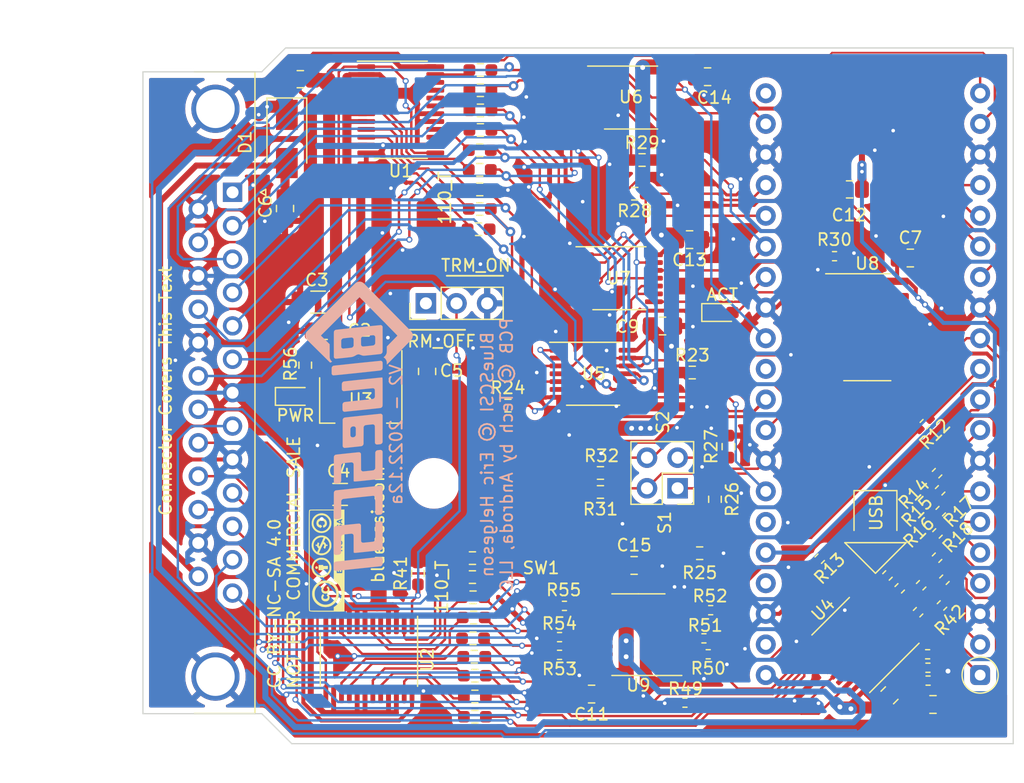
<source format=kicad_pcb>
(kicad_pcb (version 20211014) (generator pcbnew)
  (layers (0 "F.Cu" signal) (31 "B.Cu" signal) (34 "B.Paste" user) (35 "F.Paste" user) (36 "B.SilkS" user "B.Silkscreen") (37 "F.SilkS" user "F.Silkscreen") (38 "B.Mask" user) (39 "F.Mask" user) (44 "Edge.Cuts" user))
  (net 0 "")
  (net 1 "GND")
  (net 2 "+2V8")
  (net 3 "+5V")
  (net 4 "Net-(J4-Pad1)")
  (net 5 "iATN")
  (net 6 "oIO")
  (net 7 "oREQ")
  (net 8 "oSEL")
  (net 9 "oBSY")
  (net 10 "SD_CLK")
  (net 11 "oRST")
  (net 12 "oCD_iSEL")
  (net 13 "ATN")
  (net 14 "BSY")
  (net 15 "DBP")
  (net 16 "ACK")
  (net 17 "RST")
  (net 18 "MSG")
  (net 19 "SEL")
  (net 20 "CD")
  (net 21 "REQ")
  (net 22 "IO")
  (net 23 "DB7")
  (net 24 "DB6")
  (net 25 "DB5")
  (net 26 "DB4")
  (net 27 "DB3")
  (net 28 "DB2")
  (net 29 "DB1")
  (net 30 "DB0")
  (net 31 "+3V3")
  (net 32 "SEL_BUFF")
  (net 33 "BSY_BUFF")
  (net 34 "+5VP")
  (net 35 "oMSG_iBSY")
  (net 36 "+5F")
  (net 37 "SD_CMD_MOSI")
  (net 38 "DB4T")
  (net 39 "DB5T")
  (net 40 "DB6T")
  (net 41 "DB7T")
  (net 42 "DBPT")
  (net 43 "DB0T")
  (net 44 "DB1T")
  (net 45 "DB3T")
  (net 46 "DB2T")
  (net 47 "SD_D0_MISO")
  (net 49 "DBPTr")
  (net 50 "Net-(R11-Pad2)")
  (net 51 "Net-(R43-Pad2)")
  (net 52 "SD_D1")
  (net 53 "SD_D2")
  (net 54 "Net-(R44-Pad2)")
  (net 55 "Net-(R45-Pad2)")
  (net 56 "Net-(R46-Pad1)")
  (net 57 "Net-(R47-Pad1)")
  (net 58 "Net-(R48-Pad1)")
  (net 59 "SD_D3_CS")
  (net 60 "iRST")
  (net 62 "iACK")
  (net 66 "SERIAL_OUT")
  (net 67 "Net-(J4-Pad3)")
  (net 68 "TRM_ON_J")
  (net 69 "Net-(R40-Pad1)")
  (net 70 "Net-(R6-Pad1)")
  (net 71 "Net-(R7-Pad1)")
  (net 72 "Net-(R8-Pad1)")
  (net 73 "Net-(R9-Pad1)")
  (net 74 "Net-(R10-Pad1)")
  (net 75 "Net-(R39-Pad1)")
  (net 76 "Net-(R1-Pad1)")
  (net 77 "Net-(R2-Pad1)")
  (net 78 "Net-(R3-Pad1)")
  (net 79 "Net-(R4-Pad1)")
  (net 80 "Net-(R5-Pad1)")
  (net 81 "Net-(R12-Pad1)")
  (net 82 "Net-(R13-Pad1)")
  (net 83 "Net-(R14-Pad1)")
  (net 84 "Net-(R15-Pad1)")
  (net 85 "Net-(R16-Pad1)")
  (net 86 "Net-(R17-Pad1)")
  (net 87 "Net-(R18-Pad1)")
  (net 88 "Net-(R19-Pad1)")
  (net 89 "Net-(R33-Pad1)")
  (net 90 "Net-(R34-Pad1)")
  (net 91 "Net-(R35-Pad1)")
  (net 92 "Net-(R36-Pad1)")
  (net 93 "Net-(R37-Pad1)")
  (net 94 "Net-(R38-Pad1)")
  (net 95 "Net-(R42-Pad1)")
  (net 96 "Net-(R49-Pad1)")
  (net 97 "Net-(R50-Pad2)")
  (net 98 "Net-(R51-Pad2)")
  (net 99 "Net-(R52-Pad2)")
  (net 100 "Net-(R53-Pad1)")
  (net 101 "Net-(R54-Pad1)")
  (net 102 "Net-(R55-Pad1)")
  (net 104 "Net-(D2-Pad2)")
  (net 105 "Net-(R30-Pad1)")
  (net 111 "Net-(D3-Pad2)")
  (footprint "Capacitor_SMD:C_1206_3216Metric_Pad1.42x1.75mm_HandSolder" (layer "F.Cu") (at 114.554 93.1672 180)
    (fp_text reference "C3")
    (fp_text value "20uF")
  )
  (footprint "Capacitor_SMD:C_1206_3216Metric_Pad1.42x1.75mm_HandSolder" (layer "F.Cu") (at 116.3828 109.1184 180)
    (fp_text reference "C4")
    (fp_text value "20uF")
  )
  (footprint "Package_TO_SOT_SMD:SOT-223-3_TabPin2" (layer "F.Cu") (at 118.09322 101.29692 -90)
    (fp_text reference "U3")
    (fp_text value "AMS1117-2.85")
  )
  (footprint "CustomFootprints:BluePillModule" (layer "F.Cu") (at 161.8488 126.6444 180)
    (fp_text reference "RP1" hide)
    (fp_text value "Pico_Footprint")
  )
  (footprint "Capacitor_SMD:C_0805_2012Metric_Pad1.15x1.40mm_HandSolder" (layer "F.Cu") (at 115.053 95.5548 180)
    (fp_text reference "C2")
    (fp_text value "0.1uF")
  )
  (footprint "Capacitor_SMD:C_0805_2012Metric_Pad1.15x1.40mm_HandSolder" (layer "F.Cu") (at 123.5964 98.9166 90)
    (fp_text reference "C5")
    (fp_text value "0.1uF")
  )
  (footprint "Capacitor_SMD:C_0805_2012Metric_Pad1.15x1.40mm_HandSolder" (layer "F.Cu") (at 111.8108 85.4038 -90)
    (fp_text reference "C6")
    (fp_text value "4.7uF")
  )
  (footprint "Capacitor_SMD:C_0805_2012Metric_Pad1.15x1.40mm_HandSolder" (layer "F.Cu") (at 158.6394 83.82 180)
    (fp_text reference "C12")
    (fp_text value "4.7uF")
  )
  (footprint "Diode_SMD:D_SMA" (layer "F.Cu") (at 111.9632 79.6356 -90)
    (fp_text reference "D1")
    (fp_text value "D")
  )
  (footprint "Connector_PinHeader_2.54mm:PinHeader_1x03_P2.54mm_Vertical" (layer "F.Cu") (at 123.4948 93.2688 90)
    (fp_text reference "J1" hide)
    (fp_text value "Conn_01x03_Male")
  )
  (footprint "Resistor_SMD:R_0402_1005Metric_Pad0.72x0.64mm_HandSolder" (layer "F.Cu") (at 166.303104 118.329296 -135)
    (fp_text reference "R42")
    (fp_text value "1k")
  )
  (footprint "Package_SO:TSSOP-24_4.4x7.8mm_P0.65mm" (layer "F.Cu") (at 118.7704 122.8344 -90)
    (fp_text reference "U2")
    (fp_text value "SN74CBTD3384")
  )
  (footprint "Resistor_SMD:R_0402_1005Metric_Pad0.72x0.64mm_HandSolder" (layer "F.Cu") (at 134.5813 120.9548 180)
    (fp_text reference "R54")
    (fp_text value "1k")
  )
  (footprint "Resistor_SMD:R_0603_1608Metric_Pad0.98x0.95mm_HandSolder" (layer "F.Cu") (at 127.508 122.5804)
    (fp_text reference "R39" hide)
    (fp_text value "R")
  )
  (footprint "Resistor_SMD:R_0402_1005Metric_Pad0.72x0.64mm_HandSolder" (layer "F.Cu") (at 166.201504 110.506096 -135)
    (fp_text reference "R16")
    (fp_text value "1k")
  )
  (footprint "Resistor_SMD:R_0603_1608Metric_Pad0.98x0.95mm_HandSolder" (layer "F.Cu") (at 127.9652 83.82)
    (fp_text reference "R4" hide)
    (fp_text value "R")
  )
  (footprint "Resistor_SMD:R_0402_1005Metric_Pad0.72x0.64mm_HandSolder" (layer "F.Cu") (at 146.9136 122.3772 180)
    (fp_text reference "R50")
    (fp_text value "1k")
  )
  (footprint "Resistor_SMD:R_0603_1608Metric_Pad0.98x0.95mm_HandSolder" (layer "F.Cu") (at 127.4083 117.6528)
    (fp_text reference "R33" hide)
    (fp_text value "R")
  )
  (footprint "LED_SMD:LED_0603_1608Metric_Pad1.05x0.95mm_HandSolder" (layer "F.Cu") (at 148.0426 94.0308)
    (fp_text reference "D2" hide)
    (fp_text value "LED")
  )
  (footprint "Resistor_SMD:R_0603_1608Metric_Pad0.98x0.95mm_HandSolder" (layer "F.Cu") (at 127.5588 127.5588)
    (fp_text reference "R36" hide)
    (fp_text value "R")
  )
  (footprint "Capacitor_SMD:C_0805_2012Metric_Pad1.18x1.45mm_HandSolder" (layer "F.Cu") (at 163.6776 89.5096)
    (fp_text reference "C7")
    (fp_text value "4.7uF")
  )
  (footprint "Resistor_SMD:R_0603_1608Metric_Pad0.98x0.95mm_HandSolder" (layer "F.Cu") (at 113.4872 98.3996 -90)
    (fp_text reference "R56")
    (fp_text value "4.7k")
  )
  (footprint "Package_SO:TSSOP-24_4.4x7.8mm_P0.65mm" (layer "F.Cu") (at 121.412 77.216)
    (fp_text reference "U1")
    (fp_text value "SN74CBTD3384")
  )
  (footprint "Resistor_SMD:R_0603_1608Metric_Pad0.98x0.95mm_HandSolder" (layer "F.Cu") (at 127.9652 82.1944)
    (fp_text reference "R5" hide)
    (fp_text value "R")
  )
  (footprint "Resistor_SMD:R_0603_1608Metric_Pad0.98x0.95mm_HandSolder" (layer "F.Cu") (at 127.3575 114.4016)
    (fp_text reference "R35" hide)
    (fp_text value "R")
  )
  (footprint "Resistor_SMD:R_0603_1608Metric_Pad0.98x0.95mm_HandSolder" (layer "F.Cu") (at 127.4591 119.3292)
    (fp_text reference "R1" hide)
    (fp_text value "R")
  )
  (footprint "Capacitor_SMD:C_0805_2012Metric_Pad1.18x1.45mm_HandSolder" (layer "F.Cu") (at 161.9504 125.7808 45)
    (fp_text reference "C8" hide)
    (fp_text value "0.1uF")
  )
  (footprint "Resistor_SMD:R_0603_1608Metric_Pad0.98x0.95mm_HandSolder" (layer "F.Cu") (at 127.5588 124.1552)
    (fp_text reference "R38" hide)
    (fp_text value "R")
  )
  (footprint "Resistor_SMD:R_0402_1005Metric_Pad0.72x0.64mm_HandSolder" (layer "F.Cu") (at 165.928896 112.353504 -135)
    (fp_text reference "R17")
    (fp_text value "1k")
  )
  (footprint "Resistor_SMD:R_0603_1608Metric_Pad0.98x0.95mm_HandSolder" (layer "F.Cu") (at 128.0179 78.8924)
    (fp_text reference "R9" hide)
    (fp_text value "R")
  )
  (footprint "Resistor_SMD:R_0402_1005Metric_Pad0.72x0.64mm_HandSolder" (layer "F.Cu") (at 156.1592 114.4524 -135)
    (fp_text reference "R13")
    (fp_text value "1k")
  )
  (footprint "LED_SMD:LED_0603_1608Metric_Pad1.05x0.95mm_HandSolder" (layer "F.Cu") (at 112.6744 100.9904)
    (fp_text reference "D3" hide)
    (fp_text value "LED")
  )
  (footprint "Resistor_SMD:R_0603_1608Metric_Pad0.98x0.95mm_HandSolder" (layer "F.Cu") (at 127.4064 121.0564)
    (fp_text reference "R40" hide)
    (fp_text value "R")
  )
  (footprint "Resistor_SMD:R_0402_1005Metric_Pad0.72x0.64mm_HandSolder" (layer "F.Cu") (at 161.781904 115.840096 -135)
    (fp_text reference "R45" hide)
    (fp_text value "1k")
  )
  (footprint "Package_SO:TSSOP-20_4.4x6.5mm_P0.65mm" (layer "F.Cu") (at 159.4612 121.6152 -135)
    (fp_text reference "U4")
    (fp_text value "LVT245")
  )
  (footprint "Resistor_SMD:R_0402_1005Metric_Pad0.72x0.64mm_HandSolder" (layer "F.Cu") (at 165.896704 114.366896 -135)
    (fp_text reference "R18")
    (fp_text value "1k")
  )
  (footprint "Resistor_SMD:R_0402_1005Metric_Pad0.72x0.64mm_HandSolder" (layer "F.Cu") (at 165.1387 123.4948)
    (fp_text reference "R47" hide)
    (fp_text value "1k")
  )
  (footprint "Capacitor_SMD:C_0805_2012Metric_Pad1.18x1.45mm_HandSolder" (layer "F.Cu") (at 140.7668 115.0112)
    (fp_text reference "C15")
    (fp_text value "4.7uF")
  )
  (footprint "Capacitor_SMD:C_0805_2012Metric_Pad1.18x1.45mm_HandSolder" (layer "F.Cu") (at 146.8628 74.4728 180)
    (fp_text reference "C14")
    (fp_text value "0.1uF")
  )
  (footprint "Package_SO:SOIC-14_3.9x8.7mm_P1.27mm" (layer "F.Cu") (at 160.1074 95.25)
    (fp_text reference "U8")
    (fp_text value "74HC14")
  )
  (footprint "Resistor_SMD:R_0402_1005Metric_Pad0.72x0.64mm_HandSolder" (layer "F.Cu") (at 134.5813 122.428 180)
    (fp_text reference "R53")
    (fp_text value "1k")
  )
  (footprint "Resistor_SMD:R_0603_1608Metric_Pad0.98x0.95mm_HandSolder" (layer "F.Cu") (at 137.9747 108.9152 180)
    (fp_text reference "R31")
    (fp_text value "4.7k")
  )
  (footprint "Resistor_SMD:R_0603_1608Metric_Pad0.98x0.95mm_HandSolder" (layer "F.Cu") (at 127.9671 85.4456)
    (fp_text reference "R3" hide)
    (fp_text value "R")
  )
  (footprint "Resistor_SMD:R_0402_1005Metric_Pad0.72x0.64mm_HandSolder" (layer "F.Cu") (at 166.150704 108.778896 -135)
    (fp_text reference "R15")
    (fp_text value "1k")
  )
  (footprint "Resistor_SMD:R_0603_1608Metric_Pad0.98x0.95mm_HandSolder" (layer "F.Cu") (at 137.9747 107.3404 180)
    (fp_text reference "R32")
    (fp_text value "4.7k")
  )
  (footprint "Resistor_SMD:R_0603_1608Metric_Pad0.98x0.95mm_HandSolder" (layer "F.Cu") (at 122.8344 115.6716 90)
    (fp_text reference "R41")
    (fp_text value "4.7k")
  )
  (footprint "Resistor_SMD:R_0603_1608Metric_Pad0.98x0.95mm_HandSolder" (layer "F.Cu") (at 128.016 75.5904)
    (fp_text reference "R7" hide)
    (fp_text value "R")
  )
  (footprint "Resistor_SMD:R_0402_1005Metric_Pad0.72x0.64mm_HandSolder" (layer "F.Cu") (at 164.575904 116.652896 -135)
    (fp_text reference "R43" hide)
    (fp_text value "1k")
  )
  (footprint "Resistor_SMD:R_0402_1005Metric_Pad0.72x0.64mm_HandSolder" (layer "F.Cu") (at 144.9832 126.3904 180)
    (fp_text reference "R49")
    (fp_text value "1k")
  )
  (footprint "MountingHole:MountingHole_3.2mm_M3" (layer "F.Cu") (at 124.1552 108.204)
    (fp_text reference "REF**" hide)
    (fp_text value "MountingHole_3.2mm_M3")
  )
  (footprint "Resistor_SMD:R_0603_1608Metric_Pad0.98x0.95mm_HandSolder" (layer "F.Cu") (at 128.0179 77.2668)
    (fp_text reference "R8" hide)
    (fp_text value "R")
  )
  (footprint "Resistor_SMD:R_0402_1005Metric_Pad0.72x0.64mm_HandSolder" (layer "F.Cu") (at 157.3905 89.3572 180)
    (fp_text reference "R30")
    (fp_text value "470")
  )
  (footprint "Resistor_SMD:R_0603_1608Metric_Pad0.98x0.95mm_HandSolder" (layer "F.Cu") (at 127.8655 87.122)
    (fp_text reference "R2" hide)
    (fp_text value "R")
  )
  (footprint "Resistor_SMD:R_0603_1608Metric_Pad0.98x0.95mm_HandSolder" (layer "F.Cu") (at 148.59 105.1541 90)
    (fp_text reference "R27")
    (fp_text value "1k")
  )
  (footprint "Library:TF-06_MicroSD" (layer "F.Cu") (at 160.5788 74.1332)
    (fp_text reference "SD2" hide)
    (fp_text value "MicroSD-TF-06")
  )
  (footprint "Resistor_SMD:R_0402_1005Metric_Pad0.72x0.64mm_HandSolder" (layer "F.Cu") (at 134.9877 118.364 180)
    (fp_text reference "R55")
    (fp_text value "1k")
  )
  (footprint "Resistor_SMD:R_0402_1005Metric_Pad0.72x0.64mm_HandSolder" (layer "F.Cu") (at 164.880704 103.292496 -135)
    (fp_text reference "R12")
    (fp_text value "1k")
  )
  (footprint "Resistor_SMD:R_0402_1005Metric_Pad0.72x0.64mm_HandSolder" (layer "F.Cu") (at 146.558 121.0564 180)
    (fp_text reference "R51")
    (fp_text value "1k")
  )
  (footprint "Resistor_SMD:R_0402_1005Metric_Pad0.72x0.64mm_HandSolder" (layer "F.Cu") (at 166.506304 116.195696 -135)
    (fp_text reference "R19" hide)
    (fp_text value "1k")
  )
  (footprint "Capacitor_SMD:C_0805_2012Metric_Pad1.18x1.45mm_HandSolder" (layer "F.Cu") (at 165.5572 126.5428)
    (fp_text reference "C10" hide)
    (fp_text value "4.7uF")
  )
  (footprint "Resistor_SMD:R_0603_1608Metric_Pad0.98x0.95mm_HandSolder" (layer "F.Cu") (at 130.302 101.7524 180)
    (fp_text reference "R24")
    (fp_text value "1k")
  )
  (footprint "Capacitor_SMD:C_0805_2012Metric_Pad1.18x1.45mm_HandSolder" (layer "F.Cu") (at 143.1251 95.1484 180)
    (fp_text reference "C9")
    (fp_text value "0.1uF")
  )
  (footprint "Resistor_SMD:R_0603_1608Metric_Pad0.98x0.95mm_HandSolder" (layer "F.Cu") (at 127.9671 80.5688)
    (fp_text reference "R10" hide)
    (fp_text value "R")
  )
  (footprint "Resistor_SMD:R_0603_1608Metric_Pad0.98x0.95mm_HandSolder" (layer "F.Cu") (at 127.3556 115.9764)
    (fp_text reference "R34" hide)
    (fp_text value "R")
  )
  (footprint "Resistor_SMD:R_0603_1608Metric_Pad0.98x0.95mm_HandSolder" (layer "F.Cu") (at 147.4724 109.5229 -90)
    (fp_text reference "R26")
    (fp_text value "1k")
  )
  (footprint "Package_SO:TSSOP-14_4.4x5mm_P0.65mm" (layer "F.Cu") (at 139.5476 91.186)
    (fp_text reference "U7")
    (fp_text value "LVT125")
  )
  (footprint "Resistor_SMD:R_0603_1608Metric_Pad0.98x0.95mm_HandSolder" (layer "F.Cu") (at 127.5588 125.8824)
    (fp_text reference "R37" hide)
    (fp_text value "R")
  )
  (footprint "Library:TS-1187A-B-A-B" (layer "F.Cu") (at 124.1533 110.6424 90)
    (fp_text reference "SW1")
    (fp_text value "SW_MEC_5E" hide)
  )
  (footprint "Fuse:Fuse_0805_2012Metric_Pad1.15x1.40mm_HandSolder" (layer "F.Cu") (at 113.0808 74.676 180)
    (fp_text reference "F2" hide)
    (fp_text value "Polyfuse")
  )
  (footprint "Connector_PinHeader_2.54mm:PinHeader_2x02_P2.54mm_Vertical" (layer "F.Cu") (at 144.3736 108.6104 180)
    (fp_text reference "J4" hide)
    (fp_text value "SW")
  )
  (footprint "Library:cc_by_nc_sa_front_silk_screen" (layer "F.Cu") (at 115.2652 114.6048 90)
    (fp_text reference "G***" hide)
    (fp_text value "LOGO" hide)
  )
  (footprint "Resistor_SMD:R_0603_1608Metric_Pad0.98x0.95mm_HandSolder" (layer "F.Cu") (at 145.5909 99.0092)
    (fp_text reference "R23")
    (fp_text value "1k")
  )
  (footprint "Connector_Dsub:DSUB-25_Male_Horizontal_P2.77x2.84mm_EdgePinOffset7.70mm_Housed_MountingHolesOffset9.12mm" (layer "F.Cu") (at 107.457131 84.0606 -90)
    (fp_text reference "J2" hide)
    (fp_text value "DB25_Male_MountingHoles")
  )
  (footprint "Resistor_SMD:R_0603_1608Metric_Pad0.98x0.95mm_HandSolder" (layer "F.Cu") (at 146.2043 113.9952)
    (fp_text reference "R25")
    (fp_text value "1k")
  )
  (footprint "Package_SO:TSSOP-14_4.4x5mm_P0.65mm" (layer "F.Cu") (at 137.3632 99.1108)
    (fp_text reference "U5")
    (fp_text value "LVT125")
  )
  (footprint "Resistor_SMD:R_0402_1005Metric_Pad0.72x0.64mm_HandSolder" (layer "F.Cu") (at 165.896704 107.356496 -135)
    (fp_text reference "R14")
    (fp_text value "1k")
  )
  (footprint "Package_SO:TSSOP-20_4.4x6.5mm_P0.65mm" (layer "F.Cu") (at 141.1224 120.7516 180)
    (fp_text reference "U9")
    (fp_text value "LVT245")
  )
  (footprint "Resistor_SMD:R_0402_1005Metric_Pad0.72x0.64mm_HandSolder" (layer "F.Cu") (at 147.1168 118.7196 180)
    (fp_text reference "R52")
    (fp_text value "1k")
  )
  (footprint "Package_SO:TSSOP-14_4.4x5mm_P0.65mm" (layer "F.Cu") (at 140.5128 76.2)
    (fp_text reference "U6")
    (fp_text value "LVT125")
  )
  (footprint "Resistor_SMD:R_0603_1608Metric_Pad0.98x0.95mm_HandSolder" (layer "F.Cu") (at 128.016 73.914)
    (fp_text reference "R6" hide)
    (fp_text value "R")
  )
  (footprint "Capacitor_SMD:C_0805_2012Metric_Pad1.18x1.45mm_HandSolder" (layer "F.Cu") (at 137.2401 125.6792 180)
    (fp_text reference "C11")
    (fp_text value "0.1uF")
  )
  (footprint "Resistor_SMD:R_0402_1005Metric_Pad0.72x0.64mm_HandSolder" (layer "F.Cu") (at 164.321904 118.888096 -135)
    (fp_text reference "R11" hide)
    (fp_text value "1k")
  )
  (footprint "Capacitor_SMD:C_0805_2012Metric_Pad1.18x1.45mm_HandSolder" (layer "F.Cu") (at 145.3681 87.9856 180)
    (fp_text reference "C13")
    (fp_text value "0.1uF")
  )
  (footprint "Resistor_SMD:R_0603_1608Metric_Pad0.98x0.95mm_HandSolder" (layer "F.Cu") (at 141.4272 81.3816)
    (fp_text reference "R29")
    (fp_text value "1k")
  )
  (footprint "Resistor_SMD:R_0402_1005Metric_Pad0.72x0.64mm_HandSolder" (layer "F.Cu") (at 162.797904 116.906896 -135)
    (fp_text reference "R44" hide)
    (fp_text value "1k")
  )
  (footprint "Resistor_SMD:R_0402_1005Metric_Pad0.72x0.64mm_HandSolder" (layer "F.Cu") (at 165.1508 124.5616)
    (fp_text reference "R46" hide)
    (fp_text value "1k")
  )
  (footprint "Resistor_SMD:R_0603_1608Metric_Pad0.98x0.95mm_HandSolder" (layer "F.Cu") (at 140.8176 84.1756 180)
    (fp_text reference "R28")
    (fp_text value "1k")
  )
  (footprint "Resistor_SMD:R_0402_1005Metric_Pad0.72x0.64mm_HandSolder" (layer "F.Cu") (at 165.1121 122.3772)
    (fp_text reference "R48" hide)
    (fp_text value "1k" hide)
  )
  (gr_poly (pts (xy 115.851373 115.229306) (xy 115.851557 115.25204) (xy 115.851876 115.271408) (xy 115.852355 115.287783) (xy 115.852661 115.294965) (xy 115.853016 115.301538) (xy 115.853423 115.307548) (xy 115.853884 115.313043) (xy 115.854403 115.318068) (xy 115.854982 115.322671) (xy 115.855626 115.326898) (xy 115.856335 115.330795) (xy 115.857114 115.334408) (xy 115.857966 115.337785) (xy 115.858893 115.340972) (xy 115.859898 115.344015) (xy 115.860985 115.346961) (xy 115.862157 115.349856) (xy 115.864764 115.355681) (xy 115.867744 115.361861) (xy 115.87365 115.373234) (xy 115.880229 115.384055) (xy 115.887446 115.394298) (xy 115.895261 115.403942) (xy 115.903639 115.41296) (xy 115.912542 115.421331) (xy 115.921932 115.42903) (xy 115.931774 115.436034) (xy 115.942028 115.442318) (xy 115.952659 115.447858) (xy 115.963629 115.452632) (xy 115.974901 115.456615) (xy 115.986437 115.459784) (xy 115.9982 115.462115) (xy 116.010154 115.463583) (xy 116.022261 115.464166) (xy 119.713728 115.078934) (xy 119.721052 115.077672) (xy 119.728337 115.076139) (xy 119.742755 115.072282) (xy 119.756925 115.06741) (xy 119.77079 115.06157) (xy 119.78429 115.054808) (xy 119.797369 115.047171) (xy 119.809969 115.038705) (xy 119.822031 115.029456) (xy 119.833497 115.019472) (xy 119.844311 115.008798) (xy 119.854413 114.997482) (xy 119.863747 114.985569) (xy 119.872253 114.973106) (xy 119.879875 114.96014) (xy 119.886554 114.946717) (xy 119.889523 114.939849) (xy 119.892233 114.932884) (xy 119.897154 114.919084) (xy 119.90091 114.905036) (xy 119.903656 114.888111) (xy 119.905551 114.865679) (xy 119.906751 114.835111) (xy 119.907414 114.793778) (xy 119.907756 114.668299) (xy 119.907694 114.595186) (xy 119.907584 114.56536) (xy 119.907392 114.539536) (xy 119.907097 114.51735) (xy 119.906677 114.498438) (xy 119.90611 114.482436) (xy 119.905765 114.475413) (xy 119.905374 114.468981) (xy 119.904937 114.463095) (xy 119.904449 114.457709) (xy 119.903908 114.452777) (xy 119.903311 114.448255) (xy 119.902657 114.444097) (xy 119.901941 114.440257) (xy 119.901161 114.43669) (xy 119.900314 114.43335) (xy 119.899399 114.430193) (xy 119.898411 114.427171) (xy 119.897349 114.424241) (xy 119.896209 114.421356) (xy 119.893687 114.41554) (xy 119.890822 114.409361) (xy 119.884223 114.396446) (xy 119.87712 114.384418) (xy 119.869507 114.373272) (xy 119.861376 114.363005) (xy 119.85272 114.353609) (xy 119.843532 114.345081) (xy 119.833805 114.337414) (xy 119.82353 114.330604) (xy 119.812702 114.324646) (xy 119.801312 114.319535) (xy 119.789354 114.315264) (xy 119.77682 114.31183) (xy 119.763704 114.309227) (xy 119.749997 114.307449) (xy 119.735693 114.306492) (xy 119.720784 114.306351) (xy 119.147784 114.363324) (xy 117.839772 114.499674) (xy 116.00815 114.692994) (xy 115.970756 114.713455) (xy 115.962219 114.718453) (xy 115.953824 114.723902) (xy 115.945596 114.729776) (xy 115.937561 114.736045) (xy 115.929746 114.742681) (xy 115.922176 114.749658) (xy 115.914876 114.756947) (xy 115.907873 114.764521) (xy 115.901192 114.77235) (xy 115.89486 114.780408) (xy 115.888902 114.788667) (xy 115.883344 114.797098) (xy 115.878212 114.805674) (xy 115.873531 114.814367) (xy 115.869328 114.823148) (xy 115.865628 114.831991) (xy 115.861375 114.844257) (xy 115.858065 114.857764) (xy 115.855582 114.874877) (xy 115.85381 114.897959) (xy 115.852633 114.929375) (xy 115.851936 114.971491) (xy 115.851517 115.097279) (xy 115.851317 115.172255) (xy 115.851301 115.202835)) (layer "B.SilkS") (width 0.004) (fill solid))
  (gr_poly (pts (xy 115.861395 108.103105) (xy 115.882561 108.137679) (xy 115.887684 108.145349) (xy 115.893248 108.152738) (xy 115.899232 108.159829) (xy 115.905613 108.166606) (xy 115.912371 108.173053) (xy 115.919483 108.179152) (xy 115.926928 108.184887) (xy 115.934684 108.190242) (xy 115.94273 108.1952) (xy 115.951043 108.199745) (xy 115.959602 108.20386) (xy 115.968385 108.207528) (xy 115.977371 108.210734) (xy 115.986538 108.21346) (xy 115.995864 108.21569) (xy 116.005328 108.217407) (xy 116.018167 108.218731) (xy 116.034389 108.2193) (xy 116.053491 108.219171) (xy 116.074968 108.218399) (xy 116.123039 108.215149) (xy 116.174573 108.209998) (xy 116.225545 108.203392) (xy 116.271929 108.195777) (xy 116.292141 108.19173) (xy 116.309696 108.187599) (xy 116.324091 108.183439) (xy 116.334822 108.179306) (xy 116.34364 108.175069) (xy 116.352351 108.170313) (xy 116.360929 108.165065) (xy 116.36935 108.159352) (xy 116.37759 108.153201) (xy 116.385622 108.146638) (xy 116.393423 108.139691) (xy 116.400968 108.132386) (xy 116.408232 108.124751) (xy 116.415189 108.116812) (xy 116.421816 108.108595) (xy 116.428088 108.100129) (xy 116.433979 108.091439) (xy 116.439465 108.082554) (xy 116.444521 108.073498) (xy 116.449122 108.0643) (xy 116.468172 108.024084) (xy 116.4717 107.353806) (xy 116.475228 106.683527) (xy 116.492161 106.649661) (xy 116.496952 106.640743) (xy 116.502543 106.631756) (xy 116.508858 106.622768) (xy 116.515819 106.613843) (xy 116.523351 106.605046) (xy 116.531377 106.596443) (xy 116.539821 106.588097) (xy 116.548606 106.580076) (xy 116.557655 106.572442) (xy 116.566892 106.565263) (xy 116.576241 106.558602) (xy 116.585625 106.552526) (xy 116.594968 106.547098) (xy 116.604193 106.542385) (xy 116.613223 106.538451) (xy 116.621983 106.535361) (xy 116.660276 106.528876) (xy 116.737694 106.518803) (xy 116.959768 106.493381) (xy 117.187927 106.470076) (xy 117.272952 106.462649) (xy 117.321895 106.459868) (xy 117.328468 106.459903) (xy 117.334956 106.460139) (xy 117.341359 106.460577) (xy 117.347675 106.461214) (xy 117.353902 106.46205) (xy 117.360038 106.463084) (xy 117.366082 106.464315) (xy 117.372033 106.465743) (xy 117.377889 106.467366) (xy 117.383648 106.469183) (xy 117.389309 106.471194) (xy 117.39487 106.473398) (xy 117.40033 106.475793) (xy 117.405687 106.478379) (xy 117.41094 106.481155) (xy 117.416086 106.48412) (xy 117.421126 106.487274) (xy 117.426056 106.490614) (xy 117.430875 106.49414) (xy 117.435583 106.497853) (xy 117.440177 106.501749) (xy 117.444655 106.505829) (xy 117.449017 106.510092) (xy 117.45326 106.514536) (xy 117.457384 106.519162) (xy 117.461386 106.523967) (xy 117.465265 106.528952) (xy 117.469019 106.534114) (xy 117.472648 106.539454) (xy 117.476149 106.54497) (xy 117.47952 106.550662) (xy 117.482761 106.556528) (xy 117.498283 106.584751) (xy 117.505339 108.024084) (xy 117.526506 108.034666) (xy 117.548174 108.042591) (xy 117.582774 108.046728) (xy 117.641848 108.046201) (xy 117.736938 108.040135) (xy 118.081337 108.007878) (xy 118.708311 107.942945) (xy 119.21716 107.888959) (xy 119.397224 107.869386) (xy 119.534782 107.853957) (xy 119.635132 107.842066) (xy 119.703575 107.83311) (xy 119.745411 107.826485) (xy 119.758007 107.823859) (xy 119.765939 107.821589) (xy 119.774744 107.817902) (xy 119.783658 107.813491) (xy 119.792626 107.808407) (xy 119.801592 107.802705) (xy 119.8105 107.796436) (xy 119.819294 107.789654) (xy 119.827919 107.78241) (xy 119.836318 107.774759) (xy 119.844436 107.766751) (xy 119.852218 107.758441) (xy 119.859607 107.749881) (xy 119.866547 107.741124) (xy 119.872983 107.732221) (xy 119.878858 107.723227) (xy 119.884118 107.714193) (xy 119.888705 107.705173) (xy 119.904228 107.671306) (xy 119.904228 105.554639) (xy 119.888705 105.526417) (xy 119.881898 105.514418) (xy 119.874694 105.503282) (xy 119.867076 105.492999) (xy 119.859028 105.483554) (xy 119.850534 105.474937) (xy 119.841577 105.467134) (xy 119.83214 105.460132) (xy 119.822207 105.453921) (xy 119.811762 105.448487) (xy 119.800787 105.443817) (xy 119.789266 105.4399) (xy 119.777184 105.436723) (xy 119.764522 105.434273) (xy 119.751266 105.432539) (xy 119.737397 105.431508) (xy 119.7229 105.431167) (xy 119.704076 105.431565) (xy 119.683795 105.432464) (xy 119.640118 105.435588) (xy 119.594374 105.440184) (xy 119.549069 105.445896) (xy 119.506707 105.452369) (xy 119.469793 105.459247) (xy 119.454163 105.462726) (xy 119.440834 105.466174) (xy 119.43012 105.469546) (xy 119.422333 105.472796) (xy 119.414285 105.477157) (xy 119.406296 105.482016) (xy 119.398394 105.487345) (xy 119.390605 105.493113) (xy 119.382958 105.49929) (xy 119.375477 105.505847) (xy 119.368191 105.512753) (xy 119.361126 105.519979) (xy 119.35431 105.527494) (xy 119.347768 105.535268) (xy 119.341528 105.543272) (xy 119.335616 105.551475) (xy 119.33006 105.559848) (xy 119.324887 105.568361) (xy 119.320123 105.576983) (xy 119.315795 105.585684) (xy 119.29745 105.625195) (xy 119.293922 106.295472) (xy 119.290394 106.96575) (xy 119.274167 106.99609) (xy 119.269093 107.005124) (xy 119.263673 107.013956) (xy 119.257925 107.022567) (xy 119.251865 107.030937) (xy 119.245511 107.039047) (xy 119.238882 107.046877) (xy 119.231995 107.054407) (xy 119.224866 107.061617) (xy 119.217514 107.068489) (xy 119.209957 107.075002) (xy 119.202212 107.081137) (xy 119.194296 107.086874) (xy 119.186227 107.092193) (xy 119.178022 107.097076) (xy 119.1697 107.101501) (xy 119.161278 107.10545) (xy 119.146612 107.111126) (xy 119.127555 107.116331) (xy 119.100246 107.121586) (xy 119.060825 107.127411) (xy 118.930198 107.142856) (xy 118.704783 107.166833) (xy 118.581312 107.179809) (xy 118.483779 107.189808) (xy 118.408752 107.197095) (xy 118.378606 107.199805) (xy 118.352799 107.201935) (xy 118.330904 107.20352) (xy 118.31249 107.204592) (xy 118.29713 107.205184) (xy 118.284393 107.205331) (xy 118.273852 107.205063) (xy 118.265078 107.204416) (xy 118.25764 107.203421) (xy 118.251111 107.202111) (xy 118.242526 107.199983) (xy 118.233988 107.197316) (xy 118.225528 107.194137) (xy 118.217179 107.19047) (xy 118.208969 107.18634) (xy 118.200932 107.181772) (xy 118.193096 107.176791) (xy 118.185495 107.17142) (xy 118.178158 107.165686) (xy 118.171116 107.159613) (xy 118.164401 107.153226) (xy 118.158044 107.146549) (xy 118.152076 107.139608) (xy 118.146527 107.132427) (xy 118.141428 107.125031) (xy 118.136812 107.117445) (xy 118.119172 107.085694) (xy 118.115645 106.415417) (xy 118.112117 105.745139) (xy 118.096594 105.716212) (xy 118.092118 105.708353) (xy 118.087175 105.700668) (xy 118.081797 105.693181) (xy 118.076012 105.685917) (xy 118.069851 105.678902) (xy 118.063344 105.672159) (xy 118.05652 105.665714) (xy 118.04941 105.659591) (xy 118.042044 105.653816) (xy 118.034452 105.648412) (xy 118.026663 105.643406) (xy 118.018708 105.638821) (xy 118.010616 105.634683) (xy 118.002418 105.631016) (xy 117.994143 105.627845) (xy 117.985822 105.625195) (xy 117.970866 105.621754) (xy 117.946609 105.620554) (xy 117.901896 105.622578) (xy 117.825573 105.628811) (xy 116.981111 105.715506) (xy 116.663777 105.749111) (xy 116.424296 105.774662) (xy 116.330153 105.784857) (xy 116.251159 105.793566) (xy 116.185873 105.800965) (xy 116.132857 105.807228) (xy 116.110501 105.809989) (xy 116.090672 105.812533) (xy 116.073192 105.81488) (xy 116.057881 105.817054) (xy 116.044557 105.819076) (xy 116.033043 105.820967) (xy 116.023157 105.822751) (xy 116.01472 105.824449) (xy 116.007553 105.826082) (xy 116.001475 105.827674) (xy 115.996306 105.829245) (xy 115.991867 105.830818) (xy 115.987978 105.832415) (xy 115.984459 105.834058) (xy 115.977811 105.837568) (xy 115.969267 105.842565) (xy 115.96085 105.848014) (xy 115.952591 105.853887) (xy 115.944518 105.860156) (xy 115.93666 105.866792) (xy 115.929045 105.873769) (xy 115.921704 105.881058) (xy 115.914664 105.888631) (xy 115.907955 105.896461) (xy 115.901606 105.904519) (xy 115.895645 105.912777) (xy 115.890102 105.921208) (xy 115.885005 105.929784) (xy 115.880384 105.938477) (xy 115.876267 105.947258) (xy 115.872683 105.956101) (xy 115.868028 105.97059) (xy 115.864547 105.995678) (xy 115.860512 106.12614) (xy 115.859983 107.047595)) (layer "B.SilkS") (width 0.004) (fill solid))
  (gr_poly (pts (xy 113.504486 95.954586) (xy 113.506065 95.98866) (xy 113.508918 96.021139) (xy 113.510806 96.036271) (xy 113.512994 96.050394) (xy 113.515476 96.063303) (xy 113.518245 96.074795) (xy 113.521625 96.086237) (xy 113.525646 96.098269) (xy 113.530252 96.110788) (xy 113.535387 96.123687) (xy 113.540998 96.136864) (xy 113.54703 96.150213) (xy 113.553428 96.163631) (xy 113.560137 96.177012) (xy 113.567102 96.190253) (xy 113.574268 96.203249) (xy 113.581582 96.215895) (xy 113.588987 96.228088) (xy 113.59643 96.239723) (xy 113.603855 96.250695) (xy 113.611208 96.2609) (xy 113.618433 96.270234) (xy 113.694225 96.348154) (xy 113.874991 96.528996) (xy 114.443228 97.0915) (xy 115.049565 97.688841) (xy 115.397139 98.032711) (xy 115.425158 98.06046) (xy 115.44984 98.084839) (xy 115.471423 98.106048) (xy 115.49014 98.124291) (xy 115.498498 98.132362) (xy 115.506228 98.139767) (xy 115.513359 98.146531) (xy 115.519922 98.15268) (xy 115.525945 98.158237) (xy 115.531458 98.163229) (xy 115.536491 98.167681) (xy 115.541072 98.171618) (xy 115.545232 98.175065) (xy 115.548999 98.178047) (xy 115.552404 98.18059) (xy 115.555475 98.182718) (xy 115.558243 98.184457) (xy 115.559522 98.185189) (xy 115.560736 98.185832) (xy 115.561889 98.186391) (xy 115.562984 98.186869) (xy 115.564026 98.187268) (xy 115.565017 98.187592) (xy 115.565962 98.187844) (xy 115.566864 98.188027) (xy 115.567726 98.188144) (xy 115.568554 98.188198) (xy 115.569349 98.188193) (xy 115.570117 98.188132) (xy 115.57086 98.188017) (xy 115.571582 98.187852) (xy 115.572287 98.187641) (xy 115.572979 98.187385) (xy 115.574337 98.186756) (xy 115.575686 98.18599) (xy 115.577055 98.185111) (xy 115.588532 98.178596) (xy 115.607483 98.168443) (xy 115.631328 98.15604) (xy 115.657489 98.142778) (xy 115.721694 98.109617) (xy 115.680066 98.072928) (xy 115.668535 98.062034) (xy 115.657234 98.050532) (xy 115.646179 98.038443) (xy 115.635385 98.025788) (xy 115.624868 98.012587) (xy 115.614644 97.998861) (xy 115.604728 97.984631) (xy 115.595135 97.969917) (xy 115.585882 97.95474) (xy 115.576983 97.939121) (xy 115.568453 97.923079) (xy 115.56031 97.906637) (xy 115.552567 97.889815) (xy 115.545241 97.872633) (xy 115.538346 97.855112) (xy 115.5319 97.837273) (xy 115.526772 97.821608) (xy 115.522893 97.802314) (xy 115.520056 97.77252) (xy 115.518053 97.725354) (xy 115.515727 97.551423) (xy 115.514261 97.225556) (xy 115.511439 96.656878) (xy 115.150194 96.301278) (xy 114.894431 96.048513) (xy 114.816224 95.970681) (xy 114.794691 95.948996) (xy 114.786833 95.940739) (xy 116.383594 94.344067) (xy 117.987233 92.753745) (xy 119.001117 93.778917) (xy 119.723076 94.508991) (xy 119.949847 94.736775) (xy 120.041812 94.827373) (xy 120.049169 94.833571) (xy 120.057808 94.841373) (xy 120.067422 94.850466) (xy 120.077707 94.860534) (xy 120.088355 94.871263) (xy 120.099061 94.88234) (xy 120.109519 94.893449) (xy 120.119423 94.904278) (xy 120.178799 94.968406) (xy 120.293871 95.087634) (xy 120.788995 95.592195) (xy 120.92337 95.729249) (xy 121.033205 95.84249) (xy 121.107189 95.920013) (xy 121.127203 95.94166) (xy 121.132346 95.947553) (xy 121.134012 95.949911) (xy 121.098568 95.987416) (xy 121.003924 96.084849) (xy 120.69445 96.400761) (xy 120.257006 96.845261) (xy 120.252773 97.100672) (xy 120.251021 97.193661) (xy 120.250111 97.231922) (xy 120.249079 97.265408) (xy 120.247854 97.294658) (xy 120.24636 97.320206) (xy 120.244526 97.34259) (xy 120.242277 97.362345) (xy 120.239541 97.380009) (xy 120.236243 97.396117) (xy 120.23231 97.411206) (xy 120.22767 97.425812) (xy 120.222248 97.440472) (xy 120.215972 97.455722) (xy 120.208767 97.472099) (xy 120.200562 97.490139) (xy 120.192617 97.506931) (xy 120.184132 97.523435) (xy 120.175115 97.539646) (xy 120.16557 97.555557) (xy 120.155504 97.571162) (xy 120.144924 97.586456) (xy 120.133835 97.60143) (xy 120.122244 97.616081) (xy 120.110157 97.6304) (xy 120.09758 97.644383) (xy 120.08452 97.658022) (xy 120.070981 97.671312) (xy 120.056972 97.684247) (xy 120.042497 97.69682) (xy 120.027564 97.709025) (xy 120.012178 97.720856) (xy 119.979017 97.74555) (xy 120.023467 97.774478) (xy 120.040601 97.786344) (xy 120.057323 97.79916) (xy 120.073597 97.812883) (xy 120.089392 97.827472) (xy 120.104675 97.842883) (xy 120.119411 97.859074) (xy 120.133569 97.876004) (xy 120.147116 97.893629) (xy 120.160017 97.911907) (xy 120.17224 97.930796) (xy 120.183752 97.950253) (xy 120.19452 97.970236) (xy 120.204511 97.990704) (xy 120.213691 98.011612) (xy 120.222028 98.032919) (xy 120.229489 98.054583) (xy 120.234773 98.071744) (xy 120.23908 98.08802) (xy 120.242561 98.104577) (xy 120.245364 98.122581) (xy 120.247638 98.143198) (xy 120.249532 98.167594) (xy 120.251194 98.196934) (xy 120.252773 98.232384) (xy 120.257006 98.353739) (xy 121.244783 97.35185) (xy 121.955631 96.629714) (xy 122.182004 96.39816) (xy 122.277012 96.299162) (xy 122.288375 96.28572) (xy 122.299423 96.271635) (xy 122.310121 96.256973) (xy 122.320436 96.241802) (xy 122.330334 96.226188) (xy 122.33978 96.210199) (xy 122.34874 96.193902) (xy 122.35718 96.177365) (xy 122.365066 96.160653) (xy 122.372365 96.143836) (xy 122.379041 96.126979) (xy 122.38506 96.11015) (xy 122.39039 96.093416) (xy 122.394995 96.076844) (xy 122.398841 96.060501) (xy 122.401895 96.044456) (xy 122.406293 96.016936) (xy 122.408021 96.004374) (xy 122.409435 95.992443) (xy 122.410535 95.981016) (xy 122.41132 95.969967) (xy 122.411792 95.959171) (xy 122.411949 95.9485) (xy 122.411792 95.93783) (xy 122.41132 95.927033) (xy 122.410535 95.915984) (xy 122.409435 95.904557) (xy 122.408021 95.892626) (xy 122.406293 95.880064) (xy 122.401895 95.852545) (xy 122.39921 95.838511) (xy 122.395693 95.823751) (xy 122.391408 95.808397) (xy 122.386417 95.792584) (xy 122.38078 95.776443) (xy 122.37456 95.76011) (xy 122.367819 95.743717) (xy 122.36062 95.727397) (xy 122.353023 95.711284) (xy 122.345092 95.69551) (xy 122.336887 95.68021) (xy 122.328472 95.665517) (xy 122.319909 95.651564) (xy 122.311258 95.638484) (xy 122.302582 95.626411) (xy 122.293944 95.615478) (xy 118.397867 91.658722) (xy 118.378683 91.639749) (xy 118.359724 91.621965) (xy 118.340932 91.605333) (xy 118.322251 91.58982) (xy 118.303624 91.575391) (xy 118.284993 91.562009) (xy 118.266302 91.54964) (xy 118.247495 91.538249) (xy 118.228514 91.5278) (xy 118.209303 91.518259) (xy 118.189804 91.50959) (xy 118.169961 91.501758) (xy 118.149718 91.494729) (xy 118.129016 91.488466) (xy 118.107799 91.482935) (xy 118.086011 91.4781) (xy 118.06096 91.473773) (xy 118.035589 91.470838) (xy 118.009957 91.469279) (xy 117.984125 91.469082) (xy 117.958152 91.470233) (xy 117.932098 91.472718) (xy 117.906024 91.476521) (xy 117.879989 91.481628) (xy 117.854053 91.488025) (xy 117.828277 91.495698) (xy 117.802719 91.504631) (xy 117.777441 91.514811) (xy 117.752501 91.526223) (xy 117.727961 91.538852) (xy 117.703879 91.552685) (xy 117.680317 91.567706) (xy 117.597348 91.645692) (xy 117.397036 91.841814) (xy 116.764506 92.469406) (xy 114.750145 94.478122) (xy 114.274534 94.953193) (xy 113.912826 95.316411) (xy 113.679971 95.552761) (xy 113.616534 95.618668) (xy 113.590916 95.647228) (xy 113.584719 95.656792) (xy 113.578579 95.666925) (xy 113.572519 95.677567) (xy 113.566564 95.688657) (xy 113.560737 95.700136) (xy 113.555062 95.711943) (xy 113.544262 95.736304) (xy 113.534355 95.761261) (xy 113.525532 95.786333) (xy 113.521585 95.798762) (xy 113.517981 95.811041) (xy 113.514743 95.823109) (xy 113.511895 95.834906) (xy 113.509702 95.846274) (xy 113.507884 95.859075) (xy 113.506434 95.873107) (xy 113.505346 95.888164) (xy 113.504613 95.904045) (xy 113.50423 95.920544)) (layer "B.SilkS") (width 0.004) (fill solid))
  (gr_poly (pts (xy 117.870847 97.869995) (xy 117.870952 97.870267) (xy 117.871132 97.87053) (xy 117.871387 97.870787) (xy 117.871716 97.871037) (xy 117.872118 97.871282) (xy 117.872592 97.871525) (xy 117.873138 97.871766) (xy 117.873754 97.872007) (xy 117.874441 97.872248) (xy 117.876021 97.872741) (xy 117.877872 97.873256) (xy 117.879432 97.873496) (xy 117.881189 97.873686) (xy 117.885225 97.873917) (xy 117.889841 97.87395) (xy 117.894894 97.873785) (xy 117.900245 97.873421) (xy 117.905753 97.872859) (xy 117.911277 97.872098) (xy 117.916678 97.871139) (xy 117.942784 97.865495) (xy 117.923028 97.859144) (xy 117.920298 97.858161) (xy 117.917656 97.857325) (xy 117.915093 97.856639) (xy 117.912599 97.856102) (xy 117.910162 97.855713) (xy 117.907773 97.855474) (xy 117.905421 97.855383) (xy 117.903096 97.855441) (xy 117.900787 97.855647) (xy 117.898485 97.856003) (xy 117.896179 97.856507) (xy 117.893858 97.857161) (xy 117.891512 97.857963) (xy 117.889131 97.858914) (xy 117.886705 97.860013) (xy 117.884222 97.861262) (xy 117.881361 97.862644) (xy 117.878856 97.86389) (xy 117.876703 97.865009) (xy 117.874896 97.866013) (xy 117.874119 97.866476) (xy 117.873427 97.866914) (xy 117.872818 97.867329) (xy 117.872291 97.867723) (xy 117.871846 97.868097) (xy 117.871482 97.868451) (xy 117.871198 97.868789) (xy 117.870993 97.869111) (xy 117.870867 97.869418) (xy 117.870818 97.869712)) (layer "B.SilkS") (width 0.004) (fill solid))
  (gr_poly (pts (xy 115.8748 114.035416) (xy 115.878589 114.043166) (xy 115.882556 114.050548) (xy 115.886712 114.057578) (xy 115.891072 114.064267) (xy 115.895646 114.07063) (xy 115.900448 114.076679) (xy 115.90549 114.082429) (xy 115.910783 114.087892) (xy 115.916342 114.093083) (xy 115.922177 114.098014) (xy 115.928302 114.102699) (xy 115.934728 114.107152) (xy 115.941469 114.111386) (xy 115.948536 114.115414) (xy 115.955943 114.119249) (xy 115.9637 114.122906) (xy 115.971104 114.126131) (xy 115.978612 114.128928) (xy 115.986395 114.131299) (xy 115.994623 114.133247) (xy 116.003468 114.134773) (xy 116.013099 114.135879) (xy 116.023687 114.136568) (xy 116.035402 114.136841) (xy 116.048416 114.136701) (xy 116.062898 114.136149) (xy 116.096951 114.13382) (xy 116.138924 114.129871) (xy 116.190183 114.124317) (xy 116.213217 114.121594) (xy 116.234026 114.118939) (xy 116.252798 114.116285) (xy 116.269724 114.113568) (xy 116.284992 114.110724) (xy 116.298791 114.107686) (xy 116.31131 114.104389) (xy 116.317149 114.102624) (xy 116.32274 114.100769) (xy 116.328104 114.098818) (xy 116.333268 114.096761) (xy 116.338253 114.09459) (xy 116.343084 114.092299) (xy 116.347784 114.089877) (xy 116.352377 114.087318) (xy 116.356886 114.084612) (xy 116.361336 114.081753) (xy 116.37015 114.075539) (xy 116.379009 114.068611) (xy 116.388102 114.060904) (xy 116.397617 114.052352) (xy 116.400838 114.049272) (xy 116.404139 114.045873) (xy 116.4075 114.042182) (xy 116.410901 114.038228) (xy 116.414323 114.034039) (xy 116.417746 114.029642) (xy 116.42115 114.025065) (xy 116.424516 114.020336) (xy 116.427824 114.015483) (xy 116.431055 114.010534) (xy 116.434188 114.005517) (xy 116.437205 114.000459) (xy 116.440085 113.995389) (xy 116.442809 113.990335) (xy 116.445358 113.985324) (xy 116.447711 113.980384) (xy 116.468172 113.936639) (xy 116.4717 113.266361) (xy 116.47292 113.05433) (xy 116.474048 112.891966) (xy 116.474633 112.827236) (xy 116.47526 112.772315) (xy 116.47595 112.726334) (xy 116.476727 112.688424) (xy 116.477611 112.657716) (xy 116.478625 112.63334) (xy 116.479186 112.623255) (xy 116.479789 112.614427) (xy 116.480434 112.606748) (xy 116.481126 112.600109) (xy 116.481866 112.5944) (xy 116.482657 112.589515) (xy 116.483502 112.585343) (xy 116.484404 112.581776) (xy 116.485365 112.578706) (xy 116.486389 112.576025) (xy 116.487477 112.573622) (xy 116.488633 112.57139) (xy 116.493628 112.562303) (xy 116.498822 112.553561) (xy 116.50422 112.545162) (xy 116.509822 112.537104) (xy 116.515631 112.529385) (xy 116.521648 112.522003) (xy 116.527877 112.514956) (xy 116.534318 112.508242) (xy 116.540974 112.501859) (xy 116.547848 112.495804) (xy 116.55494 112.490076) (xy 116.562254 112.484672) (xy 116.569791 112.479592) (xy 116.577553 112.474831) (xy 116.585542 112.470389) (xy 116.593761 112.466263) (xy 116.608891 112.459147) (xy 116.625236 112.453254) (xy 116.646856 112.447957) (xy 116.67781 112.442627) (xy 116.72216 112.436635) (xy 116.783964 112.429353) (xy 116.976173 112.408407) (xy 117.114064 112.394516) (xy 117.228409 112.384065) (xy 117.273856 112.380377) (xy 117.309944 112.377847) (xy 117.335515 112.376573) (xy 117.343995 112.376439) (xy 117.349411 112.376656) (xy 117.357159 112.37771) (xy 117.365027 112.379268) (xy 117.372969 112.381302) (xy 117.380941 112.383789) (xy 117.388895 112.386701) (xy 117.396788 112.390014) (xy 117.404573 112.3937) (xy 117.412206 112.397735) (xy 117.419639 112.402092) (xy 117.426829 112.406746) (xy 117.43373 112.411671) (xy 117.440295 112.41684) (xy 117.446481 112.422229) (xy 117.45224 112.427811) (xy 117.457528 112.43356) (xy 117.4623 112.439452) (xy 117.475747 112.457314) (xy 117.481142 112.466498) (xy 117.485738 112.477574) (xy 117.489597 112.491832) (xy 117.492785 112.510566) (xy 117.497401 112.566627) (xy 117.5001 112.656092) (xy 117.501392 112.789296) (xy 117.501811 113.228263) (xy 117.50189 113.434602) (xy 117.502175 113.597202) (xy 117.502741 113.721206) (xy 117.503663 113.811756) (xy 117.504281 113.846094) (xy 117.505015 113.873996) (xy 117.505876 113.896107) (xy 117.506871 113.913069) (xy 117.508012 113.925525) (xy 117.509307 113.934117) (xy 117.510014 113.937166) (xy 117.510764 113.939489) (xy 117.511557 113.941168) (xy 117.512395 113.942284) (xy 117.515417 113.944902) (xy 117.519405 113.947457) (xy 117.524284 113.949933) (xy 117.529978 113.952316) (xy 117.536413 113.954591) (xy 117.543512 113.956745) (xy 117.5512 113.958762) (xy 117.559402 113.960628) (xy 117.568042 113.962329) (xy 117.577045 113.96385) (xy 117.586335 113.965177) (xy 117.595837 113.966295) (xy 117.605476 113.96719) (xy 117.615175 113.967847) (xy 117.62486 113.968251) (xy 117.634456 113.968389) (xy 117.965361 113.936551) (xy 118.704783 113.859735) (xy 119.248204 113.802429) (xy 119.430953 113.782616) (xy 119.564944 113.767482) (xy 119.658089 113.756118) (xy 119.691818 113.751566) (xy 119.718303 113.747616) (xy 119.738533 113.744153) (xy 119.753497 113.741065) (xy 119.764184 113.738236) (xy 119.771583 113.735555) (xy 119.780868 113.73119) (xy 119.790166 113.726071) (xy 119.799425 113.720254) (xy 119.808592 113.713793) (xy 119.817614 113.706746) (xy 119.826439 113.699167) (xy 119.835013 113.691113) (xy 119.843285 113.682639) (xy 119.851202 113.673801) (xy 119.85871 113.664656) (xy 119.865757 113.655258) (xy 119.87229 113.645664) (xy 119.878257 113.635929) (xy 119.883605 113.626109) (xy 119.888282 113.616261) (xy 119.892233 113.606439) (xy 119.907756 113.565518) (xy 119.907756 112.529762) (xy 119.907825 112.14894) (xy 119.907765 111.997462) (xy 119.907513 111.869207) (xy 119.906972 111.762127) (xy 119.906044 111.674173) (xy 119.905405 111.636729) (xy 119.904633 111.603298) (xy 119.903715 111.573624) (xy 119.902641 111.547452) (xy 119.901396 111.524525) (xy 119.89997 111.504587) (xy 119.898351 111.487382) (xy 119.896525 111.472655) (xy 119.894481 111.460148) (xy 119.892207 111.449607) (xy 119.889691 111.440774) (xy 119.888338 111.436919) (xy 119.88692 111.433395) (xy 119.885435 111.43017) (xy 119.883883 111.427212) (xy 119.880566 111.42197) (xy 119.876959 111.417413) (xy 119.873049 111.413284) (xy 119.854134 111.395935) (xy 119.850063 111.391948) (xy 119.846038 111.388183) (xy 119.84204 111.384631) (xy 119.838049 111.381283) (xy 119.834046 111.378129) (xy 119.830011 111.37516) (xy 119.825924 111.372367) (xy 119.821766 111.369741) (xy 119.817517 111.367271) (xy 119.813157 111.364949) (xy 119.808668 111.362766) (xy 119.804028 111.360711) (xy 119.799219 111.358777) (xy 119.79422 111.356953) (xy 119.789013 111.355231) (xy 119.783578 111.353601) (xy 119.770347 111.350135) (xy 119.758035 111.347703) (xy 119.751662 111.346888) (xy 119.744845 111.346346) (xy 119.737361 111.346083) (xy 119.728985 111.346105) (xy 119.708661 111.347021) (xy 119.682077 111.349136) (xy 119.64744 111.352492) (xy 119.602955 111.357128) (xy 119.568704 111.360801) (xy 119.538364 111.364416) (xy 119.511811 111.367981) (xy 119.48892 111.371504) (xy 119.469568 111.374995) (xy 119.461181 111.376731) (xy 119.453631 111.378461) (xy 119.446905 111.380187) (xy 119.440985 111.38191) (xy 119.435857 111.383631) (xy 119.431506 111.385351) (xy 119.423261 111.389363) (xy 119.414961 111.393964) (xy 119.406648 111.399114) (xy 119.398367 111.404776) (xy 119.390159 111.410908) (xy 119.38207 111.417473) (xy 119.374142 111.42443) (xy 119.366418 111.431741) (xy 119.358943 111.439366) (xy 119.351759 111.447266) (xy 119.344909 111.455402) (xy 119.338439 111.463734) (xy 119.332389 111.472223) (xy 119.326805 111.48083) (xy 119.32173 111.489516) (xy 119.317206 111.498241) (xy 119.29745 111.53775) (xy 119.293922 112.208028) (xy 119.292727 112.429135) (xy 119.292184 112.518741) (xy 119.29164 112.595753) (xy 119.291067 112.661198) (xy 119.290437 112.716103) (xy 119.289722 112.761495) (xy 119.289325 112.780945) (xy 119.288895 112.798402) (xy 119.28843 112.813995) (xy 119.287927 112.827851) (xy 119.287382 112.8401) (xy 119.286791 112.850869) (xy 119.286151 112.860288) (xy 119.285458 112.868484) (xy 119.284709 112.875587) (xy 119.283901 112.881723) (xy 119.28303 112.887023) (xy 119.282092 112.891613) (xy 119.281084 112.895624) (xy 119.280003 112.899182) (xy 119.278844 112.902417) (xy 119.277606 112.905457) (xy 119.274872 112.911466) (xy 119.270853 112.91957) (xy 119.266233 112.927714) (xy 119.261058 112.935857) (xy 119.25537 112.943955) (xy 119.249216 112.951966) (xy 119.242639 112.959848) (xy 119.235683 112.967558) (xy 119.228394 112.975055) (xy 119.220815 112.982295) (xy 119.212991 112.989236) (xy 119.204967 112.995837) (xy 119.196787 113.002054) (xy 119.188495 113.007845) (xy 119.180136 113.013168) (xy 119.171755 113.01798) (xy 119.163395 113.02224) (xy 119.150262 113.027475) (xy 119.132019 113.032371) (xy 119.105476 113.037383) (xy 119.067439 113.042966) (xy 118.944121 113.057661) (xy 118.736533 113.080096) (xy 118.580606 113.096124) (xy 118.445315 113.109375) (xy 118.345215 113.118393) (xy 118.312908 113.120859) (xy 118.294855 113.121722) (xy 118.280746 113.121372) (xy 118.267242 113.120314) (xy 118.26071 113.119514) (xy 118.254321 113.118531) (xy 118.248072 113.117365) (xy 118.241961 113.116011) (xy 118.235983 113.11447) (xy 118.230138 113.112739) (xy 118.22442 113.110816) (xy 118.218829 113.108699) (xy 118.213361 113.106388) (xy 118.208012 113.103879) (xy 118.202781 113.101171) (xy 118.197665 113.098262) (xy 118.19266 113.095151) (xy 118.187764 113.091835) (xy 118.182974 113.088314) (xy 118.178287 113.084584) (xy 118.1737 113.080644) (xy 118.169211 113.076493) (xy 118.164816 113.072129) (xy 118.160513 113.067549) (xy 118.156299 113.062752) (xy 118.152171 113.057736) (xy 118.148126 113.0525) (xy 118.144161 113.047041) (xy 118.136462 113.035449) (xy 118.12905 113.022945) (xy 118.126159 113.012023) (xy 118.12378 112.987689) (xy 118.120231 112.882716) (xy 118.117739 112.675878) (xy 118.115645 112.335028) (xy 118.112117 111.664749) (xy 118.09095 111.625946) (xy 118.085929 111.617351) (xy 118.08041 111.609045) (xy 118.074426 111.601054) (xy 118.068009 111.593402) (xy 118.06119 111.586113) (xy 118.054003 111.579214) (xy 118.046479 111.572727) (xy 118.038651 111.566679) (xy 118.030549 111.561094) (xy 118.022207 111.555997) (xy 118.013655 111.551412) (xy 118.004927 111.547365) (xy 117.996055 111.54388) (xy 117.987069 111.540982) (xy 117.978004 111.538696) (xy 117.968889 111.537047) (xy 117.899458 111.540519) (xy 117.71877 111.55689) (xy 116.9797 111.632296) (xy 116.499228 111.683393) (xy 116.330499 111.70176) (xy 116.202443 111.716168) (xy 116.109807 111.727235) (xy 116.047342 111.735582) (xy 116.025782 111.738929) (xy 116.009797 111.741828) (xy 115.998729 111.744358) (xy 115.991922 111.746595) (xy 115.983585 111.7506) (xy 115.975263 111.755184) (xy 115.966989 111.760317) (xy 115.958794 111.765965) (xy 115.950711 111.772097) (xy 115.942772 111.77868) (xy 115.935008 111.785683) (xy 115.927452 111.793074) (xy 115.920136 111.80082) (xy 115.913092 111.80889) (xy 115.906351 111.817251) (xy 115.899946 111.825871) (xy 115.89391 111.834719) (xy 115.888273 111.843762) (xy 115.883068 111.852968) (xy 115.878328 111.862306) (xy 115.857867 111.904639) (xy 115.857867 114.00014)) (layer "B.SilkS") (width 0.004) (fill solid))
  (gr_poly (pts (xy 115.676538 98.8695) (xy 115.67795 99.119972) (xy 115.696294 99.15525) (xy 115.698283 99.159016) (xy 115.700525 99.162887) (xy 115.702995 99.166837) (xy 115.705665 99.170839) (xy 115.708509 99.174865) (xy 115.7115 99.178889) (xy 115.71461 99.182885) (xy 115.717814 99.186824) (xy 115.721084 99.190681) (xy 115.724393 99.194428) (xy 115.727714 99.198039) (xy 115.731021 99.201487) (xy 115.734287 99.204744) (xy 115.737484 99.207784) (xy 115.740586 99.210581) (xy 115.743567 99.213106) (xy 115.76085 99.228843) (xy 115.786584 99.238991) (xy 115.850648 99.241135) (xy 115.982926 99.232862) (xy 116.571646 99.175403) (xy 117.791794 99.047301) (xy 118.819194 98.938888) (xy 119.162576 98.902119) (xy 119.412279 98.874792) (xy 119.583203 98.855271) (xy 119.690246 98.841918) (xy 119.724469 98.837042) (xy 119.748308 98.833095) (xy 119.763628 98.829872) (xy 119.772289 98.827167) (xy 119.781449 98.822802) (xy 119.790639 98.817683) (xy 119.799803 98.811865) (xy 119.80889 98.805405) (xy 119.817843 98.798357) (xy 119.826611 98.790778) (xy 119.835139 98.782724) (xy 119.843374 98.77425) (xy 119.851261 98.765412) (xy 119.858747 98.756267) (xy 119.865778 98.746869) (xy 119.872301 98.737275) (xy 119.878262 98.72754) (xy 119.883607 98.717721) (xy 119.888282 98.707872) (xy 119.892233 98.698051) (xy 119.897154 98.684222) (xy 119.90091 98.669972) (xy 119.903656 98.652497) (xy 119.905551 98.628994) (xy 119.906751 98.596661) (xy 119.907414 98.552695) (xy 119.907756 98.41865) (xy 119.907592 98.33265) (xy 119.907314 98.297169) (xy 119.906841 98.266162) (xy 119.906124 98.239223) (xy 119.905114 98.215947) (xy 119.904484 98.205555) (xy 119.903763 98.195928) (xy 119.902945 98.187013) (xy 119.902023 98.178762) (xy 119.900991 98.171122) (xy 119.899844 98.164043) (xy 119.898576 98.157475) (xy 119.897179 98.151366) (xy 119.895649 98.145667) (xy 119.893978 98.140327) (xy 119.892162 98.135294) (xy 119.890194 98.130519) (xy 119.888067 98.125951) (xy 119.885777 98.121538) (xy 119.883316 98.117231) (xy 119.880678 98.112979) (xy 119.874851 98.104437) (xy 119.868245 98.095506) (xy 119.86334 98.089382) (xy 119.857916 98.08346) (xy 119.852015 98.077759) (xy 119.845678 98.0723) (xy 119.838949 98.0671) (xy 119.831869 98.062181) (xy 119.824481 98.057561) (xy 119.816827 98.053261) (xy 119.808951 98.049299) (xy 119.800893 98.045697) (xy 119.792697 98.042472) (xy 119.784405 98.039646) (xy 119.776059 98.037237) (xy 119.767702 98.035265) (xy 119.759375 98.03375) (xy 119.751122 98.032711) (xy 117.810933 98.228768) (xy 115.845872 98.439112) (xy 115.832437 98.442608) (xy 115.819158 98.447242) (xy 115.806089 98.452959) (xy 115.793286 98.459705) (xy 115.780807 98.467427) (xy 115.768705 98.47607) (xy 115.757037 98.485582) (xy 115.74586 98.495909) (xy 115.735228 98.506996) (xy 115.725198 98.518789) (xy 115.715825 98.531236) (xy 115.707165 98.544283) (xy 115.699274 98.557875) (xy 115.692207 98.571959) (xy 115.686022 98.586482) (xy 115.680772 98.601389) (xy 115.679751 98.610102) (xy 115.678821 98.628101) (xy 115.677333 98.687555) (xy 115.676506 98.770954)) (layer "B.SilkS") (width 0.004) (fill solid))
  (gr_poly (pts (xy 116.608578 105.160233) (xy 116.614485 105.171955) (xy 116.621078 105.183033) (xy 116.62833 105.193451) (xy 116.636216 105.203195) (xy 116.644709 105.212248) (xy 116.653784 105.220596) (xy 116.663416 105.228221) (xy 116.673577 105.23511) (xy 116.684243 105.241247) (xy 116.695387 105.246616) (xy 116.706984 105.251201) (xy 116.719008 105.254987) (xy 116.731433 105.257959) (xy 116.744233 105.260101) (xy 116.757383 105.261397) (xy 116.770855 105.261833) (xy 116.826209 105.257379) (xy 116.952272 105.245253) (xy 117.34165 105.205389) (xy 118.016867 105.134128) (xy 118.057909 105.129718) (xy 118.090939 105.125838) (xy 118.104881 105.124013) (xy 118.117338 105.122222) (xy 118.128483 105.12043) (xy 118.138487 105.118606) (xy 118.147524 105.116715) (xy 118.155766 105.114725) (xy 118.163386 105.112603) (xy 118.170557 105.110316) (xy 118.17745 105.10783) (xy 118.184239 105.105112) (xy 118.191096 105.10213) (xy 118.198195 105.098851) (xy 118.207368 105.09425) (xy 118.216115 105.089429) (xy 118.224457 105.084366) (xy 118.232414 105.07904) (xy 118.240008 105.073428) (xy 118.247258 105.06751) (xy 118.254186 105.061263) (xy 118.260813 105.054665) (xy 118.267158 105.047695) (xy 118.273243 105.040332) (xy 118.279087 105.032553) (xy 118.284713 105.024337) (xy 118.290141 105.015662) (xy 118.29539 105.006507) (xy 118.300483 104.996849) (xy 118.305439 104.986667) (xy 118.323784 104.947861) (xy 118.327311 104.238778) (xy 118.330839 103.529694) (xy 118.346361 103.496534) (xy 118.348085 103.492976) (xy 118.350068 103.489204) (xy 118.352286 103.485252) (xy 118.354718 103.481155) (xy 118.357339 103.476946) (xy 118.360128 103.472659) (xy 118.363061 103.468329) (xy 118.366117 103.46399) (xy 118.369271 103.459675) (xy 118.372502 103.45542) (xy 118.375787 103.451257) (xy 118.379103 103.447222) (xy 118.382427 103.443348) (xy 118.385737 103.439669) (xy 118.38901 103.43622) (xy 118.392222 103.433034) (xy 118.412128 103.413837) (xy 118.421589 103.405908) (xy 118.43148 103.398914) (xy 118.442366 103.392717) (xy 118.454817 103.387182) (xy 118.469398 103.382175) (xy 118.486678 103.377559) (xy 118.507224 103.3732) (xy 118.531604 103.368962) (xy 118.594132 103.360306) (xy 118.678803 103.35051) (xy 118.790156 103.33849) (xy 118.878794 103.329066) (xy 118.949457 103.321843) (xy 119.004542 103.316636) (xy 119.026993 103.314733) (xy 119.046449 103.313266) (xy 119.063209 103.312212) (xy 119.077573 103.311549) (xy 119.089841 103.311253) (xy 119.100313 103.311303) (xy 119.109289 103.311676) (xy 119.117067 103.312348) (xy 119.123949 103.313297) (xy 119.130233 103.3145) (xy 119.139167 103.316747) (xy 119.147963 103.319505) (xy 119.156597 103.32276) (xy 119.165048 103.326495) (xy 119.173292 103.330692) (xy 119.181306 103.335337) (xy 119.189068 103.340411) (xy 119.196556 103.345898) (xy 119.203745 103.351782) (xy 119.210614 103.358047) (xy 119.21714 103.364675) (xy 119.2233 103.371651) (xy 119.229072 103.378957) (xy 119.234432 103.386578) (xy 119.239358 103.394496) (xy 119.243828 103.402695) (xy 119.262172 103.437266) (xy 119.2657 104.147055) (xy 119.269228 104.856139) (xy 119.28475 104.885067) (xy 119.288736 104.89208) (xy 119.293251 104.899068) (xy 119.298249 104.90599) (xy 119.303679 104.912804) (xy 119.309494 104.91947) (xy 119.315644 104.925945) (xy 119.322082 104.932189) (xy 119.328759 104.93816) (xy 119.335626 104.943817) (xy 119.342635 104.949118) (xy 119.349736 104.954023) (xy 119.356882 104.958489) (xy 119.364024 104.962475) (xy 119.371113 104.965941) (xy 119.378101 104.968845) (xy 119.384939 104.971145) (xy 119.392275 104.973236) (xy 119.40007 104.975011) (xy 119.408435 104.976468) (xy 119.417483 104.977605) (xy 119.438071 104.978909) (xy 119.462727 104.978906) (xy 119.492343 104.97758) (xy 119.527814 104.974915) (xy 119.570032 104.970894) (xy 119.619889 104.9655) (xy 119.654405 104.961475) (xy 119.68329 104.957772) (xy 119.695846 104.955997) (xy 119.707264 104.954251) (xy 119.717634 104.952515) (xy 119.727045 104.950771) (xy 119.735589 104.949003) (xy 119.743354 104.947193) (xy 119.750431 104.945322) (xy 119.75691 104.943374) (xy 119.76288 104.941331) (xy 119.768432 104.939175) (xy 119.773655 104.936889) (xy 119.778639 104.934455) (xy 119.786672 104.93015) (xy 119.794619 104.92545) (xy 119.802458 104.920371) (xy 119.810168 104.914932) (xy 119.81773 104.909149) (xy 119.825123 104.903041) (xy 119.832325 104.896624) (xy 119.839317 104.889918) (xy 119.846077 104.882938) (xy 119.852584 104.875703) (xy 119.858819 104.86823) (xy 119.864761 104.860538) (xy 119.870388 104.852643) (xy 119.87568 104.844562) (xy 119.880617 104.836315) (xy 119.885178 104.827917) (xy 119.904228 104.792639) (xy 119.904228 102.555323) (xy 119.885884 102.52075) (xy 119.881773 102.51314) (xy 119.877137 102.505673) (xy 119.872016 102.498378) (xy 119.866448 102.491283) (xy 119.86047 102.484414) (xy 119.854121 102.477801) (xy 119.84744 102.471471) (xy 119.840463 102.465453) (xy 119.833231 102.459773) (xy 119.82578 102.45446) (xy 119.81815 102.449542) (xy 119.810378 102.445046) (xy 119.802503 102.441002) (xy 119.794562 102.437435) (xy 119.786595 102.434376) (xy 119.778639 102.43185) (xy 119.75497 102.426614) (xy 119.60569 102.438641) (xy 118.136812 102.592011) (xy 117.51666 102.657399) (xy 117.51666 103.47725) (xy 117.523339 103.477382) (xy 117.529468 103.477691) (xy 117.535149 103.478189) (xy 117.540482 103.478886) (xy 117.545569 103.479791) (xy 117.550512 103.480915) (xy 117.555411 103.482268) (xy 117.560368 103.483862) (xy 117.565485 103.485705) (xy 117.570862 103.487809) (xy 117.5766 103.490184) (xy 117.584319 103.493677) (xy 117.591619 103.497296) (xy 117.598529 103.501065) (xy 117.605076 103.505011) (xy 117.611288 103.50916) (xy 117.617193 103.513537) (xy 117.622819 103.518169) (xy 117.628194 103.52308) (xy 117.633345 103.528298) (xy 117.638302 103.533847) (xy 117.643091 103.539754) (xy 117.64774 103.546044) (xy 117.652278 103.552744) (xy 117.656732 103.559878) (xy 117.66113 103.567474) (xy 117.6655 103.575556) (xy 117.681728 103.607306) (xy 117.681728 104.199973) (xy 117.663383 104.238778) (xy 117.655277 104.255028) (xy 117.646552 104.270188) (xy 117.637186 104.284275) (xy 117.627157 104.297306) (xy 117.616442 104.3093) (xy 117.605018 104.320274) (xy 117.592862 104.330246) (xy 117.579951 104.339232) (xy 117.566264 104.347251) (xy 117.551776 104.35432) (xy 117.536466 104.360457) (xy 117.52031 104.365679) (xy 117.503286 104.370005) (xy 117.485371 104.37345) (xy 117.466543 104.376034) (xy 117.446778 104.377773) (xy 117.428704 104.378856) (xy 117.420702 104.379209) (xy 117.413308 104.379427) (xy 117.40646 104.379504) (xy 117.400095 104.379435) (xy 117.394153 104.379212) (xy 117.38857 104.378831) (xy 117.383284 104.378284) (xy 117.378234 104.377566) (xy 117.373358 104.37667) (xy 117.368593 104.37559) (xy 117.363879 104.374319) (xy 117.359151 104.372853) (xy 117.354349 104.371184) (xy 117.349411 104.369306) (xy 117.341186 104.365951) (xy 117.333186 104.36224) (xy 117.325422 104.358181) (xy 117.317904 104.353784) (xy 117.310642 104.349056) (xy 117.303646 104.344005) (xy 117.296928 104.33864) (xy 117.290497 104.33297) (xy 117.284364 104.327001) (xy 117.278538 104.320744) (xy 117.273032 104.314205) (xy 117.267853 104.307393) (xy 117.263014 104.300317) (xy 117.258524 104.292985) (xy 117.254394 104.285404) (xy 117.250633 104.277584) (xy 117.245044 104.265338) (xy 117.240844 104.252514) (xy 117.237834 104.235291) (xy 117.235817 104.20985) (xy 117.234593 104.17237) (xy 117.233965 104.119032) (xy 117.2337 103.9495) (xy 117.2337 103.656695) (xy 117.254161 103.614361) (xy 117.256406 103.609894) (xy 117.258891 103.60525) (xy 117.26159 103.600465) (xy 117.26448 103.595576) (xy 117.267535 103.590621) (xy 117.270731 103.585638) (xy 117.274042 103.580662) (xy 117.277445 103.575732) (xy 117.280913 103.570885) (xy 117.284423 103.566158) (xy 117.287949 103.561587) (xy 117.291467 103.557211) (xy 117.294952 103.553067) (xy 117.29838 103.549191) (xy 117.301724 103.545621) (xy 117.304961 103.542395) (xy 117.313381 103.534643) (xy 117.321752 103.527512) (xy 117.330143 103.520976) (xy 117.338618 103.515011) (xy 117.347247 103.509591) (xy 117.356096 103.504692) (xy 117.365232 103.500289) (xy 117.374723 103.496357) (xy 117.384636 103.492872) (xy 117.395037 103.489809) (xy 117.405994 103.487143) (xy 117.417575 103.484848) (xy 117.429846 103.482901) (xy 117.442874 103.481276) (xy 117.456727 103.479949) (xy 117.471472 103.478895) (xy 117.492311 103.477817) (xy 117.501247 103.477478) (xy 117.50933 103.477285) (xy 117.51666 103.47725) (xy 117.51666 102.657399) (xy 117.39309 102.670428) (xy 117.148468 102.696675) (xy 116.972821 102.716101) (xy 116.854257 102.73007) (xy 116.812666 102.735435) (xy 116.780888 102.739947) (xy 116.757435 102.743776) (xy 116.740823 102.747094) (xy 116.729564 102.750071) (xy 116.722172 102.752878) (xy 116.713533 102.757185) (xy 116.705086 102.761897) (xy 116.696839 102.767009) (xy 116.688802 102.772512) (xy 116.680983 102.7784) (xy 116.673394 102.784665) (xy 116.666042 102.7913) (xy 116.658937 102.798298) (xy 116.652088 102.805652) (xy 116.645505 102.813353) (xy 116.639197 102.821396) (xy 116.633173 102.829773) (xy 116.627442 102.838476) (xy 116.622015 102.847499) (xy 116.616899 102.856833) (xy 116.612105 102.866473) (xy 116.591645 102.908806) (xy 116.591645 105.12425)) (layer "B.SilkS") (width 0.004) (fill solid))
  (gr_poly (pts (xy 116.521253 100.251599) (xy 116.521531 100.287363) (xy 116.522004 100.318612) (xy 116.522721 100.345757) (xy 116.523731 100.369204) (xy 116.52436 100.379669) (xy 116.525081 100.389363) (xy 116.5259 100.398337) (xy 116.526822 100.406642) (xy 116.527853 100.414328) (xy 116.529 100.421448) (xy 116.530269 100.428051) (xy 116.531665 100.43419) (xy 116.533196 100.439915) (xy 116.534866 100.445276) (xy 116.536682 100.450326) (xy 116.538651 100.455116) (xy 116.540777 100.459695) (xy 116.543068 100.464115) (xy 116.545529 100.468428) (xy 116.548166 100.472684) (xy 116.550986 100.476935) (xy 116.553994 100.48123) (xy 116.5606 100.490162) (xy 116.565621 100.496285) (xy 116.571131 100.502207) (xy 116.577092 100.507908) (xy 116.583464 100.513368) (xy 116.590209 100.518567) (xy 116.597286 100.523486) (xy 116.604657 100.528106) (xy 116.612282 100.532406) (xy 116.620122 100.536368) (xy 116.628138 100.53997) (xy 116.63629 100.543195) (xy 116.644539 100.546021) (xy 116.652846 100.54843) (xy 116.661172 100.550402) (xy 116.669477 100.551917) (xy 116.677722 100.552956) (xy 116.774306 100.546209) (xy 117.019123 100.522793) (xy 117.893394 100.432306) (xy 118.376017 100.381891) (xy 118.755583 100.343317) (xy 119.007621 100.318899) (xy 119.078168 100.312721) (xy 119.107656 100.310951) (xy 119.119023 100.312455) (xy 119.130098 100.314583) (xy 119.140872 100.317332) (xy 119.151334 100.320696) (xy 119.161473 100.324672) (xy 119.17128 100.329256) (xy 119.180743 100.334444) (xy 119.189853 100.340231) (xy 119.198599 100.346613) (xy 119.206971 100.353587) (xy 119.214958 100.361148) (xy 119.222551 100.369291) (xy 119.229738 100.378013) (xy 119.23651 100.38731) (xy 119.242856 100.397178) (xy 119.248767 100.407611) (xy 119.252993 100.416683) (xy 119.256252 100.428855) (xy 119.258701 100.446964) (xy 119.260497 100.473845) (xy 119.261796 100.512335) (xy 119.262757 100.56527) (xy 119.264289 100.725817) (xy 119.26493 100.819998) (xy 119.265182 100.892152) (xy 119.265124 100.921064) (xy 119.264921 100.945785) (xy 119.26456 100.966752) (xy 119.264024 100.984403) (xy 119.263298 100.999177) (xy 119.262367 101.011512) (xy 119.261819 101.016902) (xy 119.261214 101.021846) (xy 119.260549 101.026399) (xy 119.259824 101.030617) (xy 119.259036 101.034554) (xy 119.258182 101.038264) (xy 119.256273 101.045224) (xy 119.25408 101.051937) (xy 119.251589 101.058839) (xy 119.247677 101.068513) (xy 119.243114 101.078188) (xy 119.237943 101.087816) (xy 119.232208 101.097347) (xy 119.225952 101.106734) (xy 119.219219 101.115927) (xy 119.212051 101.124879) (xy 119.204493 101.13354) (xy 119.196588 101.141862) (xy 119.188378 101.149797) (xy 119.179909 101.157295) (xy 119.171222 101.164309) (xy 119.162361 101.170789) (xy 119.153371 101.176688) (xy 119.144293 101.181956) (xy 119.135172 101.186545) (xy 119.118446 101.192726) (xy 119.08682 101.199476) (xy 118.931443 101.220147) (xy 117.920206 101.328361) (xy 117.28611 101.395544) (xy 117.077169 101.41818) (xy 116.926783 101.435077) (xy 116.870381 101.441741) (xy 116.824817 101.44741) (xy 116.788823 101.452233) (xy 116.761132 101.456354) (xy 116.740478 101.459921) (xy 116.725593 101.463081) (xy 116.715209 101.465981) (xy 116.708061 101.468767) (xy 116.699306 101.473073) (xy 116.690772 101.477785) (xy 116.682466 101.482893) (xy 116.674393 101.48839) (xy 116.66656 101.494267) (xy 116.658973 101.500517) (xy 116.651638 101.50713) (xy 116.644561 101.514099) (xy 116.637749 101.521415) (xy 116.631208 101.52907) (xy 116.624944 101.537055) (xy 116.618963 101.545364) (xy 116.613271 101.553986) (xy 116.607875 101.562915) (xy 116.602781 101.572141) (xy 116.597994 101.581656) (xy 116.577534 101.624694) (xy 116.577534 101.875167) (xy 116.577567 101.957305) (xy 116.577645 101.990743) (xy 116.577798 102.01964) (xy 116.57805 102.044408) (xy 116.578427 102.065456) (xy 116.578952 102.083195) (xy 116.579278 102.090951) (xy 116.57965 102.098034) (xy 116.580072 102.104495) (xy 116.580547 102.110385) (xy 116.581078 102.115755) (xy 116.581668 102.120657) (xy 116.582319 102.125142) (xy 116.583036 102.129262) (xy 116.583821 102.133067) (xy 116.584677 102.136608) (xy 116.585608 102.139938) (xy 116.586616 102.143107) (xy 116.587705 102.146167) (xy 116.588877 102.149169) (xy 116.591486 102.155204) (xy 116.594467 102.161622) (xy 116.600374 102.173227) (xy 116.606963 102.184219) (xy 116.614205 102.194578) (xy 116.622072 102.204286) (xy 116.630533 102.213324) (xy 116.639562 102.221674) (xy 116.649127 102.229317) (xy 116.659201 102.236234) (xy 116.669755 102.242408) (xy 116.680759 102.247818) (xy 116.692185 102.252448) (xy 116.704004 102.256277) (xy 116.716187 102.259288) (xy 116.728704 102.261461) (xy 116.741527 102.262779) (xy 116.754628 102.263222) (xy 118.2624 102.108) (xy 119.084879 102.021151) (xy 119.34768 101.992931) (xy 119.448532 101.981863) (xy 119.531518 101.972533) (xy 119.598514 101.964725) (xy 119.651394 101.958221) (xy 119.692032 101.952804) (xy 119.722305 101.948258) (xy 119.744086 101.944364) (xy 119.752378 101.942595) (xy 119.75925 101.940907) (xy 119.764937 101.939274) (xy 119.769672 101.937669) (xy 119.777228 101.934433) (xy 119.786232 101.929844) (xy 119.795224 101.924578) (xy 119.804155 101.918683) (xy 119.81298 101.912209) (xy 119.821652 101.905205) (xy 119.830124 101.897723) (xy 119.83835 101.88981) (xy 119.846284 101.881517) (xy 119.853879 101.872893) (xy 119.861088 101.863988) (xy 119.867866 101.854852) (xy 119.874165 101.845534) (xy 119.879938 101.836083) (xy 119.885141 101.82655) (xy 119.889725 101.816983) (xy 119.893644 101.807434) (xy 119.898298 101.792114) (xy 119.901769 101.766633) (xy 119.905727 101.630251) (xy 119.905638 100.631273) (xy 119.904914 100.241249) (xy 119.904532 100.083753) (xy 119.904073 99.948824) (xy 119.903491 99.834632) (xy 119.903138 99.78474) (xy 119.902737 99.739346) (xy 119.90228 99.698219) (xy 119.901764 99.661133) (xy 119.90118 99.627857) (xy 119.900524 99.598163) (xy 119.899789 99.571821) (xy 119.89897 99.548604) (xy 119.89806 99.528281) (xy 119.897054 99.510624) (xy 119.895945 99.495405) (xy 119.894729 99.482393) (xy 119.894078 99.476644) (xy 119.893398 99.471361) (xy 119.892688 99.466515) (xy 119.891947 99.462079) (xy 119.891174 99.458023) (xy 119.89037 99.454318) (xy 119.889532 99.450937) (xy 119.888661 99.44785) (xy 119.887755 99.445029) (xy 119.886814 99.442445) (xy 119.885836 99.44007) (xy 119.884822 99.437875) (xy 119.883771 99.435831) (xy 119.882682 99.43391) (xy 119.880385 99.430323) (xy 119.877926 99.426883) (xy 119.8753 99.423361) (xy 119.86813 99.41932) (xy 119.842018 99.418411) (xy 119.660899 99.432975) (xy 118.278628 99.576467) (xy 117.453481 99.663846) (xy 117.17343 99.693967) (xy 116.967 99.716696) (xy 116.823144 99.733274) (xy 116.730815 99.74494) (xy 116.700522 99.749319) (xy 116.678968 99.752936) (xy 116.664773 99.755944) (xy 116.656556 99.7585) (xy 116.647675 99.762701) (xy 116.638789 99.767598) (xy 116.629942 99.773144) (xy 116.621179 99.779292) (xy 116.612544 99.785994) (xy 116.604081 99.793202) (xy 116.595836 99.800869) (xy 116.587852 99.808948) (xy 116.580174 99.81739) (xy 116.572847 99.826148) (xy 116.565914 99.835175) (xy 116.559421 99.844424) (xy 116.553411 99.853846) (xy 116.547929 99.863394) (xy 116.54302 99.87302) (xy 116.538728 99.882678) (xy 116.533108 99.896975) (xy 116.528828 99.910801) (xy 116.525705 99.927388) (xy 116.523558 99.94997) (xy 116.522205 99.98178) (xy 116.521464 100.026049) (xy 116.521089 100.1649)) (layer "B.SilkS") (width 0.004) (fill solid))
  (gr_poly (pts (xy 115.85822 110.545034) (xy 115.85876 110.729724) (xy 115.859631 110.866062) (xy 115.860898 110.961257) (xy 115.862629 111.022519) (xy 115.863689 111.042678) (xy 115.864889 111.057058) (xy 115.866238 111.066559) (xy 115.867744 111.072083) (xy 115.873755 111.085171) (xy 115.880406 111.097445) (xy 115.887694 111.1089) (xy 115.895614 111.119532) (xy 115.904163 111.129337) (xy 115.913335 111.138312) (xy 115.923129 111.146451) (xy 115.933538 111.153752) (xy 115.944558 111.160208) (xy 115.956187 111.165818) (xy 115.968419 111.170576) (xy 115.981251 111.174477) (xy 115.994678 111.17752) (xy 116.008696 111.179698) (xy 116.023301 111.181007) (xy 116.038489 111.181445) (xy 116.069333 111.180571) (xy 116.107049 111.17816) (xy 116.148783 111.174524) (xy 116.191683 111.16998) (xy 116.232896 111.16484) (xy 116.269569 111.159419) (xy 116.298851 111.154031) (xy 116.309829 111.151447) (xy 116.317889 111.14899) (xy 116.328898 111.144811) (xy 116.339684 111.139963) (xy 116.350222 111.134476) (xy 116.360487 111.128374) (xy 116.370454 111.121685) (xy 116.380099 111.114436) (xy 116.389397 111.106654) (xy 116.398322 111.098366) (xy 116.406851 111.089598) (xy 116.414958 111.080377) (xy 116.422618 111.07073) (xy 116.429808 111.060685) (xy 116.436501 111.050267) (xy 116.442673 111.039504) (xy 116.448299 111.028423) (xy 116.453355 111.01705) (xy 116.458253 111.003435) (xy 116.461977 110.984727) (xy 116.464741 110.952856) (xy 116.466761 110.899752) (xy 116.469429 110.697566) (xy 116.4717 110.313612) (xy 116.475228 109.646861) (xy 116.491456 109.613701) (xy 116.496255 109.604774) (xy 116.501868 109.595766) (xy 116.508217 109.586743) (xy 116.515224 109.577773) (xy 116.522809 109.568922) (xy 116.530895 109.560259) (xy 116.539402 109.55185) (xy 116.548253 109.543763) (xy 116.557368 109.536064) (xy 116.566669 109.52882) (xy 116.576077 109.5221) (xy 116.585515 109.51597) (xy 116.594903 109.510497) (xy 116.604163 109.505749) (xy 116.613216 109.501792) (xy 116.621983 109.498695) (xy 117.019509 109.452293) (xy 117.860145 109.361905) (xy 119.121061 109.234111) (xy 119.130323 109.234301) (xy 119.13933 109.234874) (xy 119.148091 109.235832) (xy 119.156615 109.237176) (xy 119.164911 109.238908) (xy 119.17299 109.241032) (xy 119.180859 109.243548) (xy 119.18853 109.246458) (xy 119.19601 109.249766) (xy 119.203309 109.253473) (xy 119.210437 109.25758) (xy 119.217402 109.262091) (xy 119.224215 109.267007) (xy 119.230884 109.27233) (xy 119.237418 109.278062) (xy 119.243828 109.284206) (xy 119.259986 109.299716) (xy 119.266428 109.307344) (xy 119.271895 109.316606) (xy 119.276479 109.328791) (xy 119.280266 109.345188) (xy 119.285808 109.395772) (xy 119.289234 109.478668) (xy 119.291254 109.604186) (xy 119.293922 110.024333) (xy 119.29745 110.691084) (xy 119.3165 110.727772) (xy 119.322739 110.738593) (xy 119.329536 110.74882) (xy 119.336871 110.75844) (xy 119.344722 110.767438) (xy 119.35307 110.775799) (xy 119.361892 110.783508) (xy 119.37117 110.790553) (xy 119.380882 110.796917) (xy 119.391007 110.802586) (xy 119.401525 110.807547) (xy 119.412415 110.811784) (xy 119.423656 110.815283) (xy 119.435228 110.81803) (xy 119.44711 110.82001) (xy 119.459282 110.821208) (xy 119.471722 110.821611) (xy 119.500432 110.820678) (xy 119.537361 110.818116) (xy 119.57935 110.814281) (xy 119.62324 110.809529) (xy 119.665874 110.804214) (xy 119.704093 110.798692) (xy 119.734737 110.793319) (xy 119.746233 110.7908) (xy 119.75465 110.788451) (xy 119.763998 110.785246) (xy 119.773241 110.781467) (xy 119.782359 110.777133) (xy 119.791328 110.772267) (xy 119.800128 110.766888) (xy 119.808737 110.761017) (xy 119.817133 110.754674) (xy 119.825294 110.747881) (xy 119.833199 110.740658) (xy 119.840826 110.733026) (xy 119.848153 110.725005) (xy 119.855159 110.716617) (xy 119.861821 110.707881) (xy 119.868119 110.698818) (xy 119.874031 110.68945) (xy 119.879534 110.679796) (xy 119.904228 110.634639) (xy 119.906345 109.587595) (xy 119.907065 109.20535) (xy 119.907252 109.05276) (xy 119.907216 108.923193) (xy 119.906878 108.814647) (xy 119.906159 108.725123) (xy 119.905631 108.68687) (xy 119.904978 108.652622) (xy 119.904191 108.622129) (xy 119.903258 108.595143) (xy 119.90217 108.571411) (xy 119.900917 108.550686) (xy 119.899489 108.532716) (xy 119.897877 108.517252) (xy 119.896069 108.504043) (xy 119.894057 108.492841) (xy 119.892971 108.487913) (xy 119.89183 108.483393) (xy 119.890633 108.47925) (xy 119.889378 108.475452) (xy 119.888065 108.471968) (xy 119.886692 108.468766) (xy 119.885258 108.465816) (xy 119.883761 108.463087) (xy 119.880576 108.458162) (xy 119.877126 108.453744) (xy 119.873402 108.449581) (xy 119.869393 108.445425) (xy 119.860483 108.436129) (xy 119.854718 108.429885) (xy 119.849054 108.424111) (xy 119.843477 108.418798) (xy 119.837972 108.413936) (xy 119.832525 108.409518) (xy 119.827121 108.405532) (xy 119.821746 108.40197) (xy 119.816386 108.398822) (xy 119.811026 108.396079) (xy 119.805651 108.393733) (xy 119.800247 108.391773) (xy 119.7948 108.39019) (xy 119.789296 108.388975) (xy 119.783718 108.388119) (xy 119.778054 108.387612) (xy 119.772289 108.387445) (xy 116.034256 108.779735) (xy 116.027646 108.781005) (xy 116.021053 108.782562) (xy 116.007943 108.78651) (xy 115.994987 108.791527) (xy 115.982243 108.797561) (xy 115.969772 108.804557) (xy 115.957634 108.812464) (xy 115.945889 108.821229) (xy 115.934596 108.830799) (xy 115.923816 108.841121) (xy 115.913608 108.852143) (xy 115.904033 108.863812) (xy 115.895151 108.876076) (xy 115.887021 108.888881) (xy 115.879703 108.902175) (xy 115.873258 108.915905) (xy 115.867744 108.930018) (xy 115.865121 108.947622) (xy 115.863026 108.988435) (xy 115.86016 109.159764) (xy 115.857867 110.001756)) (layer "B.SilkS") (width 0.004) (fill solid))
  (gr_poly (pts (xy 115.861395 97.74555) (xy 115.882561 97.780123) (xy 115.887458 97.787444) (xy 115.892862 97.794577) (xy 115.898735 97.801496) (xy 115.90504 97.808179) (xy 115.911737 97.814602) (xy 115.918788 97.82074) (xy 115.926156 97.82657) (xy 115.933802 97.832069) (xy 115.941688 97.837212) (xy 115.949775 97.841976) (xy 115.958026 97.846336) (xy 115.966401 97.85027) (xy 115.974863 97.853753) (xy 115.983374 97.856762) (xy 115.991896 97.859273) (xy 116.000389 97.861262) (xy 116.06888 97.858404) (xy 116.221691 97.845409) (xy 116.670667 97.800584) (xy 117.128109 97.749938) (xy 117.291503 97.729667) (xy 117.374811 97.716623) (xy 117.409783 97.706789) (xy 117.445168 97.695368) (xy 117.480653 97.682491) (xy 117.515922 97.668292) (xy 117.550662 97.652902) (xy 117.584559 97.636454) (xy 117.617299 97.61908) (xy 117.648567 97.600911) (xy 117.681248 97.581035) (xy 117.708671 97.564928) (xy 117.720793 97.558103) (xy 117.732059 97.551997) (xy 117.742623 97.546535) (xy 117.752636 97.541645) (xy 117.762253 97.53725) (xy 117.771626 97.533277) (xy 117.780908 97.529652) (xy 117.790251 97.526299) (xy 117.79981 97.523145) (xy 117.809737 97.520114) (xy 117.831306 97.514128) (xy 117.861091 97.507137) (xy 117.874345 97.504611) (xy 117.88689 97.502784) (xy 117.899014 97.501697) (xy 117.911003 97.501391) (xy 117.923145 97.501905) (xy 117.935728 97.50328) (xy 117.949038 97.505556) (xy 117.963363 97.508774) (xy 117.97899 97.512974) (xy 117.996207 97.518196) (xy 118.015301 97.52448) (xy 118.036559 97.531867) (xy 118.086716 97.550111) (xy 118.136821 97.568235) (xy 118.158906 97.575883) (xy 118.17931 97.582655) (xy 118.198254 97.5886) (xy 118.215961 97.593768) (xy 118.232654 97.598208) (xy 118.248553 97.60197) (xy 118.263883 97.605103) (xy 118.278863 97.607658) (xy 118.293718 97.609684) (xy 118.308669 97.61123) (xy 118.323938 97.612346) (xy 118.339748 97.613082) (xy 118.35632 97.613487) (xy 118.373878 97.613611) (xy 118.61111 97.59315) (xy 119.069467 97.547289) (xy 119.52293 97.499311) (xy 119.745478 97.4725) (xy 119.757467 97.468721) (xy 119.769325 97.464028) (xy 119.781003 97.458467) (xy 119.792452 97.452083) (xy 119.803625 97.444922) (xy 119.814472 97.437029) (xy 119.824945 97.42845) (xy 119.834995 97.419231) (xy 119.844574 97.409416) (xy 119.853633 97.399051) (xy 119.862124 97.388182) (xy 119.869997 97.376853) (xy 119.877205 97.365112) (xy 119.883699 97.353002) (xy 119.88943 97.34057) (xy 119.89435 97.327862) (xy 119.898772 97.312141) (xy 119.902078 97.285705) (xy 119.905904 97.153589) (xy 119.906345 96.242717) (xy 119.904228 95.197083) (xy 119.888705 95.168156) (xy 119.885133 95.161771) (xy 119.881062 95.155344) (xy 119.876537 95.148915) (xy 119.871607 95.142524) (xy 119.866317 95.136212) (xy 119.860714 95.130019) (xy 119.854844 95.123984) (xy 119.848754 95.118149) (xy 119.84249 95.112554) (xy 119.836099 95.10724) (xy 119.829628 95.102245) (xy 119.823122 95.097611) (xy 119.816629 95.093378) (xy 119.810195 95.089587) (xy 119.803866 95.086277) (xy 119.797689 95.083489) (xy 119.794983 95.082448) (xy 119.791914 95.081444) (xy 119.788516 95.080482) (xy 119.784824 95.079565) (xy 119.776692 95.077883) (xy 119.767791 95.076434) (xy 119.758394 95.075248) (xy 119.748774 95.074361) (xy 119.739203 95.073804) (xy 119.729955 95.073611) (xy 119.160131 95.13032) (xy 119.117534 95.134773) (xy 119.117534 95.913222) (xy 119.12699 95.913398) (xy 119.136065 95.913933) (xy 119.144794 95.914841) (xy 119.153208 95.916133) (xy 119.161341 95.917822) (xy 119.169226 95.91992) (xy 119.176896 95.922439) (xy 119.184385 95.925393) (xy 119.191724 95.928794) (xy 119.198948 95.932653) (xy 119.206089 95.936983) (xy 119.21318 95.941797) (xy 119.220255 95.947108) (xy 119.227346 95.952926) (xy 119.234487 95.959266) (xy 119.241711 95.966139) (xy 119.259202 95.984284) (xy 119.266291 95.992886) (xy 119.27237 96.001891) (xy 119.27751 96.011834) (xy 119.281783 96.023252) (xy 119.28526 96.036681) (xy 119.288013 96.052658) (xy 119.290113 96.071719) (xy 119.29163 96.0944) (xy 119.293206 96.15277) (xy 119.293309 96.232058) (xy 119.292511 96.336556) (xy 119.290394 96.608195) (xy 119.269228 96.645589) (xy 119.264059 96.654662) (xy 119.258372 96.663599) (xy 119.252209 96.672364) (xy 119.245614 96.680922) (xy 119.23863 96.689236) (xy 119.231302 96.69727) (xy 119.223671 96.704987) (xy 119.215782 96.712352) (xy 119.207678 96.719329) (xy 119.199403 96.72588) (xy 119.190999 96.731971) (xy 119.182511 96.737565) (xy 119.173981 96.742625) (xy 119.165453 96.747116) (xy 119.156971 96.751001) (xy 119.148578 96.754245) (xy 119.100443 96.762995) (xy 118.999904 96.77636) (xy 118.711133 96.809455) (xy 118.421304 96.838581) (xy 118.319443 96.846984) (xy 118.269456 96.848789) (xy 118.257841 96.847121) (xy 118.246554 96.844768) (xy 118.235608 96.841742) (xy 118.225016 96.838052) (xy 118.214793 96.833708) (xy 118.204951 96.828722) (xy 118.195504 96.823104) (xy 118.186464 96.816863) (xy 118.177847 96.81001) (xy 118.169665 96.802556) (xy 118.161931 96.794511) (xy 118.154659 96.785884) (xy 118.147863 96.776688) (xy 118.141556 96.766931) (xy 118.13575 96.756624) (xy 118.130461 96.745778) (xy 118.125773 96.734623) (xy 118.122193 96.721888) (xy 118.119572 96.70454) (xy 118.117761 96.679544) (xy 118.116612 96.643865) (xy 118.115975 96.59447) (xy 118.115645 96.442389) (xy 118.115645 96.17075) (xy 118.136105 96.127711) (xy 118.140884 96.117963) (xy 118.145956 96.108565) (xy 118.151317 96.099518) (xy 118.156963 96.090824) (xy 118.162891 96.082486) (xy 118.169096 96.074505) (xy 118.175573 96.066884) (xy 118.182319 96.059625) (xy 118.18933 96.05273) (xy 118.196601 96.0462) (xy 118.204129 96.040039) (xy 118.211909 96.034247) (xy 118.219936 96.028828) (xy 118.228208 96.023783) (xy 118.236719 96.019113) (xy 118.245466 96.014823) (xy 118.258999 96.009758) (xy 118.277922 96.004868) (xy 118.305444 95.999729) (xy 118.344774 95.99392) (xy 118.471685 95.978607) (xy 118.684322 95.955556) (xy 118.843491 95.939118) (xy 118.978186 95.925658) (xy 119.074252 95.916563) (xy 119.103376 95.914086) (xy 119.117534 95.913222) (xy 119.117534 95.134773) (xy 117.853178 95.266933) (xy 117.31625 95.323482) (xy 117.31625 96.103017) (xy 117.327624 96.103077) (xy 117.338482 96.10353) (xy 117.348854 96.104387) (xy 117.358771 96.105663) (xy 117.368262 96.107368) (xy 117.377356 96.109516) (xy 117.386085 96.112118) (xy 117.394479 96.115188) (xy 117.402566 96.118737) (xy 117.410377 96.122778) (xy 117.417942 96.127323) (xy 117.425291 96.132386) (xy 117.432455 96.137977) (xy 117.439462 96.14411) (xy 117.446343 96.150797) (xy 117.453128 96.15805) (xy 117.469426 96.176728) (xy 117.476012 96.185568) (xy 117.481648 96.194761) (xy 117.486403 96.204823) (xy 117.490347 96.216267) (xy 117.493549 96.229609) (xy 117.496078 96.245363) (xy 117.498004 96.264044) (xy 117.499395 96.286167) (xy 117.500852 96.342796) (xy 117.501002 96.419368) (xy 117.5004 96.52) (xy 117.498283 96.791639) (xy 117.472883 96.8375) (xy 117.467123 96.847395) (xy 117.460967 96.856958) (xy 117.454433 96.866174) (xy 117.447539 96.875027) (xy 117.440301 96.883499) (xy 117.432737 96.891574) (xy 117.424865 96.899236) (xy 117.416704 96.906468) (xy 117.408269 96.913254) (xy 117.399579 96.919576) (xy 117.390651 96.925419) (xy 117.381503 96.930766) (xy 117.372152 96.9356) (xy 117.362617 96.939905) (xy 117.352914 96.943664) (xy 117.343061 96.946861) (xy 117.304546 96.953488) (xy 117.227427 96.963497) (xy 117.006952 96.988401) (xy 116.780789 97.011056) (xy 116.696559 97.018253) (xy 116.648089 97.020944) (xy 116.641992 97.020886) (xy 116.636123 97.020709) (xy 116.630464 97.02041) (xy 116.624993 97.019985) (xy 116.619692 97.019433) (xy 116.614541 97.018749) (xy 116.609519 97.017931) (xy 116.604609 97.016976) (xy 116.599789 97.01588) (xy 116.595041 97.01464) (xy 116.590345 97.013253) (xy 116.58568 97.011717) (xy 116.581028 97.010028) (xy 116.576369 97.008183) (xy 116.571683 97.006178) (xy 116.56695 97.004011) (xy 116.55928 97.000302) (xy 116.552121 96.996559) (xy 116.54544 96.99275) (xy 116.539202 96.988842) (xy 116.533373 96.984801) (xy 116.52792 96.980596) (xy 116.522808 96.976191) (xy 116.518002 96.971556) (xy 116.51347 96.966655) (xy 116.509176 96.961458) (xy 116.505087 96.955929) (xy 116.501168 96.950036) (xy 116.497386 96.943747) (xy 116.493706 96.937028) (xy 116.490094 96.929845) (xy 116.486517 96.922167) (xy 116.481829 96.911005) (xy 116.478248 96.898222) (xy 116.475627 96.880743) (xy 116.473817 96.855492) (xy 116.472667 96.819393) (xy 116.472031 96.76937) (xy 116.4717 96.61525) (xy 116.4717 96.340083) (xy 116.490044 96.301278) (xy 116.494326 96.292267) (xy 116.49896 96.283496) (xy 116.503938 96.274973) (xy 116.509249 96.266706) (xy 116.514882 96.258703) (xy 116.520827 96.250974) (xy 116.527074 96.243526) (xy 116.533613 96.236367) (xy 116.540432 96.229506) (xy 116.547523 96.22295) (xy 116.554873 96.216709) (xy 116.562474 96.21079) (xy 116.570315 96.205203) (xy 116.578385 96.199954) (xy 116.586674 96.195052) (xy 116.595172 96.190506) (xy 116.607726 96.184674) (xy 116.623108 96.17957) (xy 116.64441 96.17473) (xy 116.674724 96.169692) (xy 116.717142 96.163992) (xy 116.774758 96.157168) (xy 116.94795 96.138295) (xy 117.075049 96.124845) (xy 117.186869 96.113777) (xy 117.271304 96.106148) (xy 117.29947 96.103954) (xy 117.31625 96.103017) (xy 117.31625 95.323482) (xy 117.260416 95.329363) (xy 116.811017 95.376901) (xy 116.484567 95.411855) (xy 116.361068 95.425334) (xy 116.260651 95.436531) (xy 116.180764 95.445737) (xy 116.118855 95.453237) (xy 116.072372 95.459322) (xy 116.054119 95.461924) (xy 116.038765 95.46428) (xy 116.025991 95.466426) (xy 116.01548 95.468398) (xy 116.006911 95.470232) (xy 115.999966 95.471965) (xy 115.994326 95.473632) (xy 115.989671 95.47527) (xy 115.985684 95.476914) (xy 115.982044 95.4786) (xy 115.973235 95.483242) (xy 115.964554 95.488413) (xy 115.95603 95.494083) (xy 115.947693 95.500219) (xy 115.93957 95.506789) (xy 115.931691 95.513761) (xy 115.924085 95.521103) (xy 115.916781 95.528783) (xy 115.909807 95.536769) (xy 115.903193 95.545029) (xy 115.896968 95.55353) (xy 115.89116 95.562242) (xy 115.885799 95.571131) (xy 115.880913 95.580166) (xy 115.876532 95.589315) (xy 115.872683 95.598545) (xy 115.868028 95.613033) (xy 115.864547 95.638122) (xy 115.860512 95.768584) (xy 115.859983 96.690039)) (layer "B.SilkS") (width 0.004) (fill solid))
  (gr_line (start 122.14098 95.46082) (end 126.746 95.46082) (layer "F.SilkS") (width 0.15))
  (gr_line (start 125.22708 90.9828) (end 129.8956 90.9828) (layer "F.SilkS") (width 0.15))
  (gr_line (start 100.0252 127.3048) (end 100.0252 74.0664) (layer "Edge.Cuts") (width 0.1))
  (gr_line (start 172.212 129.794) (end 112.3696 129.794) (layer "Edge.Cuts") (width 0.1))
  (gr_line (start 100.0252 74.0664) (end 109.8804 74.0664) (layer "Edge.Cuts") (width 0.1))
  (gr_line (start 109.8804 127.3048) (end 112.3696 129.794) (layer "Edge.Cuts") (width 0.1))
  (gr_line (start 172.212 72.0852) (end 172.212 129.794) (layer "Edge.Cuts") (width 0.1))
  (gr_line (start 100.0252 127.3048) (end 109.8804 127.3048) (layer "Edge.Cuts") (width 0.1))
  (gr_line (start 109.8804 74.0664) (end 111.8616 72.0852) (layer "Edge.Cuts") (width 0.1))
  (gr_line (start 111.8616 72.0852) (end 172.212 72.0852) (layer "Edge.Cuts") (width 0.1))
  (gr_text "BlueSCSI © Eric Helgeson\nPCB © Tech by Androda, LLC" (at 129.3876 105.8164 90) (layer "B.SilkS") (effects (font (size 1 1)) (justify mirror)))
  (gr_text "V2 - 2022.12a" (at 121.029066 104.157835 90) (layer "B.SilkS") (effects (font (size 1 1)) (justify mirror)))
  (gr_text "TRM_ON" (at 127.63754 90.12174) (layer "F.SilkS") (effects (font (size 1 1))))
  (gr_text "S2" (at 143.1544 103.124 90) (layer "F.SilkS") (effects (font (size 1 1))))
  (gr_text "bluescsi.com" (at 119.5324 111.6076 90) (layer "F.SilkS") (effects (font (size 1 1))))
  (gr_text "CC BY-NC-SA 4.0\nNOT FOR COMMERCIAL SALE" (at 111.7346 125.3236 90) (layer "F.SilkS") (effects (font (size 1 1)) (justify left)))
  (gr_text "110_T" (at 124.8156 116.7892 90) (layer "F.SilkS") (effects (font (size 1 1))))
  (gr_text "S1" (at 143.3068 111.4552 90) (layer "F.SilkS") (effects (font (size 1 1))))
  (gr_text "ACT" (at 148.082 92.5576) (layer "F.SilkS") (effects (font (size 1 1))))
  (gr_text "110_T" (at 125.0696 84.5312 90) (layer "F.SilkS") (effects (font (size 1 1))))
  (gr_text "PWR" (at 112.6744 102.5652) (layer "F.SilkS") (effects (font (size 1 1))))
  (gr_text "Connector Covers This Text" (at 101.9048 100.5332 90) (layer "F.SilkS") (effects (font (size 1 1))))
  (gr_text "TRM_OFF" (at 124.4092 96.4184) (layer "F.SilkS") (effects (font (size 1 1))))
  (segment (start 106.405666 101.732066) (end 106.0704 102.067331) (width 0.2) (layer "F.Cu") (net 1))
  (segment (start 106.5784 85.5472) (end 107.95 85.5472) (width 0.2) (layer "F.Cu") (net 1))
  (segment (start 106.2736 99.3648) (end 108.0008 99.3648) (width 0.33) (layer "F.Cu") (net 1))
  (segment (start 167.5892 121.388174) (end 168.933826 122.7328) (width 0.2) (layer "F.Cu") (net 1))
  (segment (start 148.6408 102.2096) (end 149.8092 102.2096) (width 0.2) (layer "F.Cu") (net 1))
  (segment (start 149.606 104.2416) (end 150.368 105.0036) (width 0.45) (layer "F.Cu") (net 1))
  (segment (start 150.7236 85.1408) (end 150.9776 84.8868) (width 0.25) (layer "F.Cu") (net 1))
  (segment (start 156.0068 90.4748) (end 158.3436 90.4748) (width 0.2) (layer "F.Cu") (net 1))
  (segment (start 133.858 81.9912) (end 133.858 84.4804) (width 0.2) (layer "F.Cu") (net 1))
  (segment (start 153.5684 115.1636) (end 153.538711 115.133911) (width 0.33) (layer "F.Cu") (net 1))
  (segment (start 169.4688 93.6244) (end 171.0944 95.25) (width 0.33) (layer "F.Cu") (net 1))
  (segment (start 157.18724 72.47956) (end 169.71076 72.47956) (width 0.15) (layer "F.Cu") (net 1))
  (segment (start 105.41 100.6348) (end 104.0892 100.6348) (width 0.2) (layer "F.Cu") (net 1))
  (segment (start 104.617131 96.5256) (end 105.7148 97.623269) (width 0.2) (layer "F.Cu") (net 1))
  (segment (start 167.048523 117.061323) (end 167.5892 117.602) (width 0.2) (layer "F.Cu") (net 1))
  (segment (start 164.1856 97.79) (end 164.6428 98.2472) (width 0.2) (layer "F.Cu") (net 1))
  (segment (start 134.0612 76.1492) (end 134.3406 75.8698) (width 0.2) (layer "F.Cu") (net 1))
  (segment (start 151.13 84.7344) (end 152.5016 84.7344) (width 0.25) (layer "F.Cu") (net 1))
  (segment (start 151.6888 119.0244) (end 152.8064 119.0244) (width 0.33) (layer "F.Cu") (net 1))
  (segment (start 105.3084 86.8172) (end 103.7336 86.8172) (width 0.33) (layer "F.Cu") (net 1))
  (segment (start 134.9033 104.6695) (end 135.382 104.1908) (width 0.25) (layer "F.Cu") (net 1))
  (segment (start 148.463 123.2154) (end 148.5392 123.2916) (width 0.2) (layer "F.Cu") (net 1))
  (segment (start 108.0516 113.1824) (end 108.1024 113.2332) (width 0.33) (layer "F.Cu") (net 1))
  (segment (start 162.2288 73.9404) (end 162.45108 73.71812) (width 0.33) (layer "F.Cu") (net 1))
  (segment (start 105.9688 86.5632) (end 105.9688 86.106) (width 0.2) (layer "F.Cu") (net 1))
  (segment (start 138.1252 101.854) (end 146.812 101.854) (width 0.75) (layer "F.Cu") (net 1))
  (segment (start 113.0808 73.5584) (end 113.0808 75.692) (width 0.2) (layer "F.Cu") (net 1))
  (segment (start 130.338861 72.73548) (end 129.973141 73.1012) (width 0.2) (layer "F.Cu") (net 1))
  (segment (start 170.7388 115.3668) (end 170.7388 107.5944) (width 0.2) (layer "F.Cu") (net 1))
  (segment (start 106.5276 85.5472) (end 106.5784 85.5472) (width 0.2) (layer "F.Cu") (net 1))
  (segment (start 137.3234 123.0266) (end 136.2202 124.1298) (width 0.33) (layer "F.Cu") (net 1))
  (segment (start 105.918 92.3544) (end 105.918 92.6084) (width 0.2) (layer "F.Cu") (net 1))
  (segment (start 151.02152 106.99168) (end 151.6888 106.3244) (width 0.2) (layer "F.Cu") (net 1))
  (segment (start 169.71076 72.47956) (end 170.1292 72.898) (width 0.15) (layer "F.Cu") (net 1))
  (segment (start 119.9388 81.2292) (end 119.9388 81.3308) (width 0.4) (layer "F.Cu") (net 1))
  (segment (start 170.209689 102.594889) (end 170.2308 102.616) (width 0.33) (layer "F.Cu") (net 1))
  (segment (start 151.276576 89.8144) (end 152.8572 89.8144) (width 0.33) (layer "F.Cu") (net 1))
  (segment (start 168.933826 122.7328) (end 170.434 122.7328) (width 0.2) (layer "F.Cu") (net 1))
  (segment (start 156.50472 92.11048) (end 156.1084 92.5068) (width 0.2) (layer "F.Cu") (net 1))
  (segment (start 106.2736 96.6724) (end 106.3752 96.5708) (width 0.2) (layer "F.Cu") (net 1))
  (segment (start 119.9388 80.9752) (end 119.9388 81.2292) (width 0.4) (layer "F.Cu") (net 1))
  (segment (start 132.4356 122.428) (end 132.2832 122.2756) (width 0.2) (layer "F.Cu") (net 1))
  (segment (start 135.94768 76.54872) (end 135.94768 80.42328) (width 0.2) (layer "F.Cu") (net 1))
  (segment (start 144.3736 85.1408) (end 150.7236 85.1408) (width 0.25) (layer "F.Cu") (net 1))
  (segment (start 170.658311 99.648489) (end 170.3324 99.9744) (width 0.33) (layer "F.Cu") (net 1))
  (segment (start 132.0292 83.7692) (end 132.0292 83.6168) (width 0.2) (layer "F.Cu") (net 1))
  (segment (start 162.45108 73.71812) (end 165.00572 73.71812) (width 0.33) (layer "F.Cu") (net 1))
  (segment (start 169.3164 115.2144) (end 169.2656 115.2652) (width 0.2) (layer "F.Cu") (net 1))
  (segment (start 157.6324 93.98) (end 156.1084 93.98) (width 0.2) (layer "F.Cu") (net 1))
  (segment (start 107.457131 106.2206) (end 103.8374 106.2206) (width 0.33) (layer "F.Cu") (net 1))
  (segment (start 129.973141 73.1012) (end 121.7676 73.1012) (width 0.2) (layer "F.Cu") (net 1))
  (segment (start 133.8822 121.0564) (end 133.9838 120.9548) (width 0.2) (layer "F.Cu") (net 1))
  (segment (start 106.7308 113.1824) (end 108.0516 113.1824) (width 0.33) (layer "F.Cu") (net 1))
  (segment (start 166.37 114.8588) (end 167.0304 114.8588) (width 0.2) (layer "F.Cu") (net 1))
  (segment (start 149.86 87.9348) (end 150.368 87.4268) (width 0.2) (layer "F.Cu") (net 1))
  (segment (start 134.3406 75.76473) (end 134.3406 75.8698) (width 0.33) (layer "F.Cu") (net 1))
  (segment (start 108.4552 90.9856) (end 108.458 90.9828) (width 0.2) (layer "F.Cu") (net 1))
  (segment (start 151.0792 77.1144) (end 150.6728 76.708) (width 0.33) (layer "F.Cu") (net 1))
  (segment (start 165.00572 73.71812) (end 165.4556 74.168) (width 0.33) (layer "F.Cu") (net 1))
  (segment (start 149.3012 100.584) (end 145.9992 100.584) (width 0.2) (layer "F.Cu") (net 1))
  (segment (start 170.3324 99.9744) (end 168.85573 99.9744) (width 0.33) (layer "F.Cu") (net 1))
  (segment (start 143.9849 117.8266) (end 144.7586 117.8266) (width 0.25) (layer "F.Cu") (net 1))
  (segment (start 105.9688 86.106) (end 106.5276 85.5472) (width 0.2) (layer "F.Cu") (net 1))
  (segment (start 164.6428 98.2472) (end 164.6428 98.8568) (width 0.2) (layer "F.Cu") (net 1))
  (segment (start 105.836331 86.6648) (end 105.8672 86.6648) (width 0.2) (layer "F.Cu") (net 1))
  (segment (start 162.2288 74.6732) (end 162.2288 73.9404) (width 0.33) (layer "F.Cu") (net 1))
  (segment (start 115.1954 122.155) (end 115.57 122.5296) (width 0.4) (layer "F.Cu") (net 1))
  (segment (start 135.9604 74.25) (end 137.6503 74.25) (width 0.2) (layer "F.Cu") (net 1))
  (segment (start 151.6888 93.6244) (end 152.5524 93.6244) (width 0.33) (layer "F.Cu") (net 1))
  (segment (start 112.1664 110.929869) (end 107.457131 106.2206) (width 0.2) (layer "F.Cu") (net 1))
  (segment (start 170.4848 99.9744) (end 170.3324 99.9744) (width 0.33) (layer "F.Cu") (net 1))
  (segment (start 169.2656 115.2652) (end 170.6372 115.2652) (width 0.2) (layer "F.Cu") (net 1))
  (segment (start 120.904 115.6716) (end 120.8532 115.6208) (width 0.2) (layer "F.Cu") (net 1))
  (segment (start 107.457131 100.6806) (end 106.2736 99.497069) (width 0.33) (layer "F.Cu") (net 1))
  (segment (start 170.7388 104.4448) (end 170.7388 100.3808) (width 0.2) (layer "F.Cu") (net 1))
  (segment (start 100.7364 118.929869) (end 100.7364 117.5004) (width 0.2) (layer "F.Cu") (net 1))
  (segment (start 143.2052 79.762206) (end 143.2052 79.8068) (width 0.2) (layer "F.Cu") (net 1))
  (segment (start 108.204 74.8792) (end 110.0328 74.8792) (width 0.2) (layer "F.Cu") (net 1))
  (segment (start 146.56488 106.99168) (end 151.02152 106.99168) (width 0.2) (layer "F.Cu") (net 1))
  (segment (start 170.7896 122.3772) (end 170.7896 117.8052) (width 0.2) (layer "F.Cu") (net 1))
  (segment (start 159.1056 91.2368) (end 159.1056 91.687794) (width 0.2) (layer "F.Cu") (net 1))
  (segment (start 140.721668 77.374068) (end 142.24 78.8924) (width 0.2) (layer "F.Cu") (net 1))
  (segment (start 144.7586 117.8266) (end 145.3896 117.1956) (width 0.25) (layer "F.Cu") (net 1))
  (segment (start 146.4056 106.8324) (end 146.56488 106.99168) (width 0.2) (layer "F.Cu") (net 1))
  (segment (start 162.5824 97.79) (end 164.1856 97.79) (width 0.2) (layer "F.Cu") (net 1))
  (segment (start 100.7364 83.566) (end 101.1428 83.1596) (width 0.2) (layer "F.Cu") (net 1))
  (segment (start 132.9944 90.8812) (end 132.9944 87.5284) (width 0.2) (layer "F.Cu") (net 1))
  (segment (start 142.4686 100.3046) (end 142.5956 100.4316) (width 0.2) (layer "F.Cu") (net 1))
  (segment (start 104.617131 85.4456) (end 105.836331 86.6648) (width 0.2) (layer "F.Cu") (net 1))
  (segment (start 147.9003 73.0211) (end 147.61468 72.73548) (width 0.2) (layer "F.Cu") (net 1))
  (segment (start 166.5224 123.4948) (end 166.8018 123.7742) (width 1) (layer "F.Cu") (net 1))
  (segment (start 105.8164 89.6112) (end 105.8164 88.7476) (width 0.2) (layer "F.Cu") (net 1))
  (segment (start 158.3436 90.4748) (end 159.1056 91.2368) (width 0.2) (layer "F.Cu") (net 1))
  (segment (start 150.6728 76.708) (end 150.5712 76.708) (width 0.33) (layer "F.Cu") (net 1))
  (segment (start 169.1132 115.2652) (end 169.2656 115.2652) (width 0.2) (layer "F.Cu") (net 1))
  (segment (start 148.4884 102.0572) (end 148.6408 102.2096) (width 0.2) (layer "F.Cu") (net 1))
  (segment (start 105.8672 86.6648) (end 105.9688 86.5632) (width 0.2) (layer "F.Cu") (net 1))
  (segment (start 170.2308 102.616) (end 170.59568 102.98088) (width 0.2) (layer "F.Cu") (net 1))
  (segment (start 166.2176 113.03) (end 166.878 113.03) (width 0.2) (layer "F.Cu") (net 1))
  (segment (start 138.512 74.25) (end 137.6503 74.25) (width 0.33) (layer "F.Cu") (net 1))
  (segment (start 121.8692 83.2612) (end 122.798727 83.2612) (width 0.2) (layer "F.Cu") (net 1))
  (segment (start 164.9984 116.2304) (end 166.37 114.8588) (width 0.2) (layer "F.Cu") (net 1))
  (segment (start 150.2664 76.708) (end 150.5712 76.708) (width 0.33) (layer "F.Cu") (net 1))
  (segment (start 134.2136 92.1004) (end 132.9944 90.8812) (width 0.2) (layer "F.Cu") (net 1))
  (segment (start 143.3576 126.3904) (end 143.3068 126.4412) (width 0.5) (layer "F.Cu") (net 1))
  (segment (start 170.658311 98.065111) (end 170.658311 99.648489) (width 0.33) (layer "F.Cu") (net 1))
  (segment (start 105.7148 97.623269) (end 105.7148 97.6376) (width 0.2) (layer "F.Cu") (net 1))
  (segment (start 142.494 78.8416) (end 142.5956 78.8416) (width 0.33) (layer "F.Cu") (net 1))
  (segment (start 135.2608 93.136) (end 135.2296 93.1672) (width 0.33) (layer "F.Cu") (net 1))
  (segment (start 152.8064 77.1144) (end 151.0792 77.1144) (width 0.33) (layer "F.Cu") (net 1))
  (segment (start 150.600889 97.514889) (end 150.5712 97.4852) (width 0.33) (layer "F.Cu") (net 1))
  (segment (start 133.7056 84.6328) (end 132.8928 84.6328) (width 0.2) (layer "F.Cu") (net 1))
  (segment (start 134.5007 101.0608) (end 132.9124 101.0608) (width 0.33) (layer "F.Cu") (net 1))
  (segment (start 106.405666 101.630466) (end 105.4608 100.6856) (width 0.2) (layer "F.Cu") (net 1))
  (segment (start 133.858 84.4804) (end 133.7056 84.6328) (width 0.2) (layer "F.Cu") (net 1))
  (segment (start 131.410311 123.891911) (end 134.415311 123.891911) (width 0.2) (layer "F.Cu") (net 1))
  (segment (start 163.7792 113.8428) (end 165.4048 113.8428) (width 0.2) (layer "F.Cu") (net 1))
  (segment (start 109.5248 114.6556) (end 109.5248 115.0112) (width 0.33) (layer "F.Cu") (net 1))
  (segment (start 149.098 121.0564) (end 149.9616 121.92) (width 0.2) (layer "F.Cu") (net 1))
  (segment (start 156.1084 92.5068) (end 156.1084 93.98) (width 0.2) (layer "F.Cu") (net 1))
  (segment (start 166.8018 123.7742) (end 166.8272 123.7996) (width 1) (layer "F.Cu") (net 1))
  (segment (start 147.1555 121.0564) (end 149.098 121.0564) (width 0.2) (layer "F.Cu") (net 1))
  (segment (start 140.6652 76.8604) (end 140.6652 77.0128) (width 0.33) (layer "F.Cu") (net 1))
  (segment (start 115.57 122.5296) (end 117.5512 122.5296) (width 0.4) (layer "F.Cu") (net 1))
  (segment (start 168.85573 99.9744) (end 167.9956 100.83453) (width 0.33) (layer "F.Cu") (net 1))
  (segment (start 105.8672 115.1636) (end 106.4768 115.7732) (width 0.33) (layer "F.Cu") (net 1))
  (segment (start 170.59568 102.98088) (end 170.59568 104.25088) (width 0.2) (layer "F.Cu") (net 1))
  (segment (start 168.0972 103.4288) (end 168.931111 102.594889) (width 0.33) (layer "F.Cu") (net 1))
  (segment (start 103.9876 103.4288) (end 103.9368 103.4796) (width 0.2) (layer "F.Cu") (net 1))
  (segment (start 148.9964 87.9348) (end 149.86 87.9348) (width 0.2) (layer "F.Cu") (net 1))
  (segment (start 144.3228 103.5812) (end 143.66587 103.5812) (width 0.33) (layer "F.Cu") (net 1))
  (segment (start 110.0328 74.8792) (end 111.506 73.406) (width 0.2) (layer "F.Cu") (net 1))
  (segment (start 166.878 113.03) (end 169.1132 115.2652) (width 0.2) (layer "F.Cu") (net 1))
  (segment (start 136.2026 124.1474) (end 136.2026 125.6792) (width 0.2) (layer "F.Cu") (net 1))
  (segment (start 168.344289 116.985489) (end 169.0624 117.7036) (width 0.2) (layer "F.Cu") (net 1))
  (segment (start 105.6132 103.4288) (end 105.41 103.4288) (width 0.2) (layer "F.Cu") (net 1))
  (segment (start 131.064 117.1448) (end 131.318 117.1448) (width 0.2) (layer "F.Cu") (net 1))
  (segment (start 155.3538 74.313) (end 157.18724 72.47956) (width 0.15) (layer "F.Cu") (net 1))
  (segment (start 106.0704 102.9716) (end 105.6132 103.4288) (width 0.2) (layer "F.Cu") (net 1))
  (segment (start 139.2936 75.4888) (end 140.4112 76.6064) (width 0.33) (layer "F.Cu") (net 1))
  (segment (start 109.3216 121.698838) (end 109.66225 121.358188) (width 0.2) (layer "F.Cu") (net 1))
  (segment (start 105.918 92.3544) (end 103.7844 92.3544) (width 0.33) (layer "F.Cu") (net 1))
  (segment (start 105.6132 112.149531) (end 105.6132 111.8616) (width 0.33) (layer "F.Cu") (net 1))
  (segment (start 158.728226 118.2116) (end 159.417006 117.52282) (width 0.33) (layer "F.Cu") (net 1))
  (segment (start 159.045775 125.247961) (end 159.833736 124.46) (width 0.33) (layer "F.Cu") (net 1))
  (segment (start 138.2599 123.0266) (end 137.3234 123.0266) (width 0.33) (layer "F.Cu") (net 1))
  (segment (start 108.1024 74.9808) (end 108.204 74.8792) (width 0.2) (layer "F.Cu") (net 1))
  (segment (start 142.5956 78.8416) (end 144.7292 78.8416) (width 0.33) (layer "F.Cu") (net 1))
  (segment (start 170.7388 107.5944) (end 170.5356 107.3912) (width 0.2) (layer "F.Cu") (net 1))
  (segment (start 119.7546 80.791) (end 119.8372 80.8736) (width 0.4) (layer "F.Cu") (net 1))
  (segment (start 159.1056 91.687794) (end 158.682914 92.11048) (width 0.2) (layer "F.Cu") (net 1))
  (segment (start 105.7148 97.6376) (end 106.0704 97.282) (width 0.2) (layer "F.Cu") (net 1))
  (segment (start 108.4072 88.1888) (end 108.5088 88.2904) (width 0.2) (layer "F.Cu") (net 1))
  (segment (start 136.2964 76.2) (end 135.94768 76.54872) (width 0.2) (layer "F.Cu") (net 1))
  (segment (start 155.3538 76.3132) (end 155.3538 74.313) (width 0.15) (layer "F.Cu") (net 1))
  (segment (start 131.826 76.1492) (end 134.0612 76.1492) (width 0.2) (layer "F.Cu") (net 1))
  (segment (start 105.8672 114.395669) (end 105.8672 114.046) (width 0.33) (layer "F.Cu") (net 1))
  (segment (start 119.615 80.791) (end 119.9388 80.4672) (width 0.4) (layer "F.Cu") (net 1))
  (segment (start 145.9992 100.584) (end 144.272 100.584) (width 0.2) (layer "F.Cu") (net 1))
  (segment (start 148.2852 101.854) (end 148.4884 102.0572) (width 0.2) (layer "F.Cu") (net 1))
  (segment (start 157.6324 96.52) (end 156.21 96.52) (width 0.2) (layer "F.Cu") (net 1))
  (segment (start 106.037131 77.1306) (end 108.1024 75.065331) (width 0.2) (layer "F.Cu") (net 1))
  (segment (start 149.606 83.9216) (end 149.2504 84.2772) (width 0.25) (layer "F.Cu") (net 1))
  (segment (start 150.9776 84.8868) (end 151.13 84.7344) (width 0.25) (layer "F.Cu") (net 1))
  (segment (start 134.9033 105.458) (end 134.9033 104.6695) (width 0.25) (layer "F.Cu") (net 1))
  (segment (start 136.4488 100.1776) (end 138.1252 101.854) (width 0.75) (layer "F.Cu") (net 1))
  (segment (start 153.7716 97.536) (end 153.162 97.536) (width 0.33) (layer "F.Cu") (net 1))
  (segment (start 145.6436 94.3356) (end 145.3388 94.0308) (width 0.33) (layer "F.Cu") (net 1))
  (segment (start 166.516811 117.061323) (end 167.048523 117.061323) (width 0.2) (layer "F.Cu") (net 1))
  (segment (start 168.0972 103.7336) (end 168.0972 103.4288) (width 0.33) (layer "F.Cu") (net 1))
  (segment (start 154.2288 121.3104) (end 157.3276 118.2116) (width 0.33) (layer "F.Cu") (net 1))
  (segment (start 106.0704 102.067331) (end 108.092269 102.067331) (width 0.33) (layer "F.Cu") (net 1))
  (segment (start 131.318 117.1448) (end 132.588 118.4148) (width 0.2) (layer "F.Cu") (net 1))
  (segment (start 150.0632 101.346) (end 149.3012 100.584) (width 0.2) (layer "F.Cu") (net 1))
  (segment (start 106.3752 88.1888) (end 108.4072 88.1888) (width 0.2) (layer "F.Cu") (net 1))
  (segment (start 105.4608 100.6856) (end 105.41 100.6348) (width 0.2) (layer "F.Cu") (net 1))
  (segment (start 153.140889 97.514889) (end 150.600889 97.514889) (width 0.33) (layer "F.Cu") (net 1))
  (segment (start 165.7096 122.3772) (end 165.7096 125.3236) (width 0.33) (layer "F.Cu") (net 1))
  (segment (start 165.112534 118.4656) (end 166.516811 117.061323) (width 0.2) (layer "F.Cu") (net 1))
  (segment (start 142.4686 100.3046) (end 142.4432 100.2792) (width 0.2) (layer "F.Cu") (net 1))
  (segment (start 140.721668 77.311932) (end 140.721668 77.374068) (width 0.2) (layer "F.Cu") (net 1))
  (segment (start 134.3406 75.8698) (end 135.9604 74.25) (width 0.2) (layer "F.Cu") (net 1))
  (segment (start 170.7388 100.3808) (end 170.3324 99.9744) (width 0.2) (layer "F.Cu") (net 1))
  (segment (start 106.0704 102.067331) (end 106.0704 102.9716) (width 0.2) (layer "F.Cu") (net 1))
  (segment (start 105.41 103.4288) (end 103.9876 103.4288) (width 0.2) (layer "F.Cu") (net 1))
  (segment (start 165.7096 125.3236) (end 166.5947 126.2087) (width 0.33) (layer "F.Cu") (net 1))
  (segment (start 119.9388 81.3308) (end 121.8692 83.2612) (width 0.4) (layer "F.Cu") (net 1))
  (segment (start 149.8092 102.2096) (end 150.0632 101.9556) (width 0.2) (layer "F.Cu") (net 1))
  (segment (start 145.6436 91.8464) (end 149.4028 91.8464) (width 0.33) (layer "F.Cu") (net 1))
  (segment (start 139.8524 104.7496) (end 138.9888 104.7496) (width 0.33) (layer "F.Cu") (net 1))
  (segment (start 112.2172 123.19) (end 112.1664 123.1392) (width 0.2) (layer "F.Cu") (net 1))
  (segment (start 149.606 82.9564) (end 149.606 83.9216) (width 0.25) (layer "F.Cu") (net 1))
  (segment (start 104.617131 113.1456) (end 105.6132 112.149531) (width 0.33) (layer "F.Cu") (net 1))
  (segment (start 132.9944 87.5284) (end 132.9944 87.122) (width 0.2) (layer "F.Cu") (net 1))
  (segment (start 106.0704 96.8756) (end 106.2736 96.6724) (width 0.2) (layer "F.Cu") (net 1))
  (segment (start 142.5956 98.9076) (end 144.272 100.584) (width 0.2) (layer "F.Cu") (net 1))
  (segment (start 135.94768 80.42328) (end 136.144 80.6196) (width 0.2) (layer "F.Cu") (net 1))
  (segment (start 108.1024 113.2332) (end 109.5248 114.6556) (width 0.33) (layer "F.Cu") (net 1))
  (segment (start 105.8164 88.7476) (end 106.3752 88.1888) (width 0.2) (layer "F.Cu") (net 1))
  (segment (start 150.368 105.0036) (end 151.6888 106.3244) (width 0.45) (layer "F.Cu") (net 1))
  (segment (start 132.0292 82.3468) (end 131.6482 81.9658) (width 0.2) (layer "F.Cu") (net 1))
  (segment (start 153.538711 115.133911) (end 151.299989 115.133911) (width 0.33) (layer "F.Cu") (net 1))
  (segment (start 136.2202 124.1298) (end 136.2026 124.1474) (width 0.2) (layer "F.Cu") (net 1))
  (segment (start 140.4112 76.6064) (end 140.6652 76.8604) (width 0.33) (layer "F.Cu") (net 1))
  (segment (start 106.6292 93.726) (end 108.0008 93.726) (width 0.2) (layer "F.Cu") (net 1))
  (segment (start 165.7096 125.3236) (end 162.960446 125.3236) (width 0.33) (layer "F.Cu") (net 1))
  (segment (start 159.833736 124.46) (end 162.096846 124.46) (width 0.33) (layer "F.Cu") (net 1))
  (segment (start 138.512 74.25) (end 135.85533 74.25) (width 0.33) (layer "F.Cu") (net 1))
  (segment (start 131.5466 119.761) (end 131.5466 119.507) (width 0.2) (layer "F.Cu") (net 1))
  (segment (start 149.4028 91.8464) (end 149.6568 91.5924) (width 0.33) (layer "F.Cu") (net 1))
  (segment (start 144.7292 78.8416) (end 144.78 78.7908) (width 0.33) (layer "F.Cu") (net 1))
  (segment (start 146.812 101.854) (end 148.2852 101.854) (width 0.2) (layer "F.Cu") (net 1))
  (segment (start 132.0292 83.6168) (end 132.0292 82.3468) (width 0.2) (layer "F.Cu") (net 1))
  (segment (start 152.5524 93.6244) (end 153.0604 93.1164) (width 0.33) (layer "F.Cu") (net 1))
  (segment (start 152.8064 119.0244) (end 168.0972 103.7336) (width 0.33) (layer "F.Cu") (net 1))
  (segment (start 145.1864 93.8784) (end 141.7828 93.8784) (width 0.33) (layer "F.Cu") (net 1))
  (segment (start 106.3752 96.5708) (end 108.3056 96.5708) (width 0.33) (layer "F.Cu") (net 1))
  (segment (start 150.5712 87.2236) (end 152.7048 87.2236) (width 0.2) (layer "F.Cu") (net 1))
  (segment (start 106.3752 93.472) (end 106.6292 93.726) (width 0.2) (layer "F.Cu") (net 1))
  (segment (start 105.8672 114.395669) (end 105.8672 114.8588) (width 0.33) (layer "F.Cu") (net 1))
  (segment (start 170.434 122.7328) (end 170.7896 122.3772) (width 0.2) (layer "F.Cu") (net 1))
  (segment (start 137.6503 76.2) (end 138.3878 76.2) (width 0.2) (layer "F.Cu") (net 1))
  (segment (start 162.960446 125.3236) (end 162.684023 125.047177) (width 0.33) (layer "F.Cu") (net 1))
  (segment (start 144.272 100.584) (end 142.748 100.584) (width 0.2) (layer "F.Cu") (net 1))
  (segment (start 118.5495 80.791) (end 119.7546 80.791) (width 0.4) (layer "F.Cu") (net 1))
  (segment (start 165.7362 123.4948) (end 166.5224 123.4948) (width 1) (layer "F.Cu") (net 1))
  (segment (start 150.0632 101.9556) (end 150.0632 101.346) (width 0.2) (layer "F.Cu") (net 1))
  (segment (start 141.2748 93.8784) (end 140.7668 94.3864) (width 0.33) (layer "F.Cu") (net 1))
  (segment (start 148.4376 84.2772) (end 147.5232 83.3628) (width 0.25) (layer "F.Cu") (net 1))
  (segment (start 118.5495 80.791) (end 119.615 80.791) (width 0.4) (layer "F.Cu") (net 1))
  (segment (start 136.6851 93.136) (end 135.2608 93.136) (width 0.33) (layer "F.Cu") (net 1))
  (segment (start 145.3388 94.0308) (end 145.1864 93.8784) (width 0.33) (layer "F.Cu") (net 1))
  (segment (start 141.7828 93.8784) (end 141.2748 93.8784) (width 0.33) (layer "F.Cu") (net 1))
  (segment (start 170.0276 97.4344) (end 168.4528 97.4344) (width 0.33) (layer "F.Cu") (net 1))
  (segment (start 149.6568 91.5924) (end 149.6568 91.434176) (width 0.33) (layer "F.Cu") (net 1))
  (segment (start 112.1664 123.1392) (end 112.1664 110.929869) (width 0.2) (layer "F.Cu") (net 1))
  (segment (start 162.096846 124.46) (end 162.684023 125.047177) (width 0.33) (layer "F.Cu") (net 1))
  (segment (start 132.6896 121.0564) (end 133.8822 121.0564) (width 0.2) (layer "F.Cu") (net 1))
  (segment (start 106.4768 115.7732) (end 106.68 115.9764) (width 0.33) (layer "F.Cu") (net 1))
  (segment (start 170.7388 117.7036) (end 170.7388 115.3668) (width 0.2) (layer "F.Cu") (net 1))
  (segment (start 107.457131 100.6806) (end 106.405666 101.732066) (width 0.2) (layer "F.Cu") (net 1))
  (segment (start 109.3216 123.220239) (end 109.3216 121.698838) (width 0.2) (layer "F.Cu") (net 1))
  (segment (start 153.162 97.536) (end 153.140889 97.514889) (width 0.33) (layer "F.Cu") (net 1))
  (segment (start 106.037131 124.2306) (end 100.7364 118.929869) (width 0.2) (layer "F.Cu") (net 1))
  (segment (start 156.21 96.52) (end 156.1084 96.6216) (width 0.2) (layer "F.Cu") (net 1))
  (segment (start 158.682914 92.11048) (end 156.50472 92.11048) (width 0.2) (layer "F.Cu") (net 1))
  (segment (start 105.8164 89.6112) (end 104.0384 89.6112) (width 0.2) (layer "F.Cu") (net 1))
  (segment (start 106.68 115.9764) (end 108.1532 115.9764) (width 0.33) (layer "F.Cu") (net 1))
  (segment (start 132.9944 87.122) (end 132.9436 87.0712) (width 0.2) (layer "F.Cu") (net 1))
  (segment (start 139.2936 75.4888) (end 139.2936 75.0316) (width 0.33) (layer "F.Cu") (net 1))
  (segment (start 143.66587 103.5812) (end 142.495735 104.751335) (width 0.33) (layer "F.Cu") (net 1))
  (segment (start 134.415311 123.891911) (end 136.2026 125.6792) (width 0.2) (layer "F.Cu") (net 1))
  (segment (start 164.6428 98.8568) (end 163.3728 100.1268) (width 0.2) (layer "F.Cu") (net 1))
  (segment (start 167.5892 117.602) (end 167.5892 121.388174) (width 0.2) (layer "F.Cu") (net 1))
  (segment (start 132.8928 84.6328) (end 132.0292 83.7692) (width 0.2) (layer "F.Cu") (net 1))
  (segment (start 132.588 118.4148) (end 134.3394 118.4148) (width 0.2) (layer "F.Cu") (net 1))
  (segment (start 105.8672 114.8588) (end 105.8672 115.1636) (width 0.33) (layer "F.Cu") (net 1))
  (segment (start 105.8672 86.6648) (end 105.7148 86.8172) (width 0.33) (layer "F.Cu") (net 1))
  (segment (start 124.2568 115.6716) (end 120.904 115.6716) (width 0.2) (layer "F.Cu") (net 1))
  (segment (start 105.5116 111.76) (end 103.9368 111.76) (width 0.33) (layer "F.Cu") (net 1))
  (segment (start 163.2204 116.4844) (end 163.4744 116.2304) (width 0.2) (layer "F.Cu") (net 1))
  (segment (start 133.9838 122.428) (end 132.4356 122.428) (width 0.2) (layer "F.Cu") (net 1))
  (segment (start 135.08364 83.36924) (end 135.3312 83.6168) (width 0.33) (layer "F.Cu") (net 1))
  (segment (start 163.4744 116.2304) (end 164.9984 116.2304) (width 0.2) (layer "F.Cu") (net 1))
  (segment (start 164.7444 118.4656) (end 165.112534 118.4656) (width 0.2) (layer "F.Cu") (net 1))
  (segment (start 170.6372 115.2652) (end 170.7388 115.3668) (width 0.2) (layer "F.Cu") (net 1))
  (segment (start 149.6568 91.434176) (end 151.276576 89.8144) (width 0.33) (layer "F.Cu") (net 1))
  (segment (start 139.446 77.2582) (end 139.446 77.6732) (width 0.2) (layer "F.Cu") (net 1))
  (segment (start 123.5964 84.058873) (end 123.5964 84.3788) (width 0.2) (layer "F.Cu") (net 1))
  (segment (start 170.7388 104.4448) (end 170.7388 107.4928) (width 0.2) (layer "F.Cu") (net 1))
  (segment (start 156.1084 96.6216) (end 156.1084 98.9076) (width 0.2) (layer "F.Cu") (net 1))
  (segment (start 147.6248 122.3772) (end 148.463 123.2154) (width 0.2) (layer "F.Cu") (net 1))
  (segment (start 131.2164 123.698) (end 131.410311 123.891911) (width 0.2) (layer "F.Cu") (net 1))
  (segment (start 119.9388 80.4672) (end 119.9388 80.1624) (width 0.4) (layer "F.Cu") (net 1))
  (segment (start 106.2736 99.497069) (end 106.2736 99.3648) (width 0.33) (layer "F.Cu") (net 1))
  (segment (start 142.5956 100.4316) (end 144.8816 100.4316) (width 0.2) (layer "F.Cu") (net 1))
  (segment (start 106.3752 96.5708) (end 107.95 96.5708) (width 0.2) (layer "F.Cu") (net 1))
  (segment (start 134.3394 118.4148) (end 134.3902 118.364) (width 0.2) (layer "F.Cu") (net 1))
  (segment (start 105.918 93.0148) (end 106.3752 93.472) (width 0.2) (layer "F.Cu") (net 1))
  (segment (start 111.506 73.406) (end 111.506 73.3552) (width 0.2) (layer "F.Cu") (net 1))
  (segment (start 105.8672 114.046) (end 106.7308 113.1824) (width 0.33) (layer "F.Cu") (net 1))
  (segment (start 124.4092 115.824) (end 124.2568 115.6716) (width 0.2) (layer "F.Cu") (net 1))
  (segment (start 168.931111 102.594889) (end 170.209689 102.594889) (width 0.33) (layer "F.Cu") (net 1))
  (segment (start 138.3878 76.2) (end 139.446 77.2582) (width 0.2) (layer "F.Cu") (net 1))
  (segment (start 144.3857 126.3904) (end 143.3576 126.3904) (width 0.5) (layer "F.Cu") (net 1))
  (segment (start 114.139119 72.500081) (end 113.0808 73.5584) (width 0.2) (layer "F.Cu") (net 1))
  (segment (start 168.344289 116.172689) (end 168.344289 116.985489) (width 0.2) (layer "F.Cu") (net 1))
  (segment (start 139.854135 104.751335) (end 139.8524 104.7496) (width 0.33) (layer "F.Cu") (net 1))
  (segment (start 139.2936 75.0316) (end 138.512 74.25) (width 0.33) (layer "F.Cu") (net 1))
  (segment (start 111.9124 125.73) (end 111.831361 125.73) (width 0.2) (layer "F.Cu") (net 1))
  (segment (start 119.8372 80.8736) (end 119.9388 80.9752) (width 0.4) (layer "F.Cu") (net 1))
  (segment (start 165.4048 113.8428) (end 166.2176 113.03) (width 0.2) (layer "F.Cu") (net 1))
  (segment (start 137.6503 76.2) (end 136.2964 76.2) (width 0.2) (layer "F.Cu") (net 1))
  (segment (start 121.166481 72.500081) (end 114.139119 72.500081) (width 0.2) (layer "F.Cu") (net 1))
  (segment (start 108.3056 96.5708) (end 108.4072 96.4692) (width 0.33) (layer "F.Cu") (net 1))
  (segment (start 142.748 100.584) (end 142.4686 100.3046) (width 0.2) (layer "F.Cu") (net 1))
  (segment (start 162.2044 115.4176) (end 163.7792 113.8428) (width 0.2) (layer "F.Cu") (net 1))
  (segment (start 170.5356 107.3912) (end 169.4688 106.3244) (width 0.2) (layer "F.Cu") (net 1))
  (segment (start 156.1084 93.98) (end 156.1084 96.6216) (width 0.2) (layer "F.Cu") (net 1))
  (segment (start 166.5947 126.2087) (end 166.5947 126.5428) (width 0.33) (layer "F.Cu") (net 1))
  (segment (start 170.0276 97.4344) (end 170.658311 98.065111) (width 0.33) (layer "F.Cu") (net 1))
  (segment (start 145.6436 95.1992) (end 145.6436 94.3356) (width 0.33) (layer "F.Cu") (net 1))
  (segment (start 138.094 93.136) (end 138.1252 93.1672) (width 0.33) (layer "F.Cu") (net 1))
  (segment (start 170.7896 117.8052) (end 170.688 117.7036) (width 0.2) (layer "F.Cu") (net 1))
  (segment (start 136.6851 93.136) (end 138.094 93.136) (width 0.33) (layer "F.Cu") (net 1))
  (segment (start 105.8164 89.786331) (end 105.8164 89.6112) (width 0.2) (layer "F.Cu") (net 1))
  (segment (start 122.798727 83.2612) (end 123.5964 84.058873) (width 0.2) (layer "F.Cu") (net 1))
  (segment (start 105.918 92.286469) (end 105.918 92.3544) (width 0.2) (layer "F.Cu") (net 1))
  (segment (start 131.5466 119.507) (end 130.6576 118.618) (width 0.2) (layer "F.Cu") (net 1))
  (segment (start 169.0624 117.7036) (end 170.7388 117.7036) (width 0.2) (layer "F.Cu") (net 1))
  (segment (start 135.08364 81.28644) (end 135.08364 83.36924) (width 0.33) (layer "F.Cu") (net 1))
  (segment (start 169.2656 115.2652) (end 168.9608 115.2652) (width 0.2) (layer "F.Cu") (net 1))
  (segment (start 140.4112 77.001464) (end 140.721668 77.311932) (width 0.33) (layer "F.Cu") (net 1))
  (segment (start 150.368 87.4268) (end 150.5712 87.2236) (width 0.2) (layer "F.Cu") (net 1))
  (segment (start 104.617131 90.9856) (end 105.918 92.286469) (width 0.2) (layer "F.Cu") (net 1))
  (segment (start 131.6736 125.5776) (end 132.2324 125.5776) (width 0.2) (layer "F.Cu") (net 1))
  (segment (start 131.7244 79.8576) (end 133.858 81.9912) (width 0.2) (layer "F.Cu") (net 1))
  (segment (start 142.495735 104.751335) (end 139.854135 104.751335) (width 0.33) (layer "F.Cu") (net 1))
  (segment (start 140.6652 77.0128) (end 142.494 78.8416) (width 0.33) (layer "F.Cu") (net 1))
  (segment (start 142.494 98.9076) (end 142.5956 98.9076) (width 0.2) (layer "F.Cu") (net 1))
  (segment (start 100.7364 117.5004) (end 100.7364 83.566) (width 0.2) (layer "F.Cu") (net 1))
  (segment (start 108.1024 75.065331) (end 108.1024 74.9808) (width 0.2) (layer "F.Cu") (net 1))
  (segment (start 138.9888 104.7496) (end 138.0236 105.7148) (width 0.33) (layer "F.Cu") (net 1))
  (segment (start 106.0704 97.2312) (end 106.0704 96.8756) (width 0.2) (layer "F.Cu") (net 1))
  (segment (start 167.0304 114.8588) (end 168.344289 116.172689) (width 0.2) (layer "F.Cu") (net 1))
  (segment (start 106.405666 101.732066) (end 106.405666 101.630466) (width 0.2) (layer "F.Cu") (net 1))
  (segment (start 131.6228 77.8256) (end 135.08364 81.28644) (width 0.33) (layer "F.Cu") (net 1))
  (segment (start 105.918 92.6084) (end 105.918 93.0148) (width 0.2) (layer "F.Cu") (net 1))
  (segment (start 147.5111 122.3772) (end 147.6248 122.3772) (width 0.2) (layer "F.Cu") (net 1))
  (segment (start 147.9003 74.4728) (end 147.9003 73.0211) (width 0.2) (layer "F.Cu") (net 1))
  (segment (start 115.1954 119.9719) (end 115.1954 122.155) (width 0.4) (layer "F.Cu") (net 1))
  (segment (start 104.617131 90.9856) (end 105.8164 89.786331) (width 0.2) (layer "F.Cu") (net 1))
  (segment (start 147.61468 72.73548) (end 130.338861 72.73548) (width 0.2) (layer "F.Cu") (net 1))
  (segment (start 105.7148 86.8172) (end 105.3084 86.8172) (width 0.33) (layer "F.Cu") (net 1))
  (segment (start 151.299989 115.133911) (end 147.7143 118.7196) (width 0.33) (layer "F.Cu") (net 1))
  (segment (start 105.6132 111.8616) (end 105.5116 111.76) (width 0.33) (layer "F.Cu") (net 1))
  (segment (start 157.3276 118.2116) (end 158.728226 118.2116) (width 0.33) (layer "F.Cu") (net 1))
  (segment (start 140.4112 76.6064) (end 140.4112 77.001464) (width 0.33) (layer "F.Cu") (net 1))
  (segment (start 121.7676 73.1012) (end 121.166481 72.500081) (width 0.2) (layer "F.Cu") (net 1))
  (segment (start 104.617131 113.1456) (end 105.8672 114.395669) (width 0.33) (layer "F.Cu") (net 1))
  (segment (start 104.617131 90.9856) (end 108.4552 90.9856) (width 0.2) (layer "F.Cu") (net 1))
  (segment (start 135.85533 74.25) (end 134.3406 75.76473) (width 0.33) (layer "F.Cu") (net 1))
  (segment (start 148.59 104.2416) (end 149.606 104.2416) (width 0.45) (layer "F.Cu") (net 1))
  (segment (start 106.0704 97.282) (end 106.0704 97.2312) (width 0.2) (layer "F.Cu") (net 1))
  (segment (start 149.2504 84.2772) (end 148.4376 84.2772) (width 0.25) (layer "F.Cu") (net 1))
  (segment (start 167.9956 100.83453) (end 167.9956 101.6) (width 0.33) (layer "F.Cu") (net 1))
  (via (at 146.4056 106.8324) (size 0.5) (drill 0.3) (layers "F.Cu" "B.Cu") (net 1))
  (via (at 156.0068 90.4748) (size 0.5) (drill 0.3) (layers "F.Cu" "B.Cu") (net 1))
  (via (at 111.9124 125.73) (size 0.5) (drill 0.3) (layers "F.Cu" "B.Cu") (net 1))
  (via (at 136.4996 84.836) (size 0.5) (drill 0.3) (layers "F.Cu" "B.Cu") (net 1))
  (via (at 146.558 124.4092) (size 0.5) (drill 0.3) (layers "F.Cu" "B.Cu") (net 1))
  (via (at 113.5888 116.5352) (size 0.5) (drill 0.3) (layers "F.Cu" "B.Cu") (net 1))
  (via (at 143.3068 126.4412) (size 0.5) (drill 0.3) (layers "F.Cu" "B.Cu") (net 1))
  (via (at 153.7716 97.536) (size 0.5) (drill 0.3) (layers "F.Cu" "B.Cu") (net 1))
  (via (at 124.5108 96.266) (size 0.5) (drill 0.3) (layers "F.Cu" "B.Cu") (net 1))
  (via (at 120.5484 92.456) (size 0.5) (drill 0.3) (layers "F.Cu" "B.Cu") (net 1))
  (via (at 131.8768 126.88022) (size 0.5) (drill 0.3) (layers "F.Cu" "B.Cu") (net 1))
  (via (at 136.2202 124.1298) (size 0.5) (drill 0.3) (layers "F.Cu" "B.Cu") (net 1))
  (via (at 132.6896 121.0564) (size 0.5) (drill 0.3) (layers "F.Cu" "B.Cu") (net 1))
  (via (at 132.0292 83.6168) (size 0.5) (drill 0.3) (layers "F.Cu" "B.Cu") (net 1))
  (via (at 131.6228 77.8256) (size 0.5) (drill 0.3) (layers "F.Cu" "B.Cu") (net 1))
  (via (at 138.7348 94.234) (size 0.5) (drill 0.3) (layers "F.Cu" "B.Cu") (net 1))
  (via (at 147.1676 103.632) (size 0.5) (drill 0.3) (layers "F.Cu" "B.Cu") (net 1))
  (via (at 166.2684 93.6752) (size 0.5) (drill 0.3) (layers "F.Cu" "B.Cu") (net 1))
  (via (at 134.2136 92.1004) (size 0.5) (drill 0.3) (layers "F.Cu" "B.Cu") (net 1))
  (via (at 128.016 90.0176) (size 0.5) (drill 0.3) (layers "F.Cu" "B.Cu") (net 1))
  (via (at 138.938 92.3036) (size 0.5) (drill 0.3) (layers "F.Cu" "B.Cu") (net 1))
  (via (at 142.494 98.9076) (size 0.5) (drill 0.3) (layers "F.Cu" "B.Cu") (net 1))
  (via (at 119.9388 80.1624) (size 0.5) (drill 0.3) (layers "F.Cu" "B.Cu") (net 1))
  (via (at 110.1344 86.4616) (size 0.5) (drill 0.3) (layers "F.Cu" "B.Cu") (net 1))
  (via (at 120.8532 115.6208) (size 0.5) (drill 0.3) (layers "F.Cu" "B.Cu") (net 1))
  (via (at 112.2172 123.19) (size 0.5) (drill 0.3) (layers "F.Cu" "B.Cu") (net 1))
  (via (at 149.6568 109.0168) (size 0.5) (drill 0.3) (layers "F.Cu" "B.Cu") (net 1))
  (via (at 154.0764 126.238) (size 0.5) (drill 0.3) (layers "F.Cu" "B.Cu") (net 1))
  (via (at 109.1692 83.4644) (size 0.5) (drill 0.3) (layers "F.Cu" "B.Cu") (net 1))
  (via (at 139.2936 101.8032) (size 0.5) (drill 0.3) (layers "F.Cu" "B.Cu") (net 1))
  (via (at 144.1196 116.7892) (size 0.5) (drill 0.3) (layers "F.Cu" "B.Cu") (net 1))
  (via (at 153.5176 111.4552) (size 0.5) (drill 0.3) (layers "F.Cu" "B.Cu") (net 1))
  (via (at 123.2916 125.4252) (size 0.5) (drill 0.3) (layers "F.Cu" "B.Cu") (net 1))
  (via (at 131.5466 119.761) (size 0.5) (drill 0.3) (layers "F.Cu" "B.Cu") (net 1))
  (via (at 145.6436 95.1992) (size 0.5) (drill 0.3) (layers "F.Cu" "B.Cu") (net 1))
  (via (at 145.6436 91.8464) (size 0.5) (drill 0.3) (layers "F.Cu" "B.Cu") (net 1))
  (via (at 102.7176 97.9932) (size 0.5) (drill 0.3) (layers "F.Cu" "B.Cu") (net 1))
  (via (at 134.2644 95.6056) (size 0.5) (drill 0.3) (layers "F.Cu" "B.Cu") (net 1))
  (via (at 117.5512 122.5296) (size 0.5) (drill 0.3) (layers "F.Cu" "B.Cu") (net 1))
  (via (at 149.606 82.9564) (size 0.5) (drill 0.3) (layers "F.Cu" "B.Cu") (net 1))
  (via (at 130.302 83.8708) (size 0.5) (drill 0.3) (layers "F.Cu" "B.Cu") (net 1))
  (via (at 120.5992 83.7184) (size 0.5) (drill 0.3) (layers "F.Cu" "B.Cu") (net 1))
  (via (at 153.5684 115.1636) (size 0.5) (drill 0.3) (layers "F.Cu" "B.Cu") (net 1))
  (via (at 130.6576 118.618) (size 0.5) (drill 0.3) (layers "F.Cu" "B.Cu") (net 1))
  (via (at 131.2164 123.698) (size 0.5) (drill 0.3) (layers "F.Cu" "B.Cu") (net 1))
  (via (at 150.368 105.0036) (size 0.5) (drill 0.3) (layers "F.Cu" "B.Cu") (net 1))
  (via (at 112.1156 94.8436) (size 0.5) (drill 0.3) (layers "F.Cu" "B.Cu") (net 1))
  (via (at 149.6568 91.5924) (size 0.5) (drill 0.3) (layers "F.Cu" "B.Cu") (net 1))
  (via (at 138.0236 105.7148) (size 0.5) (drill 0.3) (layers "F.Cu" "B.Cu") (net 1))
  (via (at 131.6228 87.7316) (size 0.5) (drill 0.3) (layers "F.Cu" "B.Cu") (net 1))
  (via (at 138.7348 81.7372) (size 0.5) (drill 0.3) (layers "F.Cu" "B.Cu") (net 1))
  (via (at 148.1836 113.9952) (size 0.5) (drill 0.3) (layers "F.Cu" "B.Cu") (net 1))
  (via (at 158.242 118.7196) (size 0.5) (drill 0.3) (layers "F.Cu" "B.Cu") (net 1))
  (via (at 148.463 123.2154) (size 0.5) (drill 0.3) (layers "F.Cu" "B.Cu") (net 1))
  (via (at 138.4808 97.1804) (size 0.5) (drill 0.3) (layers "F.Cu" "B.Cu") (net 1))
  (via (at 143.0528 82.6008) (size 0.5) (drill 0.3) (layers "F.Cu" "B.Cu") (net 1))
  (via (at 131.064 117.1448) (size 0.5) (drill 0.3) (layers "F.Cu" "B.Cu") (net 1))
  (via (at 142.4686 100.3046) (size 0.5) (drill 0.3) (layers "F.Cu" "B.Cu") (net 1))
  (via (at 144.9324 116.7892) (size 0.5) (drill 0.3) (layers "F.Cu" "B.Cu") (net 1))
  (via (at 161.5948 108.3564) (size 0.5) (drill 0.3) (layers "F.Cu" "B.Cu") (net 1))
  (via (at 143.2052 79.8068) (size 0.5) (drill 0.3) (layers "F.Cu" "B.Cu") (net 1))
  (via (at 114.5032 105.0544) (size 0.5) (drill 0.3) (layers "F.Cu" "B.Cu") (net 1))
  (via (at 146.558 75.9968) (size 0.5) (drill 0.3) (layers "F.Cu" "B.Cu") (net 1))
  (via (at 131.6482 81.9658) (size 0.5) (drill 0.3) (layers "F.Cu" "B.Cu") (net 1))
  (via (at 160.8328 87.6808) (size 0.5) (drill 0.3) (layers "F.Cu" "B.Cu") (net 1))
  (via (at 162.2552 78.9432) (size 0.5) (drill 0.3) (layers "F.Cu" "B.Cu") (net 1))
  (via (at 141.5288 125.8316) (size 0.5) (drill 0.3) (layers "F.Cu" "B.Cu") (net 1))
  (via (at 139.446 86.6648) (size 0.5) (drill 0.3) (layers "F.Cu" "B.Cu") (net 1))
  (via (at 127.4064 96.9772) (size 0.5) (drill 0.3) (layers "F.Cu" "B.Cu") (net 1))
  (via (at 124.4092 115.824) (size 0.5) (drill 0.3) (layers "F.Cu" "B.Cu") (net 1))
  (via (at 119.888 87.4268) (size 0.5) (drill 0.3) (layers "F.Cu" "B.Cu") (net 1))
  (via (at 138.5316 98.7552) (size 0.5) (drill 0.3) (layers "F.Cu" "B.Cu") (net 1))
  (via (at 132.6896 99.0092) (size 0.5) (drill 0.3) (layers "F.Cu" "B.Cu") (net 1))
  (via (at 114.8588 111.1504) (size 0.5) (drill 0.3) (layers "F.Cu" "B.Cu") (net 1))
  (via (at 149.9616 121.92) (size 0.5) (drill 0.3) (layers "F.Cu" "B.Cu") (net 1))
  (via (at 143.1036 115.062) (size 0.5) (drill 0.3) (layers "F.Cu" "B.Cu") (net 1))
  (via (at 121.5644 88.8492) (size 0.5) (drill 0.3) (layers "F.Cu" "B.Cu") (net 1))
  (via (at 131.826 76.1492) (size 0.5) (drill 0.3) (layers "F.Cu" "B.Cu") (net 1))
  (via (at 136.4488 100.1776) (size 0.5) (drill 0.3) (layers "F.Cu" "B.Cu") (net 1))
  (via (at 148.9964 87.9348) (size 0.5) (drill 0.3) (layers "F.Cu" "B.Cu") (net 1))
  (via (at 144.3736 85.1408) (size 0.5) (drill 0.3) (layers "F.Cu" "B.Cu") (net 1))
  (via (at 131.7244 79.8576) (size 0.5) (drill 0.3) (layers "F.Cu" "B.Cu") (net 1))
  (via (at 136.144 80.6196) (size 0.5) (drill 0.3) (layers "F.Cu" "B.Cu") (net 1))
  (via (at 139.446 77.6732) (size 0.5) (drill 0.3) (layers "F.Cu" "B.Cu") (net 1))
  (via (at 120.3452 96.1136) (size 0.5) (drill 0.3) (layers "F.Cu" "B.Cu") (net 1))
  (via (at 160.274 106.8324) (size 0.5) (drill 0.3) (layers "F.Cu" "B.Cu") (net 1))
  (via (at 146.812 101.854) (size 0.5) (drill 0.3) (layers "F.Cu" "B.Cu") (net 1))
  (via (at 116.1796 122.5296) (size 0.5) (drill 0.3) (layers "F.Cu" "B.Cu") (net 1))
  (via (at 134.5184 102.2096) (size 0.5) (drill 0.3) (layers "F.Cu" "B.Cu") (net 1))
  (via (at 145.542 101.854) (size 0.5) (drill 0.3) (layers "F.Cu" "B.Cu") (net 1))
  (via (at 166.8018 123.7742) (size 0.8) (drill 0.4) (layers "F.Cu" "B.Cu") (net 1))
  (via (at 109.66225 121.358188) (size 0.5) (drill 0.3) (layers "F.Cu" "B.Cu") (net 1))
  (via (at 166.4208 86.0552) (size 0.5) (drill 0.3) (layers "F.Cu" "B.Cu") (net 1))
  (via (at 139.8016 111.5568) (size 0.5) (drill 0.3) (layers "F.Cu" "B.Cu") (net 1))
  (via (at 154.2288 121.3104) (size 0.5) (drill 0.3) (layers "F.Cu" "B.Cu") (net 1))
  (via (at 135.382 104.1908) (size 0.5) (drill 0.3) (layers "F.Cu" "B.Cu") (net 1))
  (via (at 160.7312 80.5688) (size 0.5) (drill 0.3) (layers "F.Cu" "B.Cu") (net 1))
  (via (at 132.2832 122.2756) (size 0.5) (drill 0.3) (layers "F.Cu" "B.Cu") (net 1))
  (via (at 156.0576 126.4412) (size 0.5) (drill 0.3) (layers "F.Cu" "B.Cu") (net 1))
  (via (at 146.2532 89.5604) (size 0.5) (drill 0.3) (layers "F.Cu" "B.Cu") (net 1))
  (via (at 165.3032 94.996) (size 0.5) (drill 0.3) (layers "F.Cu" "B.Cu") (net 1))
  (via (at 135.4328 88.2904) (size 0.5) (drill 0.3) (layers "F.Cu" "B.Cu") (net 1))
  (via (at 159.004 89.1032) (size 0.5) (drill 0.3) (layers "F.Cu" "B.Cu") (net 1))
  (via (at 131.6736 125.5776) (size 0.5) (drill 0.3) (layers "F.Cu" "B.Cu") (net 1))
  (via (at 144.3228 103.5812) (size 0.5) (drill 0.3) (layers "F.Cu" "B.Cu") (net 1))
  (segment (start 104.617131 90.9856) (end 104.5492 90.9856) (width 0.2) (layer "B.Cu") (net 1))
  (segment (start 153.1112 122.8344) (end 148.4884 122.8344) (width 0.33) (layer "B.Cu") (net 1))
  (segment (start 120.904 84.6836) (end 123.2916 84.6836) (width 0.25) (layer "B.Cu") (net 1))
  (segment (start 136.6012 83.1596) (end 136.652 83.1088) (width 0.4) (layer "B.Cu") (net 1))
  (segment (start 106.338111 96.811089) (end 106.338111 96.381311) (width 0.33) (layer "B.Cu") (net 1))
  (segment (start 131.8768 126.88022) (end 130.13142 126.88022) (width 0.2) (layer "B.Cu") (net 1))
  (segment (start 105.7656 95.8088) (end 105.1052 95.1484) (width 0.33) (layer "B.Cu") (net 1))
  (segment (start 153.1112 110.236) (end 153.0604 110.1852) (width 0.33) (layer "B.Cu") (net 1))
  (segment (start 112.919111 123.891911) (end 131.022489 123.891911) (width 0.2) (layer "B.Cu") (net 1))
  (segment (start 120.564111 86.750689) (end 122.056689 86.750689) (width 0.25) (layer "B.Cu") (net 1))
  (segment (start 112.2172 123.19) (end 112.919111 123.891911) (width 0.2) (layer "B.Cu") (net 1))
  (segment (start 108.458 107.4928) (end 108.3056 107.6452) (width 0.33) (layer "B.Cu") (net 1))
  (segment (start 100.7872 83.1088) (end 100.7872 83.0072) (width 0.2) (layer "B.Cu") (net 1))
  (segment (start 100.796481 115.2144) (end 100.796481 113.394881) (width 0.2) (layer "B.Cu") (net 1))
  (segment (start 124.1552 80.1624) (end 125.6792 78.6384) (width 0.4) (layer "B.Cu") (net 1))
  (segment (start 104.617131 96.5256) (end 105.475131 97.3836) (width 0.2) (layer "B.Cu") (net 1))
  (segment (start 168.0972 112.6744) (end 167.9448 112.522) (width 0.33) (layer "B.Cu") (net 1))
  (segment (start 150.2156 104.8004) (end 150.2156 102.7176) (width 0.45) (layer "B.Cu") (net 1))
  (segment (start 104.617131 90.9856) (end 106.8352 90.9856) (width 0.33) (layer "B.Cu") (net 1))
  (segment (start 113.3094 125.8062) (end 113.4364 125.9332) (width 0.2) (layer "B.Cu") (net 1))
  (segment (start 104.5492 90.9856) (end 104.0892 90.5256) (width 0.2) (layer "B.Cu") (net 1))
  (segment (start 100.796481 113.394881) (end 100.7872 113.3856) (width 0.2) (layer "B.Cu") (net 1))
  (segment (start 112.407237 128.96264) (end 129.722212 128.96264) (width 0.2) (layer "B.Cu") (net 1))
  (segment (start 117.2972 117.4496) (end 117.2972 117.0432) (width 0.2) (layer "B.Cu") (net 1))
  (segment (start 131.5466 119.761) (end 133.35 117.9576) (width 0.2) (layer "B.Cu") (net 1))
  (segment (start 170.942 88.2904) (end 170.942 88.5952) (width 0.33) (layer "B.Cu") (net 1))
  (segment (start 106.338111 96.811089) (end 108.342689 96.811089) (width 0.2) (layer "B.Cu") (net 1))
  (segment (start 142.494 98.9076) (end 142.494 100.3808) (width 0.33) (layer "B.Cu") (net 1))
  (segment (start 142.598111 96.471711) (end 142.494 96.3676) (width 0.33) (layer "B.Cu") (net 1))
  (segment (start 131.4704 76.5048) (end 125.0188 76.5048) (width 0.2) (layer "B.Cu") (net 1))
  (segment (start 130.0988 126.8476) (end 115.8748 126.8476) (width 0.2) (layer "B.Cu") (net 1))
  (segment (start 108.3056 107.6452) (end 108.0008 107.6452) (width 0.33) (layer "B.Cu") (net 1))
  (segment (start 136.652 83.1088) (end 136.652 82.042) (width 0.4) (layer "B.Cu") (net 1))
  (segment (start 117.465761 119.008239) (end 116.569839 119.008239) (width 0.2) (layer "B.Cu") (net 1))
  (segment (start 171.0436 89.8144) (end 168.2496 89.8144) (width 0.33) (layer "B.Cu") (net 1))
  (segment (start 130.2004 74.422) (end 130.1496 74.4728) (width 0.2) (layer "B.Cu") (net 1))
  (segment (start 167.711911 87.193911) (end 169.845511 87.193911) (width 0.33) (layer "B.Cu") (net 1))
  (segment (start 171.45 115.2144) (end 170.942 115.7224) (width 0.33) (layer "B.Cu") (net 1))
  (segment (start 150.0886 86.086424) (end 151.276576 87.2744) (width 0.33) (layer "B.Cu") (net 1))
  (segment (start 131.064 125.5776) (end 130.6576 125.1712) (width 0.2) (layer "B.Cu") (net 1))
  (segment (start 131.6736 125.5776) (end 130.7864 125.5776) (width 0.2) (layer "B.Cu") (net 1))
  (segment (start 105.8164 111.0996) (end 106.3752 110.5408) (width 0.33) (layer "B.Cu") (net 1))
  (segment (start 131.500321 119.807279) (end 131.5466 119.761) (width 0.2) (layer "B.Cu") (net 1))
  (segment (start 105.475131 97.3836) (end 105.7656 97.3836) (width 0.2) (layer "B.Cu") (net 1))
  (segment (start 124.4092 116.7892) (end 123.0376 118.1608) (width 0.2) (layer "B.Cu") (net 1))
  (segment (start 145.6436 95.1992) (end 147.8788 97.4344) (width 0.33) (layer "B.Cu") (net 1))
  (segment (start 131.826 76.1492) (end 131.6736 76.1492) (width 0.2) (layer "B.Cu") (net 1))
  (segment (start 153.0604 110.1852) (end 149.5044 110.1852) (width 0.33) (layer "B.Cu") (net 1))
  (segment (start 119.888 87.4268) (end 120.564111 86.750689) (width 0.25) (layer "B.Cu") (net 1))
  (segment (start 106.037131 124.2306) (end 108.400131 126.5936) (width 0.2) (layer "B.Cu") (net 1))
  (segment (start 131.6736 76.1492) (end 131.572 76.2508) (width 0.2) (layer "B.Cu") (net 1))
  (segment (start 147.8788 97.4344) (end 149.8092 97.4344) (width 0.33) (layer "B.Cu") (net 1))
  (segment (start 131.022489 123.891911) (end 131.2164 123.698) (width 0.2) (layer "B.Cu") (net 1))
  (segment (start 131.318 72.8472) (end 131.1656 72.6948) (width 0.2) (layer "B.Cu") (net 1))
  (segment (start 150.4188 102.5144) (end 152.7048 102.5144) (width 0.45) (layer "B.Cu") (net 1))
  (segment (start 171.2468 95.31096) (end 171.2468 90.0176) (width 0.33) (layer "B.Cu") (net 1))
  (segment (start 120.5992 83.7184) (end 120.7008 83.7184) (width 0.33) (layer "B.Cu") (net 1))
  (segment (start 108.342689 96.811089) (end 108.6104 97.0788) (width 0.2) (layer "B.Cu") (net 1))
  (segment (start 139.446 77.6732) (end 139.446 73.8632) (width 0.2) (layer "B.Cu") (net 1))
  (segment (start 150.0886 84.2518) (end 150.622 84.7852) (width 0.33) (layer "B.Cu") (net 1))
  (segment (start 150.3172 102.616) (end 150.4188 102.5144) (width 0.45) (layer "B.Cu") (net 1))
  (segment (start 152.8572 120.2944) (end 150.7236 120.2944) (width 0.33) (layer "B.Cu") (net 1))
  (segment (start 111.9632 124.4092) (end 111.571264 124.4092) (width 0.2) (layer "B.Cu") (net 1))
  (segment (start 132.375511 83.270489) (end 133.562489 83.270489) (width 0.2) (layer "B.Cu") (net 1))
  (segment (start 131.7244 79.8576) (end 131.163089 80.418911) (width 0.33) (layer "B.Cu") (net 1))
  (segment (start 131.3688 85.598) (end 130.7084 86.2584) (width 0.2) (layer "B.Cu") (net 1))
  (segment (start 138.9888 87.2236) (end 138.9888 87.8332) (width 0.25) (layer "B.Cu") (net 1))
  (segment (start 103.378 92.3544) (end 103.4288 92.4052) (width 0.33) (layer "B.Cu") (net 1))
  (segment (start 153.5684 117.3988) (end 153.162 117.8052) (width 0.33) (layer "B.Cu") (net 1))
  (segment (start 171.45 112.6744) (end 171.45 115.2144) (width 0.33) (layer "B.Cu") (net 1))
  (segment (start 171.21752 99.59728) (end 171.21752 95.34024) (width 0.33) (layer "B.Cu") (net 1))
  (segment (start 104.617131 113.1456) (end 105.757165 112.005565) (width 0.33) (layer "B.Cu") (net 1))
  (segment (start 120.4468 83.8708) (end 120.4468 84.2264) (width 0.25) (layer "B.Cu") (net 1))
  (segment (start 137.1092 87.4776) (end 137.1092 86.9696) (width 0.25) (layer "B.Cu") (net 1))
  (segment (start 151.276576 87.2744) (end 152.7048 87.2744) (width 0.33) (layer "B.Cu") (net 1))
  (segment (start 153.5176 111.4552) (end 153.5176 110.6424) (width 0.33) (layer "B.Cu") (net 1))
  (segment (start 135.066311 81.798889) (end 135.0264 81.8388) (width 0.4) (layer "B.Cu") (net 1))
  (segment (start 105.757165 112.005565) (end 105.757165 112.259565) (width 0.33) (layer "B.Cu") (net 1))
  (segment (start 100.796481 118.98995) (end 100.796481 115.2144) (width 0.2) (layer "B.Cu") (net 1))
  (segment (start 149.8092 97.4344) (end 152.7556 97.4344) (width 0.33) (layer "B.Cu") (net 1))
  (segment (start 107.479909 81.8388) (end 104.617131 84.701578) (width 0.2) (layer "B.Cu") (net 1))
  (segment (start 136.408889 81.798889) (end 135.066311 81.798889) (width 0.4) (layer "B.Cu") (net 1))
  (segment (start 159.1564 128.6764) (end 159.1564 129.0828) (width 0.2) (layer "B.Cu") (net 1))
  (segment (start 129.722212 128.96264) (end 129.987834 129.228262) (width 0.2) (layer "B.Cu") (net 1))
  (segment (start 150.622 84.7852) (end 153.0604 84.7852) (width 0.33) (layer "B.Cu") (net 1))
  (segment (start 106.8832 91.0336) (end 107.8484 91.0336) (width 0.33) (layer "B.Cu") (net 1))
  (segment (start 106.2228 81.3308) (end 109.1184 78.4352) (width 0.2) (layer "B.Cu") (net 1))
  (segment (start 131.6228 123.698) (end 131.7244 123.5964) (width 0.2) (layer "B.Cu") (net 1))
  (segment (start 132.2832 123.2916) (end 132.1816 123.3932) (width 0.2) (layer "B.Cu") (net 1))
  (segment (start 150.368 105.0036) (end 150.2156 104.8512) (width 0.45) (layer "B.Cu") (net 1))
  (segment (start 131.3688 85.4456) (end 131.3688 85.598) (width 0.2) (layer "B.Cu") (net 1))
  (segment (start 105.8164 111.946331) (end 105.8164 111.5568) (width 0.33) (layer "B.Cu") (net 1))
  (segment (start 131.163089 80.418911) (end 130.152111 80.418911) (width 0.33) (layer "B.Cu") (net 1))
  (segment (start 100.7872 113.3856) (end 100.7872 83.1088) (width 0.2) (layer "B.Cu") (net 1))
  (segment (start 140.32772 97.85892) (end 141.3256 98.8568) (width 0.25) (layer "B.Cu") (net 1))
  (segment (start 171.21752 95.34024) (end 171.2468 95.31096) (width 0.33) (layer "B.Cu") (net 1))
  (segment (start 149.8092 97.4344) (end 149.8092 99.4156) (width 0.33) (layer "B.Cu") (net 1))
  (segment (start 139.195685 92.045915) (end 139.195685 89.564085) (width 0.25) (layer "B.Cu") (net 1))
  (segment (start 140.32772 89.17212) (end 140.32772 90.45668) (width 0.25) (layer "B.Cu") (net 1))
  (segment (start 131.826 76.1492) (end 131.826 74.8284) (width 0.2) (layer "B.Cu") (net 1))
  (segment (start 116.84 119.1768) (end 129.3368 119.1768) (width 0.5) (layer "B.Cu") (net 1))
  (segment (start 117.2464 119.2784) (end 117.1448 119.1768) (width 0.2) (layer "B.Cu") (net 1))
  (segment (start 117.5512 122.5296) (end 116.1796 122.5296) (width 0.2) (layer "B.Cu") (net 1))
  (segment (start 112.9792 77.47) (end 108.6104 81.8388) (width 0.2) (layer "B.Cu") (net 1))
  (segment (start 129.9972 80.264) (end 129.54 80.264) (width 0.33) (layer "B.Cu") (net 1))
  (segment (start 153.5684 115.1636) (end 153.5684 117.3988) (width 0.33) (layer "B.Cu") (net 1))
  (segment (start 133.4008 128.6764) (end 159.1564 128.6764) (width 0.2) (layer "B.Cu") (net 1))
  (segment (start 148.4884 122.8344) (end 148.4376 122.7836) (width 0.33) (layer "B.Cu") (net 1))
  (segment (start 171.45 95.51416) (end 171.2468 95.31096) (width 0.33) (layer "B.Cu") (net 1))
  (segment (start 108.5596 105.118131) (end 108.5596 104.9528) (width 0.33) (layer "B.Cu") (net 1))
  (segment (start 122.7836 76.6572) (end 122.809 76.6826) (width 0.2) (layer "B.Cu") (net 1))
  (segment (start 116.468239 119.008239) (end 116.4336 118.9736) (width 0.2) (layer "B.Cu") (net 1))
  (segment (start 170.942 122.2756) (end 170.434 122.7836) (width 0.33) (layer "B.Cu") (net 1))
  (segment (start 113.388612 121.358188) (end 113.750489 120.996311) (width 0.2) (layer "B.Cu") (net 1))
  (segment (start 122.056689 86.750689) (end 122.4788 87.1728) (width 0.25) (layer "B.Cu") (net 1))
  (segment (start 107.457131 100.6806) (end 103.5254 100.6806) (width 0.33) (layer "B.Cu") (net 1))
  (segment (start 149.9616 89.5604) (end 150.1648 89.7636) (width 0.33) (layer "B.Cu") (net 1))
  (segment (start 107.457131 100.6806) (end 109.5706 100.6806) (width 1.5) (layer "B.Cu") (net 1))
  (segment (start 153.2128 120.2944) (end 152.8572 120.2944) (width 0.33) (layer "B.Cu") (net 1))
  (segment (start 115.485794 125.0424) (end 115.485794 125.036194) (width 0.2) (layer "B.Cu") (net 1))
  (segment (start 106.3752 110.5408) (end 106.5276 110.3884) (width 0.33) (layer "B.Cu") (net 1))
  (segment (start 142.494 100.3808) (end 141.0716 101.8032) (width 0.33) (layer "B.Cu") (net 1))
  (segment (start 113.8428 78.7908) (end 109.1692 83.4644) (width 0.2) (layer "B.Cu") (net 1))
  (segment (start 109.1184 78.4352) (end 109.1184 78.43512) (width 0.2) (layer "B.Cu") (net 1))
  (segment (start 111.141687 125.294009) (end 111.577678 125.73) (width 0.2) (layer "B.Cu") (net 1))
  (segment (start 120.4468 84.2264) (end 120.904 84.6836) (width 0.25) (layer "B.Cu") (net 1))
  (segment (start 109.982 78.2828) (end 110.2868 78.2828) (width 0.2) (layer "B.Cu") (net 1))
  (segment (start 122.809 76.6826) (end 122.0216 77.47) (width 0.2) (layer "B.Cu") (net 1))
  (segment (start 109.1184 78.4352) (end 109.2708 78.2828) (width 0.2) (layer "B.Cu") (net 1))
  (segment (start 125.7808 81.6356) (end 126.238 81.1784) (width 0.33) (layer "B.Cu") (net 1))
  (segment (start 138.938 92.3036) (end 139.195685 92.045915) (width 0.25) (layer "B.Cu") (net 1))
  (segment (start 125.6792 78.6384) (end 131.2672 78.6384) (width 0.4) (layer "B.Cu") (net 1))
  (segment (start 111.9124 125.73) (end 112.07168 125.57072) (width 0.2) (layer "B.Cu") (net 1))
  (segment (start 103.4288 92.4052) (end 105.41 92.4052) (width 0.33) (layer "B.Cu") (net 1))
  (segment (start 171.45 110.1852) (end 170.942 109.6772) (width 0.33) (layer "B.Cu") (net 1))
  (segment (start 140.6144 72.6948) (end 142.2908 72.6948) (width 0.2) (layer "B.Cu") (net 1))
  (segment (start 131.733689 120.996311) (end 133.1468 119.5832) (width 0.2) (layer "B.Cu") (net 1))
  (segment (start 133.562489 83.270489) (end 133.7564 83.4644) (width 0.2) (layer "B.Cu") (net 1))
  (segment (start 168.666951 110.174249) (end 168.3512 110.49) (width 0.33) (layer "B.Cu") (net 1))
  (segment (start 132.848939 129.228261) (end 133.4008 128.6764) (width 0.2) (layer "B.Cu") (net 1))
  (segment (start 116.569839 119.008239) (end 116.468239 119.008239) (width 0.2) (layer "B.Cu") (net 1))
  (segment (start 109.66225 121.358188) (end 113.388612 121.358188) (width 0.2) (layer "B.Cu") (net 1))
  (segment (start 108.400131 126.5936) (end 110.038197 126.5936) (width 0.2) (layer "B.Cu") (net 1))
  (segment (start 129.200561 119.008239) (end 131.064 117.1448) (width 0.2) (layer "B.Cu") (net 1))
  (segment (start 104.617131 84.701578) (end 104.617131 85.4456) (width 0.2) (layer "B.Cu") (net 1))
  (segment (start 111.141687 124.838777) (end 111.141687 125.294009) (width 0.2) (layer "B.Cu") (net 1))
  (segment (start 148.9964 87.9348) (end 149.9616 88.9) (width 0.33) (layer "B.Cu") (net 1))
  (segment (start 119.9388 80.1624) (end 124.1552 80.1624) (width 0.4) (layer "B.Cu") (net 1))
  (segment (start 131.560311 81.877911) (end 131.6482 81.9658) (width 0.2) (layer "B.Cu") (net 1))
  (segment (start 108.5596 104.9528) (end 108.458 104.8512) (width 0.33) (layer "B.Cu") (net 1))
  (segment (start 149.606 83.7692) (end 150.0886 84.2518) (width 0.33) (layer "B.Cu") (net 1))
  (segment (start 130.1496 74.4728) (end 123.5456 74.4728) (width 0.2) (layer "B.Cu") (net 1))
  (segment (start 103.378 92.224731) (end 103.378 92.3544) (width 0.33) (layer "B.Cu") (net 1))
  (segment (start 112.07168 125.57072) (end 113.07392 125.57072) (width 0.2) (layer "B.Cu") (net 1))
  (segment (start 110.038197 126.5936) (end 112.407237 128.96264) (width 0.2) (layer "B.Cu") (net 1))
  (segment (start 170.942 99.859654) (end 171.037027 99.764627) (width 0.33) (layer "B.Cu") (net 1))
  (segment (start 105.7656 97.3836) (end 106.338111 96.811089) (width 0.2) (layer "B.Cu") (net 1))
  (segment (start 129.3368 119.1768) (end 129.3876 119.1768) (width 0.2) (layer "B.Cu") (net 1))
  (segment (start 171.439049 110.174249) (end 168.666951 110.174249) (width 0.33) (layer "B.Cu") (net 1))
  (segment (start 130.13142 126.88022) (end 130.0988 126.8476) (width 0.2) (layer "B.Cu") (net 1))
  (segment (start 150.1648 89.7636) (end 152.5524 89.7636) (width 0.33) (layer "B.Cu") (net 1))
  (segment (start 131.826 73.3552) (end 131.318 72.8472) (width 0.2) (layer "B.Cu") (net 1))
  (segment (start 107.457131 106.2206) (end 108.5596 105.118131) (width 0.33) (layer "B.Cu") (net 1))
  (segment (start 104.617131 90.9856) (end 103.378 92.224731) (width 0.33) (layer "B.Cu") (net 1))
  (segment (start 154.0764 126.238) (end 155.8544 126.238) (width 0.5) (layer "B.Cu") (net 1))
  (segment (start 130.6576 125.1712) (end 116.0272 125.1712) (width 0.2) (layer "B.Cu") (net 1))
  (segment (start 123.2916 84.6836) (end 123.5964 84.3788) (width 0.25) (layer "B.Cu") (net 1))
  (segment (start 135.0264 81.8388) (end 132.334 81.8388) (width 0.4) (layer "B.Cu") (net 1))
  (segment (start 153.0604 84.7852) (end 153.162 84.8868) (width 0.33) (layer "B.Cu") (net 1))
  (segment (start 168.2496 122.7836) (end 168.148 122.682) (width 0.33) (layer "B.Cu") (net 1))
  (segment (start 150.0886 84.2518) (end 150.0886 86.086424) (width 0.33) (layer "B.Cu") (net 1))
  (segment (start 129.987834 129.228262) (end 132.848939 129.228261) (width 0.2) (layer "B.Cu") (net 1))
  (segment (start 123.5456 74.4728) (end 122.7836 75.2348) (width 0.2) (layer "B.Cu") (net 1))
  (segment (start 100.7872 83.0072) (end 100.9396 82.8548) (width 0.2) (layer "B.Cu") (net 1))
  (segment (start 106.5276 110.3884) (end 108.1024 110.3884) (width 0.33) (layer "B.Cu") (net 1))
  (segment (start 130.152111 80.418911) (end 129.9972 80.264) (width 0.33) (layer "B.Cu") (net 1))
  (segment (start 122.7836 75.2348) (end 122.7836 76.6572) (width 0.2) (layer "B.Cu") (net 1))
  (segment (start 115.485794 125.036194) (end 115.1636 124.714) (width 0.2) (layer "B.Cu") (net 1))
  (segment (start 155.8544 126.238) (end 156.0576 126.4412) (width 0.5) (layer "B.Cu") (net 1))
  (segment (start 171.2468 90.0176) (end 171.0436 89.8144) (width 0.33) (layer "B.Cu") (net 1))
  (segment (start 115.1636 124.714) (end 112.268 124.714) (width 0.2) (layer "B.Cu") (net 1))
  (segment (start 153.5684 115.1636) (end 149.5552 115.1636) (width 0.33) (layer "B.Cu") (net 1))
  (segment (start 105.757165 112.259565) (end 106.6292 113.1316) (width 0.33) (layer "B.Cu") (net 1))
  (segment (start 142.598111 98.803489) (end 142.598111 96.471711) (width 0.33) (layer "B.Cu") (net 1))
  (segment (start 113.355111 125.760489) (end 113.3094 125.8062) (width 0.2) (layer "B.Cu") (net 1))
  (segment (start 168.4528 102.5652) (end 168.402 102.5144) (width 0.33) (layer "B.Cu") (net 1))
  (segment (start 131.4196 74.422) (end 130.2004 74.422) (width 0.2) (layer "B.Cu") (net 1))
  (segment (start 150.368 99.9744) (end 152.6032 99.9744) (width 0.33) (layer "B.Cu") (net 1))
  (segment (start 106.338111 96.381311) (end 105.7656 95.8088) (width 0.33) (layer "B.Cu") (net 1))
  (segment (start 108.0008 107.6452) (end 106.7816 107.6452) (width 0.33) (layer "B.Cu") (net 1))
  (segment (start 131.9276 125.3236) (end 132.6896 125.3236) (width 0.2) (layer "B.Cu") (net 1))
  (segment (start 106.8352 90.9856) (end 106.8832 91.0336) (width 0.33) (layer "B.Cu") (net 1))
  (segment (start 107.8484 91.0336) (end 109.1692 89.7128) (width 0.33) (layer "B.Cu") (net 1))
  (segment (start 122.0216 77.47) (end 112.9792 77.47) (width 0.2) (layer "B.Cu") (net 1))
  (segment (start 122.7836 81.6356) (end 125.7808 81.6356) (width 0.33) (layer "B.Cu") (net 1))
  (segment (start 102.1588 85.3948) (end 106.2228 81.3308) (width 0.2) (layer "B.Cu") (net 1))
  (segment (start 105.1052 95.1484) (end 103.9876 95.1484) (width 0.33) (layer "B.Cu") (net 1))
  (segment (start 119.9388 80.1624) (end 114.5032 80.1624) (width 0.4) (layer "B.Cu") (net 1))
  (segment (start 117.465761 119.008239) (end 129.200561 119.008239) (width 0.2) (layer "B.Cu") (net 1))
  (segment (start 114.787689 125.760489) (end 113.355111 125.760489) (width 0.2) (layer "B.Cu") (net 1))
  (segment (start 139.446 73.8632) (end 140.5636 72.7456) (width 0.2) (layer "B.Cu") (net 1))
  (segment (start 131.826 74.8284) (end 131.4196 74.422) (width 0.2) (layer "B.Cu") (net 1))
  (segment (start 117.1448 119.1768) (end 116.976239 119.008239) (width 0.2) (layer "B.Cu") (net 1))
  (segment (start 142.494 98.9076) (end 142.598111 98.803489) (width 0.33) (layer "B.Cu") (net 1))
  (segment (start 131.6482 81.9658) (end 131.6736 81.9912) (width 0.2) (layer "B.Cu") (net 1))
  (segment (start 117.2972 117.0432) (end 117.2464 116.9924) (width 0.2) (layer "B.Cu") (net 1))
  (segment (start 153.162 117.8052) (end 150.876 117.8052) (width 0.33) (layer "B.Cu") (net 1))
  (segment (start 169.5196 93.58376) (end 171.45 95.51416) (width 0.33) (layer "B.Cu") (net 1))
  (segment (start 154.2288 121.3104) (end 153.2128 120.2944) (width 0.33) (layer "B.Cu") (net 1))
  (segment (start 132.2832 122.2756) (end 132.0292 122.5296) (width 0.2) (layer "B.Cu") (net 1))
  (segment (start 150.876 117.8052) (end 150.8252 117.7544) (width 0.33) (layer "B.Cu") (net 1))
  (segment (start 111.571264 124.4092) (end 111.141687 124.838777) (width 0.2) (layer "B.Cu") (net 1))
  (segment (start 113.750489 120.996311) (end 131.733689 120.996311) (width 0.2) (layer "B.Cu") (net 1))
  (segment (start 106.68 113.1824) (end 108.3564 113.1824) (width 0.33) (layer "B.Cu") (net 1))
  (segment (start 131.2164 123.698) (end 131.6228 123.698) (width 0.2) (layer "B.Cu") (net 1))
  (segment (start 171.45 112.6744) (end 168.0972 112.6744) (width 0.33) (layer "B.Cu") (net 1))
  (segment (start 123.0376 118.1608) (end 117.731882 118.1608) (width 0.2) (layer "B.Cu") (net 1))
  (segment (start 139.446 86.6648) (end 139.446 86.7664) (width 0.25) (layer "B.Cu") (net 1))
  (segment (start 171.45 110.1852) (end 171.45 112.6744) (width 0.33) (layer "B.Cu") (net 1))
  (segment (start 132.2832 122.2756) (end 132.2832 123.2916) (width 0.2) (layer "B.Cu") (net 1))
  (segment (start 108.458 107.221469) (end 108.458 107.4928) (width 0.33) (layer "B.Cu") (net 1))
  (segment (start 154.2288 121.7168) (end 153.1112 122.8344) (width 0.33) (layer "B.Cu") (net 1))
  (segment (start 105.8164 111.5568) (end 105.8164 111.0996) (width 0.33) (layer "B.Cu") (net 1))
  (segment (start 106.037131 124.2306) (end 100.796481 118.98995) (width 0.2) (layer "B.Cu") (net 1))
  (segment (start 110.2868 78.2828) (end 111.506 77.0636) (width 0.2) (layer "B.Cu") (net 1))
  (segment (start 106.6292 113.1316) (end 106.68 113.1824) (width 0.33) (layer "B.Cu") (net 1))
  (segment (start 105.757165 112.005565) (end 105.8164 111.946331) (width 0.33) (layer "B.Cu") (net 1))
  (segment (start 131.2672 78.6384) (end 131.6228 78.2828) (width 0.4) (layer "B.Cu") (net 1))
  (segment (start 152.7556 112.6744) (end 149.6568 112.6744) (width 0.33) (layer "B.Cu") (net 1))
  (segment (start 140.5636 72.7456) (end 140.6144 72.6948) (width 0.2) (layer "B.Cu") (net 1))
  (segment (start 131.826 76.1492) (end 131.826 73.3552) (width 0.2) (layer "B.Cu") (net 1))
  (segment (start 125.0188 76.5048) (end 122.7328 78.7908) (width 0.2) (layer "B.Cu") (net 1))
  (segment (start 117.1448 119.1768) (end 129.3368 119.1768) (width 0.2) (layer "B.Cu") (net 1))
  (segment (start 104.0892 90.5256) (end 103.9368 90.3732) (width 0.2) (layer "B.Cu") (net 1))
  (segment (start 141.3256 98.8568) (end 142.3924 98.8568) (width 0.25) (layer "B.Cu") (net 1))
  (segment (start 170.942 102.5652) (end 170.942 99.859654) (width 0.33) (layer "B.Cu") (net 1))
  (segment (start 132.0292 83.6168) (end 132.375511 83.270489) (width 0.2) (layer "B.Cu") (net 1))
  (segment (start 149.8092 99.4156) (end 150.3172 99.9236) (width 0.33) (layer "B.Cu") (net 1))
  (segment (start 131.6736 125.5776) (end 131.9276 125.3236) (width 0.2) (layer "B.Cu") (net 1))
  (segment (start 124.4092 115.824) (end 124.4092 116.7892) (width 0.2) (layer "B.Cu") (net 1))
  (segment (start 130.488106 88.3412) (end 131.1656 88.3412) (width 0.2) (layer "B.Cu") (net 1))
  (segment (start 131.1656 72.6948) (end 129.7432 72.6948) (width 0.2) (layer "B.Cu") (net 1))
  (segment (start 149.606 82.9564) (end 149.606 83.7692) (width 0.33) (layer "B.Cu") (net 1))
  (segment (start 131.7244 123.5964) (end 133.096 123.5964) (width 0.2) (layer "B.Cu") (net 1))
  (segment (start 113.07392 125.57072) (end 113.3094 125.8062) (width 0.2) (layer "B.Cu") (net 1))
  (segment (start 107.457131 106.2206) (end 108.458 107.221469) (width 0.33) (layer "B.Cu") (net 1))
  (segment (start 171.45 110.1852) (end 171.439049 110.174249) (width 0.33) (layer "B.Cu") (net 1))
  (segment (start 120.7008 83.7184) (end 122.7836 81.6356) (width 0.33) (layer "B.Cu") (net 1))
  (segment (start 130.2512 125.0424) (end 115.485794 125.0424) (width 0.2) (layer "B.Cu") (net 1))
  (segment (start 131.6228 78.2828) (end 131.6228 77.8256) (width 0.4) (layer "B.Cu") (net 1))
  (segment (start 154.2288 121.3104) (end 154.2288 121.7168) (width 0.33) (layer "B.Cu") (net 1))
  (segment (start 141.0716 101.8032) (end 139.2936 101.8032) (width 0.33) (layer "B.Cu") (net 1))
  (segment (start 111.577678 125.73) (end 111.9124 125.73) (width 0.2) (layer "B.Cu") (net 1))
  (segment (start 170.942 102.5652) (end 168.4528 102.5652) (width 0.33) (layer "B.Cu") (net 1))
  (segment (start 131.826 76.1492) (end 131.4704 76.5048) (width 0.2) (layer "B.Cu") (net 1))
  (segment (start 171.1452 99.6696) (end 171.21752 99.59728) (width 0.33) (layer "B.Cu") (net 1))
  (segment (start 152.8064 112.7252) (end 152.7556 112.6744) (width 0.33) (layer "B.Cu") (net 1))
  (segment (start 136.652 82.042) (end 136.408889 81.798889) (width 0.4) (layer "B.Cu") (net 1))
  (segment (start 117.2972 117.726118) (end 117.2972 117.4496) (width 0.2) (layer "B.Cu") (net 1))
  (segment (start 139.446 86.7664) (end 138.9888 87.2236) (width 0.25) (layer "B.Cu") (net 1))
  (segment (start 116.671439 119.008239) (end 116.84 119.1768) (width 0.5) (layer "B.Cu") (net 1))
  (segment (start 170.942 115.7224) (end 170.942 122.2756) (width 0.33) (layer "B.Cu") (net 1))
  (segment (start 171.45 115.2144) (end 168.4528 115.2144) (width 0.33) (layer "B.Cu") (net 1))
  (segment (start 170.942 109.6772) (end 170.942 102.5652) (width 0.33) (layer "B.Cu") (net 1))
  (segment (start 102.1588 89.3572) (end 102.1588 85.3948) (width 0.2) (layer "B.Cu") (net 1))
  (segment (start 109.2708 78.2828) (end 109.982 78.2828) (width 0.2) (layer "B.Cu") (net 1))
  (segment (start 149.9616 88.9) (end 149.9616 89.5604) (width 0.33) (layer "B.Cu") (net 1))
  (segment (start 117.094 117.2464) (end 117.2972 117.4496) (width 0.2) (layer "B.Cu") (net 1))
  (segment (start 108.458 104.8512) (end 106.934 104.8512) (width 0.33) (layer "B.Cu") (net 1))
  (segment (start 131.6736 125.5776) (end 131.064 125.5776) (width 0.2) (layer "B.Cu") (net 1))
  (segment (start 138.9888 87.8332) (end 140.32772 89.17212) (width 0.25) (layer "B.Cu") (net 1))
  (segment (start 115.8748 126.8476) (end 114.787689 125.760489) (width 0.2) (layer "B.Cu") (net 1))
  (segment (start 132.0292 122.5296) (end 117.5512 122.5296) (width 0.2) (layer "B.Cu") (net 1))
  (segment (start 122.7328 78.7908) (end 113.8428 78.7908) (width 0.2) (layer "B.Cu") (net 1))
  (segment (start 139.195685 89.564085) (end 137.1092 87.4776) (width 0.25) (layer "B.Cu") (net 1))
  (segment (start 143.51 126.238) (end 154.0764 126.238) (width 0.5) (layer "B.Cu") (net 1))
  (segment (start 140.32772 90.45668) (end 140.32772 97.85892) (width 0.25) (layer "B.Cu") (net 1))
  (segment (start 103.5254 100.6806) (end 103.4796 100.6348) (width 0.33) (layer "B.Cu") (net 1))
  (segment (start 102.1588 89.5096) (end 102.1588 89.3572) (width 0.2) (layer "B.Cu") (net 1))
  (segment (start 143.3068 126.4412) (end 143.51 126.238) (width 0.5) (layer "B.Cu") (net 1))
  (segment (start 109.66225 121.358188) (end 109.5756 121.444838) (width 0.2) (layer "B.Cu") (net 1))
  (segment (start 153.5176 110.6424) (end 153.1112 110.236) (width 0.33) (layer "B.Cu") (net 1))
  (segment (start 116.671439 119.008239) (end 116.569839 119.008239) (width 0.2) (layer "B.Cu") (net 1))
  (segment (start 112.268 124.714) (end 111.9632 124.4092) (width 0.2) (layer "B.Cu") (net 1))
  (segment (start 150.2156 104.8512) (end 150.2156 104.8004) (width 0.45) (layer "B.Cu") (net 1))
  (segment (start 108.6104 81.8388) (end 107.479909 81.8388) (width 0.2) (layer "B.Cu") (net 1))
  (segment (start 150.2156 102.7176) (end 150.3172 102.616) (width 0.45) (layer "B.Cu") (net 1))
  (segment (start 103.0224 90.3732) (end 102.1588 89.5096) (width 0.2) (layer "B.Cu") (net 1))
  (segment (start 117.731882 118.1608) (end 117.2972 117.726118) (width 0.2) (layer "B.Cu") (net 1))
  (segment (start 130.7864 125.5776) (end 130.2512 125.0424) (width 0.2) (layer "B.Cu") (net 1))
  (segment (start 106.7816 107.6452) (end 106.7308 107.5944) (width 0.33) (layer "B.Cu") (net 1))
  (segment (start 116.976239 119.008239) (end 116.671439 119.008239) (width 0.2) (layer "B.Cu") (net 1))
  (segment (start 169.845511 87.193911) (end 170.942 88.2904) (width 0.33) (layer "B.Cu") (net 1))
  (segment (start 170.434 122.7836) (end 168.2496 122.7836) (width 0.33) (layer "B.Cu") (net 1))
  (segment (start 150.3172 99.9236) (end 150.368 99.9744) (width 0.33) (layer "B.Cu") (net 1))
  (segment (start 103.9368 90.3732) (end 103.0224 90.3732) (width 0.2) (layer "B.Cu") (net 1))
  (segment (start 120.5992 83.7184) (end 120.4468 83.8708) (width 0.25) (layer "B.Cu") (net 1))
  (segment (start 115.8454 118.9522) (end 116.1796 118.618) (width 0.4) (layer "F.Cu") (net 2))
  (segment (start 164.5197 126.5428) (end 161.245154 126.5428) (width 0.33) (layer "F.Cu") (net 2))
  (segment (start 119.888 74.676) (end 119.9642 74.5998) (width 0.4) (layer "F.Cu") (net 2))
  (segment (start 119.73284 115.01396) (end 119.888 114.8588) (width 0.5) (layer "F.Cu") (net 2))
  (segment (start 118.4454 118.65412) (end 118.40928 118.618) (width 0.4) (layer "F.Cu") (net 2))
  (segment (start 118.09322 98.14692) (end 118.09322 83.90482) (width 0.75) (layer "F.Cu") (net 2))
  (segment (start 129.70702 113.55262) (end 129.70702 112.02862) (width 1.5) (layer "F.Cu") (net 2))
  (segment (start 119.6854 75.591) (end 118.5495 75.591) (width 0.4) (layer "F.Cu") (net 2))
  (segment (start 116.9416 80.3148) (end 116.9416 78.4352) (width 0.75) (layer "F.Cu") (net 2))
  (segment (start 119.888 114.8588) (end 120.37872 114.36808) (width 0.5) (layer "F.Cu") (net 2))
  (segment (start 157.8864 126.7968) (end 160.9344 126.7968) (width 1) (layer "F.Cu") (net 2))
  (segment (start 124.2745 75.591) (end 122.8338 75.591) (width 0.4) (layer "F.Cu") (net 2))
  (segment (start 116.9416 75.692) (end 116.9416 75.184) (width 0.75) (layer "F.Cu") (net 2))
  (segment (start 118.5495 74.291) (end 117.1742 74.291) (width 0.4) (layer "F.Cu") (net 2))
  (segment (start 122.174 76.0476) (end 122.174 76.1492) (width 0.5) (layer "F.Cu") (net 2))
  (segment (start 136.4488 105.2576) (end 136.4488 106.727) (width 1.25) (layer "F.Cu") (net 2))
  (segment (start 115.8454 119.9719) (end 115.8454 118.9522) (width 0.4) (layer "F.Cu") (net 2))
  (segment (start 140.2257 97.1608) (end 140.9896 97.1608) (width 0.33) (layer "F.Cu") (net 2))
  (segment (start 122.8962 74.941) (end 122.8852 74.93) (width 0.4) (layer "F.Cu") (net 2))
  (segment (start 119.888 75.1332) (end 119.888 75.3884) (width 0.4) (layer "F.Cu") (net 2))
  (segment (start 118.5495 74.291) (end 119.6554 74.291) (width 0.4) (layer "F.Cu") (net 2))
  (segment (start 140.5636 103.632) (end 138.0744 103.632) (width 1.25) (layer "F.Cu") (net 2))
  (segment (start 118.7704 114.808) (end 118.33048 114.36808) (width 0.5) (layer "F.Cu") (net 2))
  (segment (start 161.245154 126.5428) (end 161.216777 126.514423) (width 0.33) (layer "F.Cu") (net 2))
  (segment (start 118.4454 125.6969) (end 118.4454 127.2338) (width 0.4) (layer "F.Cu") (net 2))
  (segment (start 124.2745 74.941) (end 122.8962 74.941) (width 0.4) (layer "F.Cu") (net 2))
  (segment (start 119.42804 118.31596) (end 119.42804 118.56444) (width 0.5) (layer "F.Cu") (net 2))
  (segment (start 118.09322 114.13082) (end 118.09322 115.80722) (width 1.5) (layer "F.Cu") (net 2))
  (segment (start 115.8454 125.6969) (end 115.8454 127.123) (width 0.4) (layer "F.Cu") (net 2))
  (segment (start 138.3284 125.73) (end 138.2776 125.6792) (width 1.25) (layer "F.Cu") (net 2))
  (segment (start 137.0076 115.2144) (end 139.0396 115.2144) (width 1.25) (layer "F.Cu") (net 2))
  (segment (start 122.8546 77.541) (end 122.7836 77.47) (width 0.4) (layer "F.Cu") (net 2))
  (segment (start 119.7864 76.0476) (end 122.174 76.0476) (width 0.5) (layer "F.Cu") (net 2))
  (segment (start 129.70702 112.02862) (end 129.1336 111.4552) (width 1.5) (layer "F.Cu") (net 2))
  (segment (start 140.1064 124.0028) (end 140.1064 125.73) (width 1.25) (layer "F.Cu") (net 2))
  (segment (start 117.7954 118.659) (end 117.7544 118.618) (width 0.4) (layer "F.Cu") (net 2))
  (segment (start 119.6958 74.941) (end 119.888 75.1332) (width 0.4) (layer "F.Cu") (net 2))
  (segment (start 117.1154 80.141) (end 116.9416 80.3148) (width 0.4) (layer "F.Cu") (net 2))
  (segment (start 136.4488 106.727) (end 137.0622 107.3404) (width 1.25) (layer "F.Cu") (net 2))
  (segment (start 117.0634 77.541) (end 116.9416 77.4192) (width 0.4) (layer "F.Cu") (net 2))
  (segment (start 117.1742 74.291) (end 116.9416 74.5236) (width 0.4) (layer "F.Cu") (net 2))
  (segment (start 140.9896 97.1608) (end 142.0876 96.0628) (width 0.33) (layer "F.Cu") (net 2))
  (segment (start 119.73284 118.31596) (end 119.73284 115.01396) (width 0.5) (layer "F.Cu") (net 2))
  (segment (start 118.33048 114.36808) (end 119.66752 114.36808) (width 1.5) (layer "F.Cu") (net 2))
  (segment (start 124.2745 80.141) (end 122.813 80.141) (width 0.4) (layer "F.Cu") (net 2))
  (segment (start 116.1796 118.618) (end 118.5672 118.618) (width 0.2) (layer "F.Cu") (net 2))
  (segment (start 138.2599 123.6766) (end 139.7802 123.6766) (width 0.33) (layer "F.Cu") (net 2))
  (segment (start 120.3954 118.6694) (end 120.396 118.6688) (width 0.4) (layer "F.Cu") (net 2))
  (segment (start 117.094 116.4844) (end 116.5352 116.4844) (width 0.5) (layer "F.Cu") (net 2))
  (segment (start 119.42804 116.99516) (end 119.42804 115.26796) (width 0.5) (layer "F.Cu") (net 2))
  (segment (start 117.7544 118.618) (end 118.40928 118.618) (width 0.4) (layer "F.Cu") (net 2))
  (segment (start 116.9416 75.184) (end 116.9416 74.5236) (width 0.75) (layer "F.Cu") (net 2))
  (segment (start 119.98684 118.31596) (end 120.75436 118.31596) (width 0.5) (layer "F.Cu") (net 2))
  (segment (start 143.5069 96.8248) (end 142.0876 95.4055) (width 1.25) (layer "F.Cu") (net 2))
  (segment (start 122.7836 76.7588) (end 122.7836 75.9968) (width 0.4) (layer "F.Cu") (net 2))
  (segment (start 113.9444 118.2624) (end 115.347709 116.859091) (width 0.5) (layer "F.Cu") (net 2))
  (segment (start 159.505394 125.70758) (end 159.43282 125.70758) (width 0.33) (layer "F.Cu") (net 2))
  (segment (start 122.813 80.141) (end 122.7836 80.1116) (width 0.4) (layer "F.Cu") (net 2))
  (segment (start 118.09322 115.80722) (end 117.77118 115.80722) (width 1.5) (layer "F.Cu") (net 2))
  (segment (start 117.2464 118.618) (end 117.7544 118.618) (width 0.4) (layer "F.Cu") (net 2))
  (segment (start 161.216777 126.514423) (end 160.804423 126.514423) (width 0.33) (layer "F.Cu") (net 2))
  (segment (start 143.8656 96.8248) (end 143.5069 96.8248) (width 1.25) (layer "F.Cu") (net 2))
  (segment (start 135.7884 115.2144) (end 135.128 115.2144) (width 1.25) (layer "F.Cu") (net 2))
  (segment (start 139.5476 116.1796) (end 139.2428 115.8748) (width 1.25) (layer "F.Cu") (net 2))
  (segment (start 137.0622 107.3404) (end 137.0622 113.0338) (width 1.25) (layer "F.Cu") (net 2))
  (segment (start 145.0125 73.66) (end 145.8253 74.4728) (width 1.25) (layer "F.Cu") (net 2))
  (segment (start 129.1336 112.83584) (end 129.06192 112.90752) (width 1.5) (layer "F.Cu") (net 2))
  (segment (start 159.9692 125.6792) (end 159.9692 125.5776) (width 0.33) (layer "F.Cu") (net 2))
  (segment (start 122.7836 78.0796) (end 122.7836 77.47) (width 0.4) (layer "F.Cu") (net 2))
  (segment (start 117.7954 127.2442) (end 117.8052 127.254) (width 0.4) (layer "F.Cu") (net 2))
  (segment (start 119.4816 118.618) (end 121.158 118.618) (width 0.4) (layer "F.Cu") (net 2))
  (segment (start 130.541015 115.188369) (end 131.504975 115.188369) (width 1.5) (layer "F.Cu") (net 2))
  (segment (start 118.09322 83.90482) (end 116.9416 82.7532) (width 0.75) (layer "F.Cu") (net 2))
  (segment (start 137.0622 108.9152) (end 137.0622 107.3404) (width 0.2) (layer "F.Cu") (net 2))
  (segment (start 131.504975 115.188369) (end 131.531006 115.2144) (width 1.5) (layer "F.Cu") (net 2))
  (segment (start 115.8454 127.123) (end 115.9764 127.254) (width 0.4) (layer "F.Cu") (net 2))
  (segment (start 124.83648 112.90752) (end 129.06192 112.90752) (width 1.5) (layer "F.Cu") (net 2))
  (segment (start 119.4308 115.2652) (end 119.4308 114.5032) (width 0.5) (layer "F.Cu") (net 2))
  (segment (start 117.1454 118.719) (end 117.2464 118.618) (width 0.4) (layer "F.Cu") (net 2))
  (segment (start 122.7328 76.0476) (end 122.7836 75.9968) (width 0.5) (layer "F.Cu") (net 2))
  (segment (start 120.75436 118.31596) (end 121.0564 118.618) (width 0.5) (layer "F.Cu") (net 2))
  (segment (start 119.888 75.1332) (end 119.888 74.676) (width 0.4) (layer "F.Cu") (net 2))
  (segment (start 119.66752 114.36808) (end 119.1768 114.8588) (width 0.5) (layer "F.Cu") (net 2))
  (segment (start 121.0454 118.629) (end 121.0564 118.618) (width 0.4) (layer "F.Cu") (net 2))
  (segment (start 117.1858 78.191) (end 116.9416 78.4352) (width 0.4) (layer "F.Cu") (net 2))
  (segment (start 137.0622 113.9406) (end 135.7884 115.2144) (width 1.25) (layer "F.Cu") (net 2))
  (segment (start 159.505394 125.685806) (end 160.0708 125.1204) (width 0.33) (layer "F.Cu") (net 2))
  (segment (start 119.98684 118.31596) (end 119.98684 114.95764) (width 0.5) (layer "F.Cu") (net 2))
  (segment (start 139.60072 115.07216) (end 139.30376 115.07216) (width 1.5) (layer "F.Cu") (net 2))
  (segment (start 129.3876 101.7524) (end 128.4224 102.7176) (width 0.33) (layer "F.Cu") (net 2))
  (segment (start 138.0744 103.632) (end 136.4488 105.2576) (width 1.25) (layer "F.Cu") (net 2))
  (segment (start 118.4454 127.2338) (end 118.4656 127.254) (width 0.4) (layer "F.Cu") (net 2))
  (segment (start 119.6854 75.591) (end 119.7356 75.6412) (width 0.5) (layer "F.Cu") (net 2))
  (segment (start 118.92004 118.31596) (end 116.48164 118.31596) (width 0.5) (layer "F.Cu") (net 2))
  (segment (start 137.0622 113.0338) (end 137.0622 113.9406) (width 1.25) (layer "F.Cu") (net 2))
  (segment (start 119.42804 118.31596) (end 118.92004 118.31596) (width 0.5) (layer "F.Cu") (net 2))
  (segment (start 122.174 76.0476) (end 122.7328 76.0476) (width 0.5) (layer "F.Cu") (net 2))
  (segment (start 122.174 76.1492) (end 122.7836 76.7588) (width 0.5) (layer "F.Cu") (net 2))
  (segment (start 118.5495 78.191) (end 117.1858 78.191) (width 0.4) (layer "F.Cu") (net 2))
  (segment (start 120.3954 127.2026) (end 120.4468 127.254) (width 0.4) (layer "F.Cu") (net 2))
  (segment (start 119.9642 74.5998) (end 120.142 74.7776) (width 0.4) (layer "F.Cu") (net 2))
  (segment (start 122.7836 75.0316) (end 122.8852 74.93) (width 0.4) (layer "F.Cu") (net 2))
  (segment (start 118.09322 100.80398) (end 118.09322 104.44692) (width 1.5) (layer "F.Cu") (net 2))
  (segment (start 122.7836 75.0316) (end 122.174 75.6412) (width 0.4) (layer "F.Cu") (net 2))
  (segment (start 123.37592 114.36808) (end 124.83648 112.90752) (width 1.5) (layer "F.Cu") (net 2))
  (segment (start 120.142 74.7776) (end 120.142 75.3364) (width 0.4) (layer "F.Cu") (net 2))
  (segment (start 118.09322 116.16282) (end 118.11 116.1796) (width 1.5) (layer "F.Cu") (net 2))
  (segment (start 122.7836 80.1116) (end 122.7836 78.0796) (width 0.4) (layer "F.Cu") (net 2))
  (segment (start 116.160509 116.859091) (end 115.995491 116.859091) (width 0.5) (layer "F.Cu") (net 2))
  (segment (start 120.3954 119.9719) (end 120.3954 118.6694) (width 0.4) (layer "F.Cu") (net 2))
  (segment (start 115.995491 116.859091) (end 119.157709 116.859091) (width 0.5) (layer "F.Cu") (net 2))
  (segment (start 159.43282 125.70758) (end 158.75 126.3904) (width 0.33) (layer "F.Cu") (net 2))
  (segment (start 122.7836 75.9968) (end 122.7836 75.6412) (width 0.4) (layer "F.Cu") (net 2))
  (segment (start 137.0622 113.9406) (end 137.7658 113.9406) (width 1.25) (layer "F.Cu") (net 2))
  (segment (start 137.0622 108.9152) (end 137.0076 108.9152) (width 0.2) (layer "F.Cu") (net 2))
  (segment (start 119.157709 118.078291) (end 118.92004 118.31596) (width 0.5) (layer "F.Cu") (net 2))
  (segment (start 124.2745 78.191) (end 122.895 78.191) (width 0.4) (layer "F.Cu") (net 2))
  (segment (start 140.1064 116.1796) (end 139.5476 116.1796) (width 1.25) (layer "F.Cu") (net 2))
  (segment (start 119.66752 114.36808) (end 120.37872 114.36808) (width 1.5) (layer "F.Cu") (net 2))
  (segment (start 159.505394 125.70758) (end 159.505394 125.685806) (width 0.33) (layer "F.Cu") (net 2))
  (segment (start 118.54412 100.35308) (end 126.05788 100.35308) (width 1.5) (layer "F.Cu") (net 2))
  (segment (start 160.0708 125.1204) (end 161.216777 126.266377) (width 0.33) (layer "F.Cu") (net 2))
  (segment (start 116.1796 118.618) (end 117.2464 118.618) (width 0.4) (layer "F.Cu") (net 2))
  (segment (start 140.1064 122.5804) (end 140.1064 124.0028) (width 1.25) (layer "F.Cu") (net 2))
  (segment (start 118.4656 127.254) (end 120.4468 127.254) (width 0.5) (layer "F.Cu") (net 2))
  (segment (start 120.37872 114.36808) (end 123.37592 114.36808) (width 1.5) (layer "F.Cu") (net 2))
  (segment (start 158.75 126.3904) (end 158.75 126.8984) (width 0.33) (layer "F.Cu") (net 2))
  (segment (start 117.7954 125.6969) (end 117.7954 127.2442) (width 0.4) (layer "F.Cu") (net 2))
  (segment (start 118.5495 75.591) (end 117.0426 75.591) (width 0.4) (layer "F.Cu") (net 2))
  (segment (start 120.142 75.3364) (end 120.4976 75.3364) (width 0.4) (layer "F.Cu") (net 2))
  (segment (start 161.216777 126.266377) (end 161.216777 126.514423) (width 0.33) (layer "F.Cu") (net 2))
  (segment (start 119.157709 116.859091) (end 119.157709 118.078291) (width 0.5) (layer "F.Cu") (net 2))
  (segment (start 119.291971 116.859091) (end 119.42804 116.99516) (width 0.5) (layer "F.Cu") (net 2))
  (segment (start 137.0622 113.0338) (end 137.0622 115.1598) (width 1.25) (layer "F.Cu") (net 2))
  (segment (start 126.05788 100.35308) (end 128.4224 102.7176) (width 1.5) (layer "F.Cu") (net 2))
  (segment (start 117.77118 115.80722) (end 117.094 116.4844) (width 1.5) (layer "F.Cu") (net 2))
  (segment (start 120.4976 75.3364) (end 120.5992 75.2348) (width 0.4) (layer "F.Cu") (net 2))
  (segment (start 131.531006 115.2144) (end 135.128 115.2144) (width 1.5) (layer "F.Cu") (net 2))
  (segment (start 129.3895 101.7524) (end 129.3876 101.7524) (width 0.33) (layer "F.Cu") (net 2))
  (segment (start 117.7954 119.9719) (end 117.7954 118.659) (width 0.4) (layer "F.Cu") (net 2))
  (segment (start 137.0622 115.1598) (end 137.0076 115.2144) (width 1.25) (layer "F.Cu") (net 2))
  (segment (start 116.9416 78.4352) (end 116.9416 77.4192) (width 0.75) (layer "F.Cu") (net 2))
  (segment (start 119.888 75.3884) (end 119.6854 75.591) (width 0.4) (layer "F.Cu") (net 2))
  (segment (start 120.142 75.3364) (end 120.142 75.3872) (width 0.4) (layer "F.Cu") (net 2))
  (segment (start 136.7536 116.1796) (end 135.7884 115.2144) (width 1.25) (layer "F.Cu") (net 2))
  (segment (start 118.40928 118.618) (end 119.4816 118.618) (width 0.4) (layer "F.Cu") (net 2))
  (segment (start 115.9764 127.254) (end 115.062 127.254) (width 0.5) (layer "F.Cu") (net 2))
  (segment (start 122.8338 75.591) (end 122.7836 75.6412) (width 0.4) (layer "F.Cu") (net 2))
  (segment (start 119.7356 75.6412) (end 121.0056 75.6412) (width 0.5) (layer "F.Cu") (net 2))
  (segment (start 122.0724 75.6412) (end 122.7836 75.6412) (width 0.5) (layer "F.Cu") (net 2))
  (segment (start 139.45848 115.2144) (end 139.60072 115.07216) (width 1.25) (layer "F.Cu") (net 2))
  (segment (start 116.9416 82.7532) (end 116.9416 80.3148) (width 0.75) (layer "F.Cu") (net 2))
  (segment (start 139.5476 116.1796) (end 136.7536 116.1796) (width 1.25) (layer "F.Cu") (net 2))
  (segment (start 143.0274 87.6046) (end 143.891 87.6046) (width 1.25) (layer "F.Cu") (net 2))
  (segment (start 116.5352 116.4844) (end 116.160509 116.859091) (width 0.5) (layer "F.Cu") (net 2))
  (segment (start 119.42804 116.99516) (end 119.42804 118.31596) (width 0.5) (layer "F.Cu") (net 2))
  (segment (start 140.1064 116.1796) (end 140.1064 115.3883) (width 1.25) (layer "F.Cu") (net 2))
  (segment (start 121.0056 75.6412) (end 122.0724 75.6412) (width 0.5) (layer "F.Cu") (net 2))
  (segment (start 129.1336 103.4288) (end 129.1336 111.4552) (width 1.5) (layer "F.Cu") (net 2))
  (segment (start 122.895 78.191) (end 122.7836 78.0796) (width 0.4) (layer "F.Cu") (net 2))
  (segment (start 124.2745 77.541) (end 122.8546 77.541) (width 0.4) (layer "F.Cu") (net 2))
  (segment (start 122.7836 77.47) (end 122.7836 76.7588) (width 0.4) (layer "F.Cu") (net 2))
  (segment (start 117.44014 105.1) (end 118.09322 104.44692) (width 0.75) (layer "F.Cu") (net 2))
  (segment (start 142.4101 89.236) (end 142.92 89.236) (width 0.33) (layer "F.Cu") (net 2))
  (segment (start 160.9344 126.7968) (end 161.216777 126.514423) (width 1) (layer "F.Cu") (net 2))
  (segment (start 119.73284 118.31596) (end 119.98684 118.31596) (width 0.5) (layer "F.Cu") (net 2))
  (segment (start 142.0876 96.0628) (end 142.0876 95.1484) (width 0.33) (layer "F.Cu") (net 2))
  (segment (start 137.7658 113.9406) (end 139.0396 115.2144) (width 1.25) (layer "F.Cu") (net 2))
  (segment (start 117.1846 74.941) (end 116.9416 75.184) (width 0.4) (layer "F.Cu") (net 2))
  (segment (start 115.062 127.254) (end 113.9444 126.1364) (width 0.5) (layer "F.Cu") (net 2))
  (segment (start 119.42804 115.26796) (end 119.4308 115.2652) (width 0.5) (layer "F.Cu") (net 2))
  (segment (start 116.48164 118.31596) (end 116.1796 118.618) (width 0.5) (layer "F.Cu") (net 2))
  (segment (start 161.216777 126.514423) (end 161.160023 126.514423) (width 0.33) (layer "F.Cu") (net 2))
  (segment (start 140.1064 125.73) (end 138.3284 125.73) (width 1.25) (layer "F.Cu") (net 2))
  (segment (start 118.5495 74.941) (end 119.6958 74.941) (width 0.4) (layer "F.Cu") (net 2))
  (segment (start 119.42804 118.31596) (end 119.73284 118.31596) (width 0.5) (layer "F.Cu") (net 2))
  (segment (start 119.1768 114.8588) (end 119.1768 116.4844) (width 0.5) (layer "F.Cu") (net 2))
  (segment (start 122.7836 75.6412) (end 122.7836 75.0316) (width 0.4) (layer "F.Cu") (net 2))
  (segment (start 115.9764 127.254) (end 117.8052 127.254) (width 0.5) (layer "F.Cu") (net 2))
  (segment (start 120.3954 125.6969) (end 120.3954 127.2026) (width 0.4) (layer "F.Cu") (net 2))
  (segment (start 140.1064 115.3883) (end 139.7293 115.0112) (width 1.25) (layer "F.Cu") (net 2))
  (segment (start 118.09322 115.80722) (end 118.09322 116.16282) (width 1.5) (layer "F.Cu") (net 2))
  (segment (start 117.0426 75.591) (end 116.9416 75.692) (width 0.4) (layer "F.Cu") (net 2))
  (segment (start 115.347709 116.859091) (end 115.995491 116.859091) (width 0.5) (layer "F.Cu") (net 2))
  (segment (start 120.5992 75.2348) (end 121.0056 75.6412) (width 0.4) (layer "F.Cu") (net 2))
  (segment (start 117.1454 119.9719) (end 117.1454 118.719) (width 0.4) (layer "F.Cu") (net 2))
  (segment (start 143.891 87.6046) (end 144.2212 87.9348) (width 1.25) (layer "F.Cu") (net 2))
  (segment (start 142.92 89.236) (end 144.2212 87.9348) (width 0.33) (layer "F.Cu") (net 2))
  (segment (start 119.7864 75.692) (end 119.6854 75.591) (width 0.4) (layer "F.Cu") (net 2))
  (segment (start 121.0454 125.6969) (end 121.0454 127.2142) (width 0.4) (layer "F.Cu") (net 2))
  (segment (start 118.5495 74.941) (end 117.1846 74.941) (width 0.4) (layer "F.Cu") (net 2))
  (segment (start 119.9642 74.5998) (end 120.5992 75.2348) (width 0.4) (layer "F.Cu") (net 2))
  (segment (start 122.174 75.6412) (end 122.0724 75.6412) (width 0.4) (layer "F.Cu") (net 2))
  (segment (start 140.5636 103.632) (end 141.3256 103.632) (width 1.25) (layer "F.Cu") (net 2))
  (segment (start 129.1336 111.4552) (end 129.1336 112.83584) (width 1.5) (layer "F.Cu") (net 2))
  (segment (start 140.1064 121.2596) (end 140.1064 122.5804) (width 1.25) (layer "F.Cu") (net 2))
  (segment (start 119.6554 74.291) (end 119.9642 74.5998) (width 0.4) (layer "F.Cu") (net 2))
  (segment (start 118.5495 80.141) (end 117.1154 80.141) (width 0.4) (layer "F.Cu") (net 2))
  (segment (start 129.06192 112.90752) (end 129.70702 113.55262) (width 1.5) (layer "F.Cu") (net 2))
  (segment (start 118.5495 77.541) (end 117.0634 77.541) (width 0.4) (layer "F.Cu") (net 2))
  (segment (start 117.8052 127.254) (end 118.4656 127.254) (width 0.5) (layer "F.Cu") (net 2))
  (segment (start 161.160023 126.514423) (end 160.1216 125.476) (width 0.33) (layer "F.Cu") (net 2))
  (segment (start 141.478 73.7108) (end 141.5288 73.66) (width 1.25) (layer "F.Cu") (net 2))
  (segment (start 118.09322 114.13082) (end 118.33048 114.36808) (width 1.5) (layer "F.Cu") (net 2))
  (segment (start 142.0876 95.4055) (end 142.0876 95.1484) (width 1.25) (layer "F.Cu") (net 2))
  (segment (start 113.9444 126.1364) (end 113.9444 118.2624) (width 0.5) (layer "F.Cu") (net 2))
  (segment (start 129.70702 114.354374) (end 130.541015 115.188369) (width 1.5) (layer "F.Cu") (net 2))
  (segment (start 118.7704 116.4844) (end 118.7704 114.808) (width 0.5) (layer "F.Cu") (net 2))
  (segment (start 118.4454 119.9719) (end 118.4454 118.65412) (width 0.4) (layer "F.Cu") (net 2))
  (segment (start 118.09322 100.80398) (end 118.54412 100.35308) (width 1.5) (layer "F.Cu") (net 2))
  (segment (start 139.7802 123.6766) (end 140.1064 124.0028) (width 0.33) (layer "F.Cu") (net 2))
  (segment (start 157.8356 126.746) (end 157.8864 126.7968) (width 1) (layer "F.Cu") (net 2))
  (segment (start 129.70702 113.55262) (end 129.70702 114.354374) (width 1.5) (layer "F.Cu") (net 2))
  (segment (start 118.09322 104.44692) (end 118.09322 114.13082) (width 1.5) (layer "F.Cu") (net 2))
  (segment (start 141.3256 103.632) (end 142.0876 103.632) (width 1.25) (layer "F.Cu") (net 2))
  (segment (start 118.09322 98.14692) (end 118.09322 100.80398) (width 1.5) (layer "F.Cu") (net 2))
  (segment (start 139.8016 115.27304) (end 139.60072 115.07216) (width 1.25) (layer "F.Cu") (net 2))
  (segment (start 119.157709 116.859091) (end 119.291971 116.859091) (width 0.5) (layer "F.Cu") (net 2))
  (segment (start 139.0396 115.2144) (end 139.45848 115.2144) (width 1.25) (layer "F.Cu") (net 2))
  (segment (start 140.1064 121.2596) (end 140.1064 116.1796) (width 1.25) (layer "F.Cu") (net 2))
  (segment (start 118.7704 116.4844) (end 117.094 116.4844) (width 0.5) (layer "F.Cu") (net 2))
  (segment (start 119.98684 114.95764) (end 119.888 114.8588) (width 0.5) (layer "F.Cu") (net 2))
  (segment (start 160.804423 126.514423) (end 159.9692 125.6792) (width 0.33) (layer "F.Cu") (net 2))
  (segment (start 141.5288 73.66) (end 145.0125 73.66) (width 1.25) (layer "F.Cu") (net 2))
  (segment (start 128.4224 102.7176) (end 129.1336 103.4288) (width 1.5) (layer "F.Cu") (net 2))
  (segment (start 119.7864 76.0476) (end 119.7864 75.692) (width 0.4) (layer "F.Cu") (net 2))
  (segment (start 121.0454 127.2142) (end 121.0056 127.254) (width 0.4) (layer "F.Cu") (net 2))
  (segment (start 120.4468 127.254) (end 121.0056 127.254) (width 0.5) (layer "F.Cu") (net 2))
  (segment (start 116.9416 77.4192) (end 116.9416 75.692) (width 0.75) (layer "F.Cu") (net 2))
  (segment (start 135.128 115.2144) (end 137.0076 115.2144) (width 1.5) (layer "F.Cu") (net 2))
  (segment (start 119.4308 114.5032) (end 118.9228 113.9952) (width 0.5) (layer "F.Cu") (net 2))
  (segment (start 121.0454 119.9719) (end 121.0454 118.629) (width 0.4) (layer "F.Cu") (net 2))
  (segment (start 119.1768 116.4844) (end 118.7704 116.4844) (width 0.5) (layer "F.Cu") (net 2))
  (via (at 142.0876 103.632) (size 0.6) (drill 0.4) (layers "F.Cu" "B.Cu") (net 2))
  (via (at 140.5636 103.632) (size 0.6) (drill 0.4) (layers "F.Cu" "B.Cu") (net 2))
  (via (at 143.0274 87.6046) (size 0.6) (drill 0.4) (layers "F.Cu" "B.Cu") (net 2))
  (via (at 158.75 126.8984) (size 0.8) (drill 0.4) (layers "F.Cu" "B.Cu") (net 2))
  (via (at 141.478 73.7108) (size 0.6) (drill 0.4) (layers "F.Cu" "B.Cu") (net 2))
  (via (at 143.8656 96.8248) (size 0.6) (drill 0.4) (layers "F.Cu" "B.Cu") (net 2))
  (via (at 141.3256 103.632) (size 0.6) (drill 0.4) (layers "F.Cu" "B.Cu") (net 2))
  (via (at 157.8356 126.746) (size 0.8) (drill 0.4) (layers "F.Cu" "B.Cu") (net 2))
  (via (at 140.1064 122.5804) (size 0.8) (drill 0.4) (layers "F.Cu" "B.Cu") (net 2))
  (via (at 140.1064 121.2596) (size 0.8) (drill 0.4) (layers "F.Cu" "B.Cu") (net 2))
  (segment (start 157.48 126.3904) (end 156.5656 125.476) (width 0.5) (layer "B.Cu") (net 2))
  (segment (start 140.5636 103.632) (end 142.24 103.632) (width 1.25) (layer "B.Cu") (net 2))
  (segment (start 143.8656 88.4428) (end 143.0274 87.6046) (width 1.25) (layer "B.Cu") (net 2))
  (segment (start 142.7988 84.8868) (end 141.478 83.566) (width 1.25) (layer "B.Cu") (net 2))
  (segment (start 143.8656 96.8248) (end 143.8656 88.4428) (width 1.25) (layer "B.Cu") (net 2))
  (segment (start 142.8496 125.476) (end 140.1064 122.7328) (width 0.5) (layer "B.Cu") (net 2))
  (segment (start 143.8656 102.0064) (end 143.8656 96.8248) (width 1.25) (layer "B.Cu") (net 2))
  (segment (start 157.8356 126.746) (end 157.48 126.3904) (width 0.5) (layer "B.Cu") (net 2))
  (segment (start 157.988 126.8984) (end 157.48 126.3904) (width 1) (layer "B.Cu") (net 2))
  (segment (start 140.1064 121.2596) (end 140.1064 122.7328) (width 1.25) (layer "B.Cu") (net 2))
  (segment (start 158.75 126.8984) (end 157.988 126.8984) (width 1) (layer "B.Cu") (net 2))
  (segment (start 142.24 103.632) (end 143.8656 102.0064) (width 1.25) (layer "B.Cu") (net 2))
  (segment (start 143.0274 87.6046) (end 142.7988 87.376) (width 1.25) (layer "B.Cu") (net 2))
  (segment (start 141.478 83.566) (end 141.478 73.7108) (width 1.25) (layer "B.Cu") (net 2))
  (segment (start 156.5656 125.476) (end 142.8496 125.476) (width 0.5) (layer "B.Cu") (net 2))
  (segment (start 142.7988 87.376) (end 142.7988 84.8868) (width 1.25) (layer "B.Cu") (net 2))
  (segment (start 111.76 81.8388) (end 111.9632 81.6356) (width 0.5) (layer "F.Cu") (net 3))
  (segment (start 111.8108 84.3788) (end 111.8108 81.788) (width 0.75) (layer "F.Cu") (net 3))
  (segment (start 104.617131 115.9156) (end 101.4476 112.746069) (width 0.5) (layer "F.Cu") (net 3))
  (segment (start 101.4476 112.746069) (end 101.4476 84.836) (width 0.5) (layer "F.Cu") (net 3))
  (segment (start 111.8108 81.788) (end 111.9632 81.6356) (width 0.75) (layer "F.Cu") (net 3))
  (segment (start 104.4448 81.8388) (end 111.76 81.8388) (width 0.5) (layer "F.Cu") (net 3))
  (segment (start 101.4476 84.836) (end 104.4448 81.8388) (width 0.5) (layer "F.Cu") (net 3))
  (segment (start 144.3736 108.6104) (end 147.4724 108.6104) (width 0.2) (layer "F.Cu") (net 4))
  (segment (start 143.0528 107.3912) (end 141.8336 108.6104) (width 0.2) (layer "F.Cu") (net 5))
  (segment (start 151.6888 108.8644) (end 150.2156 107.3912) (width 0.2) (layer "F.Cu") (net 5))
  (segment (start 140.2257 101.0608) (end 148.6096 101.0608) (width 0.2) (layer "F.Cu") (net 5))
  (segment (start 139.192 108.6104) (end 141.8336 108.6104) (width 0.2) (layer "F.Cu") (net 5))
  (segment (start 150.2156 107.3912) (end 143.0528 107.3912) (width 0.2) (layer "F.Cu") (net 5))
  (segment (start 148.6096 101.0608) (end 149.1996 101.6508) (width 0.2) (layer "F.Cu") (net 5))
  (segment (start 138.8872 108.9152) (end 139.192 108.6104) (width 0.2) (layer "F.Cu") (net 5))
  (via (at 149.1996 101.6508) (size 0.5) (drill 0.3) (layers "F.Cu" "B.Cu") (net 5))
  (segment (start 149.1996 106.3752) (end 151.6888 108.8644) (width 0.2) (layer "B.Cu") (net 5))
  (segment (start 149.1996 101.6508) (end 149.1996 106.3752) (width 0.2) (layer "B.Cu") (net 5))
  (segment (start 143.3753 75.55) (end 145.0236 75.55) (width 0.2) (layer "F.Cu") (net 6))
  (segment (start 144.3736 74.9) (end 145.0236 75.55) (width 0.2) (layer "F.Cu") (net 6))
  (segment (start 143.3753 74.9) (end 144.3736 74.9) (width 0.2) (layer "F.Cu") (net 6))
  (via (at 144.9832 75.5396) (size 0.5) (drill 0.3) (layers "F.Cu" "B.Cu") (net 6))
  (segment (start 147.1676 77.724) (end 144.9832 75.5396) (width 0.2) (layer "B.Cu") (net 6))
  (segment (start 151.6888 96.1644) (end 147.1676 91.6432) (width 0.2) (layer "B.Cu") (net 6))
  (segment (start 147.1676 91.6432) (end 147.1676 77.724) (width 0.2) (layer "B.Cu") (net 6))
  (segment (start 143.3753 76.85) (end 144.414 76.85) (width 0.2) (layer "F.Cu") (net 7))
  (segment (start 143.3753 77.5) (end 145.064 77.5) (width 0.2) (layer "F.Cu") (net 7))
  (segment (start 150.8044 77.5) (end 151.6888 78.3844) (width 0.2) (layer "F.Cu") (net 7))
  (segment (start 144.414 76.85) (end 145.064 77.5) (width 0.2) (layer "F.Cu") (net 7))
  (segment (start 145.064 77.5) (end 150.8044 77.5) (width 0.2) (layer "F.Cu") (net 7))
  (segment (start 136.6851 91.186) (end 138.0744 91.186) (width 0.2) (layer "F.Cu") (net 8))
  (segment (start 137.6784 91.836) (end 138.0744 91.44) (width 0.2) (layer "F.Cu") (net 8))
  (segment (start 143.256 86.0044) (end 138.0744 91.186) (width 0.2) (layer "F.Cu") (net 8))
  (segment (start 136.6851 91.836) (end 137.6784 91.836) (width 0.2) (layer "F.Cu") (net 8))
  (segment (start 151.6888 86.0044) (end 143.256 86.0044) (width 0.2) (layer "F.Cu") (net 8))
  (segment (start 138.0744 91.44) (end 138.0744 91.186) (width 0.2) (layer "F.Cu") (net 8))
  (segment (start 141.366 98.4608) (end 141.8336 97.9932) (width 0.25) (layer "F.Cu") (net 9))
  (segment (start 141.8336 97.9932) (end 142.016 97.8108) (width 0.25) (layer "F.Cu") (net 9))
  (segment (start 137.7488 97.8108) (end 140.2257 97.8108) (width 0.2) (layer "F.Cu") (net 9))
  (segment (start 143.6624 97.9932) (end 144.6784 99.0092) (width 0.2) (layer "F.Cu") (net 9))
  (segment (start 156.0576 91.44) (end 157.6324 91.44) (width 0.2) (layer "F.Cu") (net 9))
  (segment (start 151.6888 103.7844) (end 153.162 102.3112) (width 0.2) (layer "F.Cu") (net 9))
  (segment (start 138.231288 89.236) (end 136.6851 89.236) (width 0.2) (layer "F.Cu") (net 9))
  (segment (start 153.162 102.3112) (end 153.162 100.9904) (width 0.2) (layer "F.Cu") (net 9))
  (segment (start 140.2257 97.8108) (end 141.6512 97.8108) (width 0.33) (layer "F.Cu") (net 9))
  (segment (start 139.895644 87.571644) (end 138.231288 89.236) (width 0.2) (layer "F.Cu") (net 9))
  (segment (start 153.162 100.9904) (end 153.162 100.7872) (width 0.2) (layer "F.Cu") (net 9))
  (segment (start 139.334 99.7608) (end 140.2257 99.7608) (width 0.25) (layer "F.Cu") (net 9))
  (segment (start 155.702 91.7956) (end 156.0576 91.44) (width 0.2) (layer "F.Cu") (net 9))
  (segment (start 152.3492 99.9744) (end 145.4912 99.9744) (width 0.2) (layer "F.Cu") (net 9))
  (segment (start 153.162 100.7872) (end 152.3492 99.9744) (width 0.2) (layer "F.Cu") (net 9))
  (segment (start 140.2257 98.4608) (end 139.2832 98.4608) (width 0.25) (layer "F.Cu") (net 9))
  (segment (start 140.97 89.8652) (end 140.9908 89.886) (width 0.2) (layer "F.Cu") (net 9))
  (segment (start 144.6784 99.0092) (end 144.6784 99.1616) (width 0.2) (layer "F.Cu") (net 9))
  (segment (start 141.6512 97.8108) (end 141.8336 97.9932) (width 0.33) (layer "F.Cu") (net 9))
  (segment (start 140.2257 98.4608) (end 141.366 98.4608) (width 0.25) (layer "F.Cu") (net 9))
  (segment (start 136.4488 99.1108) (end 137.7488 97.8108) (width 0.2) (layer "F.Cu") (net 9))
  (segment (start 139.1412 99.568) (end 139.334 99.7608) (width 0.25) (layer "F.Cu") (net 9))
  (segment (start 140.9908 89.886) (end 142.4101 89.886) (width 0.2) (layer "F.Cu") (net 9))
  (segment (start 141.8336 97.9932) (end 143.6624 97.9932) (width 0.2) (layer "F.Cu") (net 9))
  (segment (start 144.6784 99.1616) (end 145.4912 99.9744) (width 0.2) (layer "F.Cu") (net 9))
  (segment (start 139.1412 98.6028) (end 139.1412 99.568) (width 0.25) (layer "F.Cu") (net 9))
  (segment (start 139.2832 98.4608) (end 139.1412 98.6028) (width 0.25) (layer "F.Cu") (net 9))
  (segment (start 153.162 100.7872) (end 155.702 98.2472) (width 0.2) (layer "F.Cu") (net 9))
  (segment (start 134.5007 99.1108) (end 136.4488 99.1108) (width 0.2) (layer "F.Cu") (net 9))
  (segment (start 155.702 98.2472) (end 155.702 91.7956) (width 0.2) (layer "F.Cu") (net 9))
  (via (at 140.97 89.8652) (size 0.5) (drill 0.3) (layers "F.Cu" "B.Cu") (net 9))
  (via (at 141.8336 97.9932) (size 0.8) (drill 0.4) (layers "F.Cu" "B.Cu") (net 9))
  (via (at 139.895644 87.571644) (size 0.5) (drill 0.3) (layers "F.Cu" "B.Cu") (net 9))
  (segment (start 140.97 92.7608) (end 140.97 89.8652) (width 0.2) (layer "B.Cu") (net 9))
  (segment (start 139.895644 87.571644) (end 140.97 88.646) (width 0.2) (layer "B.Cu") (net 9))
  (segment (start 141.8336 97.9932) (end 141.8336 93.6244) (width 0.2) (layer "B.Cu") (net 9))
  (segment (start 141.8336 93.6244) (end 140.97 92.7608) (width 0.2) (layer "B.Cu") (net 9))
  (segment (start 140.97 88.646) (end 140.97 89.8652) (width 0.2) (layer "B.Cu") (net 9))
  (segment (start 170.2816 87.2744) (end 169.0624 87.2744) (width 0.2) (layer "F.Cu") (net 10))
  (segment (start 170.8404 87.8332) (end 170.2816 87.2744) (width 0.2) (layer "F.Cu") (net 10))
  (segment (start 169.4688 91.0844) (end 170.8404 89.7128) (width 0.2) (layer "F.Cu") (net 10))
  (segment (start 169.0624 87.2744) (end 161.1288 79.3408) (width 0.2) (layer "F.Cu") (net 10))
  (segment (start 161.1288 79.3408) (end 161.1288 74.6732) (width 0.2) (layer "F.Cu") (net 10))
  (segment (start 170.8404 89.7128) (end 170.8404 87.8332) (width 0.2) (layer "F.Cu") (net 10))
  (segment (start 134.5007 97.1608) (end 133.0256 97.1608) (width 0.2) (layer "F.Cu") (net 11))
  (segment (start 131.2145 101.7524) (end 132.08 101.7524) (width 0.2) (layer "F.Cu") (net 11))
  (segment (start 133.0256 97.1608) (end 132.9944 97.1296) (width 0.2) (layer "F.Cu") (net 11))
  (segment (start 131.2145 101.7524) (end 131.1533 101.8136) (width 0.25) (layer "F.Cu") (net 11))
  (segment (start 131.1533 101.8136) (end 131.1533 113.1344) (width 0.25) (layer "F.Cu") (net 11))
  (segment (start 131.2404 101.7783) (end 131.2145 101.7524) (width 0.2) (layer "F.Cu") (net 11))
  (segment (start 134.5007 97.8108) (end 133.6756 97.8108) (width 0.2) (layer "F.Cu") (net 11))
  (segment (start 132.08 101.7524) (end 132.5372 102.2096) (width 0.2) (layer "F.Cu") (net 11))
  (segment (start 133.6756 97.8108) (end 133.0256 97.1608) (width 0.2) (layer "F.Cu") (net 11))
  (via (at 132.5372 102.2096) (size 0.5) (drill 0.3) (layers "F.Cu" "B.Cu") (net 11))
  (via (at 132.9944 97.1296) (size 0.5) (drill 0.3) (layers "F.Cu" "B.Cu") (net 11))
  (segment (start 134.112 98.2472) (end 134.112 101.092) (width 0.2) (layer "B.Cu") (net 11))
  (segment (start 133.1468 102.0572) (end 132.6896 102.0572) (width 0.2) (layer "B.Cu") (net 11))
  (segment (start 134.112 101.092) (end 133.1468 102.0572) (width 0.2) (layer "B.Cu") (net 11))
  (segment (start 132.6896 102.0572) (end 132.5372 102.2096) (width 0.2) (layer "B.Cu") (net 11))
  (segment (start 132.9944 97.1296) (end 134.112 98.2472) (width 0.2) (layer "B.Cu") (net 11))
  (segment (start 148.261757 84.701719) (end 150.451481 84.701719) (width 0.2) (layer "F.Cu") (net 12))
  (segment (start 150.451481 84.701719) (end 151.6888 83.4644) (width 0.2) (layer "F.Cu") (net 12))
  (segment (start 141.7301 86.5143) (end 141.7301 84.1756) (width 0.2) (layer "F.Cu") (net 12))
  (segment (start 147.735638 84.1756) (end 148.261757 84.701719) (width 0.2) (layer "F.Cu") (net 12))
  (segment (start 136.6851 89.886) (end 138.3584 89.886) (width 0.2) (layer "F.Cu") (net 12))
  (segment (start 138.3584 89.886) (end 141.7301 86.5143) (width 0.2) (layer "F.Cu") (net 12))
  (segment (start 141.7301 84.1756) (end 147.735638 84.1756) (width 0.2) (layer "F.Cu") (net 12))
  (segment (start 128.55442 87.12454) (end 128.55442 87.396773) (width 0.2) (layer "F.Cu") (net 13))
  (segment (start 128.55442 87.12454) (end 128.62814 87.12454) (width 0.2) (layer "F.Cu") (net 13))
  (segment (start 138.3896 99.7608) (end 138.3284 99.822) (width 0.25) (layer "F.Cu") (net 13))
  (segment (start 128.55442 87.396773) (end 129.942028 88.784381) (width 0.2) (layer "F.Cu") (net 13))
  (segment (start 138.9172 100.4108) (end 138.4554 99.949) (width 0.25) (layer "F.Cu") (net 13))
  (segment (start 138.4554 99.949) (end 138.3284 99.822) (width 0.25) (layer "F.Cu") (net 13))
  (segment (start 140.2257 100.4108) (end 138.9172 100.4108) (width 0.25) (layer "F.Cu") (net 13))
  (via (at 129.942028 88.784381) (size 0.8) (drill 0.4) (layers "F.Cu" "B.Cu") (net 13))
  (via (at 138.4554 99.949) (size 0.8) (drill 0.4) (layers "F.Cu" "B.Cu") (net 13))
  (segment (start 129.942028 88.784381) (end 127.466847 86.3092) (width 0.2) (layer "B.Cu") (net 13))
  (segment (start 108.4072 96.3676) (end 107.129187 96.3676) (width 0.2) (layer "B.Cu") (net 13))
  (segment (start 118.4656 86.3092) (end 108.4072 96.3676) (width 0.2) (layer "B.Cu") (net 13))
  (segment (start 107.129187 96.3676) (end 104.617131 93.855544) (width 0.2) (layer "B.Cu") (net 13))
  (segment (start 127.466847 86.3092) (end 118.4656 86.3092) (width 0.2) (layer "B.Cu") (net 13))
  (segment (start 104.617131 93.855544) (end 104.617131 93.7556) (width 0.2) (layer "B.Cu") (net 13))
  (segment (start 137.9474 99.949) (end 138.4554 99.949) (width 0.2) (layer "B.Cu") (net 13))
  (segment (start 135.89 97.8916) (end 137.9474 99.949) (width 0.2) (layer "B.Cu") (net 13))
  (segment (start 129.942028 88.784381) (end 135.89 94.732353) (width 0.2) (layer "B.Cu") (net 13))
  (segment (start 135.89 94.732353) (end 135.89 97.8916) (width 0.2) (layer "B.Cu") (net 13))
  (segment (start 136.3472 79.756) (end 137.7696 81.1784) (width 0.2) (layer "F.Cu") (net 14))
  (segment (start 141.5796 99.6696) (end 141.0208 99.1108) (width 0.25) (layer "F.Cu") (net 14))
  (segment (start 121.2596 84.5312) (end 121.2596 87.3252) (width 0.2) (layer "F.Cu") (net 14))
  (segment (start 121.7168 84.074) (end 121.2596 84.5312) (width 0.2) (layer "F.Cu") (net 14))
  (segment (start 141.0208 99.1108) (end 140.2257 99.1108) (width 0.25) (layer "F.Cu") (net 14))
  (segment (start 129.39014 80.52054) (end 130.048 81.1784) (width 0.2) (layer "F.Cu") (net 14))
  (segment (start 137.6503 76.85) (end 136.51 76.85) (width 0.2) (layer "F.Cu") (net 14))
  (segment (start 128.55442 80.52054) (end 129.39014 80.52054) (width 0.2) (layer "F.Cu") (net 14))
  (segment (start 136.51 76.85) (end 136.3472 77.0128) (width 0.2) (layer "F.Cu") (net 14))
  (segment (start 136.3472 77.0128) (end 136.3472 79.756) (width 0.2) (layer "F.Cu") (net 14))
  (via (at 141.5796 99.6696) (size 0.8) (drill 0.4) (layers "F.Cu" "B.Cu") (net 14))
  (via (at 121.2596 87.3252) (size 0.5) (drill 0.3) (layers "F.Cu" "B.Cu") (net 14))
  (via (at 121.7168 84.074) (size 0.5) (drill 0.3) (layers "F.Cu" "B.Cu") (net 14))
  (via (at 130.048 81.1784) (size 0.8) (drill 0.4) (layers "F.Cu" "B.Cu") (net 14))
  (via (at 137.8204 81.1784) (size 0.5) (drill 0.3) (layers "F.Cu" "B.Cu") (net 14))
  (segment (start 123.5964 82.1944) (end 126.6444 82.1944) (width 0.2) (layer "B.Cu") (net 14))
  (segment (start 139.9032 89.6112) (end 137.8204 87.5284) (width 0.2) (layer "B.Cu") (net 14))
  (segment (start 137.7696 81.1784) (end 137.8204 81.1276) (width 0.2) (layer "B.Cu") (net 14))
  (segment (start 139.9032 98.3996) (end 139.9032 89.6112) (width 0.2) (layer "B.Cu") (net 14))
  (segment (start 121.2088 87.3252) (end 121.2596 87.3252) (width 0.2) (layer "B.Cu") (net 14))
  (segment (start 130.048 81.1784) (end 137.7696 81.1784) (width 0.2) (layer "B.Cu") (net 14))
  (segment (start 118.1608 90.3732) (end 121.2088 87.3252) (width 0.2) (layer "B.Cu") (net 14))
  (segment (start 121.7168 84.074) (end 123.5964 82.1944) (width 0.2) (layer "B.Cu") (net 14))
  (segment (start 141.1732 99.6696) (end 139.9032 98.3996) (width 0.2) (layer "B.Cu") (net 14))
  (segment (start 110.6234 97.9106) (end 118.1608 90.3732) (width 0.2) (layer "B.Cu") (net 14))
  (segment (start 137.8204 81.1276) (end 137.8204 81.1784) (width 0.2) (layer "B.Cu") (net 14))
  (segment (start 107.457131 97.9106) (end 110.6234 97.9106) (width 0.2) (layer "B.Cu") (net 14))
  (segment (start 127.6604 81.1784) (end 130.048 81.1784) (width 0.2) (layer "B.Cu") (net 14))
  (segment (start 141.5796 99.6696) (end 141.1732 99.6696) (width 0.2) (layer "B.Cu") (net 14))
  (segment (start 126.6444 82.1944) (end 127.6604 81.1784) (width 0.2) (layer "B.Cu") (net 14))
  (segment (start 137.8204 87.5284) (end 137.8204 81.1784) (width 0.2) (layer "B.Cu") (net 14))
  (segment (start 138.2599 117.8266) (end 136.5718 117.8266) (width 0.2) (layer "F.Cu") (net 15))
  (segment (start 131.00812 116.38788) (end 130.25628 116.38788) (width 0.2) (layer "F.Cu") (net 15))
  (segment (start 136.5718 117.8266) (end 135.13308 116.38788) (width 0.2) (layer "F.Cu") (net 15))
  (segment (start 138.25578 117.83072) (end 138.2599 117.8266) (width 0.2) (layer "F.Cu") (net 15))
  (segment (start 135.13308 116.38788) (end 131.00812 116.38788) (width 0.2) (layer "F.Cu") (net 15))
  (segment (start 130.25628 116.38788) (end 128.27 114.4016) (width 0.2) (layer "F.Cu") (net 15))
  (via (at 131.00812 116.38788) (size 0.5) (drill 0.3) (layers "F.Cu" "B.Cu") (net 15))
  (segment (start 112.7252 113.908738) (end 112.7252 106.5276) (width 0.2) (layer "B.Cu") (net 15))
  (segment (start 131.00812 116.38788) (end 128.787281 118.608719) (width 0.2) (layer "B.Cu") (net 15))
  (segment (start 117.425181 118.608719) (end 112.7252 113.908738) (width 0.2) (layer "B.Cu") (net 15))
  (segment (start 128.787281 118.608719) (end 117.425181 118.608719) (width 0.2) (layer "B.Cu") (net 15))
  (segment (start 108.2632 102.0656) (end 104.617131 102.0656) (width 0.2) (layer "B.Cu") (net 15))
  (segment (start 112.7252 106.5276) (end 108.2632 102.0656) (width 0.2) (layer "B.Cu") (net 15))
  (segment (start 128.65354 85.47354) (end 130.5052 87.3252) (width 0.25) (layer "F.Cu") (net 16))
  (segment (start 132.1712 99.7608) (end 134.5007 99.7608) (width 0.2) (layer "F.Cu") (net 16))
  (segment (start 128.55442 85.47354) (end 128.65354 85.47354) (width 0.25) (layer "F.Cu") (net 16))
  (segment (start 130.5052 87.3252) (end 130.641539 87.461539) (width 0.2) (layer "F.Cu") (net 16))
  (segment (start 130.641539 87.461539) (end 130.641539 98.231139) (width 0.2) (layer "F.Cu") (net 16))
  (segment (start 130.641539 98.231139) (end 132.1712 99.7608) (width 0.2) (layer "F.Cu") (net 16))
  (via (at 130.5052 87.3252) (size 0.8) (drill 0.4) (layers "F.Cu" "B.Cu") (net 16))
  (segment (start 128.7272 85.5472) (end 117.050531 85.5472) (width 0.2) (layer "B.Cu") (net 16))
  (segment (start 117.050531 85.5472) (end 107.457131 95.1406) (width 0.2) (layer "B.Cu") (net 16))
  (segment (start 130.5052 87.3252) (end 128.7272 85.5472) (width 0.2) (layer "B.Cu") (net 16))
  (segment (start 134.5007 98.4608) (end 133.3096 98.4608) (width 0.2) (layer "F.Cu") (net 17))
  (segment (start 135.6764 98.4608) (end 134.5007 98.4608) (width 0.2) (layer "F.Cu") (net 17))
  (segment (start 132.2832 87.5284) (end 130.0988 85.344) (width 0.2) (layer "F.Cu") (net 17))
  (segment (start 133.3096 98.4608) (end 132.2832 97.4344) (width 0.2) (layer "F.Cu") (net 17))
  (segment (start 140.5128 93.0148) (end 140.5128 93.6244) (width 0.2) (layer "F.Cu") (net 17))
  (segment (start 141.0416 92.486) (end 140.5128 93.0148) (width 0.2) (layer "F.Cu") (net 17))
  (segment (start 141.0416 92.1812) (end 141.0416 92.486) (width 0.2) (layer "F.Cu") (net 17))
  (segment (start 142.4101 91.836) (end 141.3868 91.836) (width 0.2) (layer "F.Cu") (net 17))
  (segment (start 141.3868 91.836) (end 141.0416 92.1812) (width 0.2) (layer "F.Cu") (net 17))
  (segment (start 128.57734 83.82254) (end 130.0988 85.344) (width 0.25) (layer "F.Cu") (net 17))
  (segment (start 140.5128 93.6244) (end 135.6764 98.4608) (width 0.2) (layer "F.Cu") (net 17))
  (segment (start 132.2832 97.4344) (end 132.2832 87.5284) (width 0.2) (layer "F.Cu") (net 17))
  (segment (start 128.55442 83.82254) (end 128.57734 83.82254) (width 0.25) (layer "F.Cu") (net 17))
  (segment (start 134.5007 98.4608) (end 133.812839 98.4608) (width 0.25) (layer "F.Cu") (net 17))
  (segment (start 142.4101 92.486) (end 141.0416 92.486) (width 0.2) (layer "F.Cu") (net 17))
  (via (at 130.0988 85.344) (size 0.8) (drill 0.4) (layers "F.Cu" "B.Cu") (net 17))
  (segment (start 130.0988 85.344) (end 129.90248 85.14768) (width 0.2) (layer "B.Cu") (net 17))
  (segment (start 129.90248 85.14768) (end 114.680051 85.14768) (width 0.2) (layer "B.Cu") (net 17))
  (segment (start 114.680051 85.14768) (end 107.457131 92.3706) (width 0.2) (layer "B.Cu") (net 17))
  (segment (start 138.621174 91.494677) (end 138.929851 91.186) (width 0.2) (layer "F.Cu") (net 18))
  (segment (start 128.55442 78.86954) (end 129.77114 78.86954) (width 0.2) (layer "F.Cu") (net 18))
  (segment (start 132.9436 82.042) (end 132.9436 83.8708) (width 0.2) (layer "F.Cu") (net 18))
  (segment (start 129.77114 78.86954) (end 132.9436 82.042) (width 0.2) (layer "F.Cu") (net 18))
  (segment (start 138.929851 91.186) (end 142.4101 91.186) (width 0.2) (layer "F.Cu") (net 18))
  (via (at 130.556 79.6544) (size 0.8) (drill 0.4) (layers "F.Cu" "B.Cu") (net 18))
  (via (at 138.621174 91.494677) (size 0.5) (drill 0.3) (layers "F.Cu" "B.Cu") (net 18))
  (via (at 132.9436 83.82) (size 0.5) (drill 0.3) (layers "F.Cu" "B.Cu") (net 18))
  (segment (start 138.621174 91.494677) (end 138.621174 89.700774) (width 0.2) (layer "B.Cu") (net 18))
  (segment (start 108.089 86.8306) (end 113.8428 81.0768) (width 0.2) (layer "B.Cu") (net 18))
  (segment (start 113.8428 81.0768) (end 125.2728 81.0768) (width 0.2) (layer "B.Cu") (net 18))
  (segment (start 132.9436 83.82) (end 132.9436 83.7692) (width 0.2) (layer "B.Cu") (net 18))
  (segment (start 132.9436 84.0232) (end 132.9436 83.82) (width 0.2) (layer "B.Cu") (net 18))
  (segment (start 130.396281 79.494681) (end 130.556 79.6544) (width 0.2) (layer "B.Cu") (net 18))
  (segment (start 125.2728 81.0768) (end 126.854919 79.494681) (width 0.2) (layer "B.Cu") (net 18))
  (segment (start 126.854919 79.494681) (end 130.396281 79.494681) (width 0.2) (layer "B.Cu") (net 18))
  (segment (start 107.457131 86.8306) (end 108.089 86.8306) (width 0.2) (layer "B.Cu") (net 18))
  (segment (start 138.621174 89.700774) (end 132.9436 84.0232) (width 0.2) (layer "B.Cu") (net 18))
  (segment (start 135.5644 92.486) (end 136.6851 92.486) (width 0.2) (layer "F.Cu") (net 19))
  (segment (start 135.54816 82.15736) (end 135.8392 82.4484) (width 0.2) (layer "F.Cu") (net 19))
  (segment (start 133.7564 86.3092) (end 133.7564 90.678) (width 0.2) (layer "F.Cu") (net 19))
  (segment (start 122.7836 84.0232) (end 122.1232 84.6836) (width 0.2) (layer "F.Cu") (net 19))
  (segment (start 135.54816 75.77984) (end 135.54816 82.15736) (width 0.2) (layer "F.Cu") (net 19))
  (segment (start 136.428 74.9) (end 135.54816 75.77984) (width 0.2) (layer "F.Cu") (net 19))
  (segment (start 130.1496 82.7024) (end 133.7564 86.3092) (width 0.2) (layer "F.Cu") (net 19))
  (segment (start 136.428 74.9) (end 137.6503 74.9) (width 0.2) (layer "F.Cu") (net 19))
  (segment (start 122.1232 84.6836) (end 122.1232 87.9856) (width 0.2) (layer "F.Cu") (net 19))
  (segment (start 130.1496 82.7024) (end 129.61874 82.17154) (width 0.2) (layer "F.Cu") (net 19))
  (segment (start 133.7564 90.678) (end 135.5644 92.486) (width 0.2) (layer "F.Cu") (net 19))
  (segment (start 129.61874 82.17154) (end 128.55442 82.17154) (width 0.2) (layer "F.Cu") (net 19))
  (via (at 135.8392 82.4484) (size 0.5) (drill 0.3) (layers "F.Cu" "B.Cu") (net 19))
  (via (at 122.7836 84.0232) (size 0.5) (drill 0.3) (layers "F.Cu" "B.Cu") (net 19))
  (via (at 130.1496 82.7024) (size 0.8) (drill 0.4) (layers "F.Cu" "B.Cu") (net 19))
  (via (at 122.1232 87.9856) (size 0.5) (drill 0.3) (layers "F.Cu" "B.Cu") (net 19))
  (segment (start 121.164206 87.9856) (end 122.1232 87.9856) (width 0.2) (layer "B.Cu") (net 19))
  (segment (start 130.1496 82.7024) (end 130.2512 82.7024) (width 0.2) (layer "B.Cu") (net 19))
  (segment (start 130.1496 82.7024) (end 130.1496 82.6008) (width 0.2) (layer "B.Cu") (net 19))
  (segment (start 135.8392 82.4484) (end 135.5852 82.7024) (width 0.2) (layer "B.Cu") (net 19))
  (segment (start 130.1496 82.7024) (end 130.3528 82.4992) (width 0.2) (layer "B.Cu") (net 19))
  (segment (start 109.854206 99.2956) (end 121.164206 87.9856) (width 0.2) (layer "B.Cu") (net 19))
  (segment (start 130.1496 82.6008) (end 130.0988 82.55) (width 0.2) (layer "B.Cu") (net 19))
  (segment (start 122.7836 84.0232) (end 124.1044 82.7024) (width 0.2) (layer "B.Cu") (net 19))
  (segment (start 124.1044 82.7024) (end 130.1496 82.7024) (width 0.2) (layer "B.Cu") (net 19))
  (segment (start 129.9464 82.4992) (end 130.1496 82.7024) (width 0.2) (layer "B.Cu") (net 19))
  (segment (start 135.5852 82.7024) (end 130.1496 82.7024) (width 0.2) (layer "B.Cu") (net 19))
  (segment (start 135.8392 82.4484) (end 135.8392 82.3468) (width 0.2) (layer "B.Cu") (net 19))
  (segment (start 104.617131 99.2956) (end 109.854206 99.2956) (width 0.2) (layer "B.Cu") (net 19))
  (segment (start 134.5184 81.788) (end 134.5184 89.408) (width 0.2) (layer "F.Cu") (net 20))
  (segment (start 135.6464 90.536) (end 136.6851 90.536) (width 0.2) (layer "F.Cu") (net 20))
  (segment (start 128.56842 77.21854) (end 129.94894 77.21854) (width 0.2) (layer "F.Cu") (net 20))
  (segment (start 134.5184 89.408) (end 135.6464 90.536) (width 0.2) (layer "F.Cu") (net 20))
  (segment (start 129.94894 77.21854) (end 134.5184 81.788) (width 0.2) (layer "F.Cu") (net 20))
  (via (at 130.4544 77.724) (size 0.8) (drill 0.4) (layers "F.Cu" "B.Cu") (net 20))
  (segment (start 130.3528 77.6224) (end 130.4544 77.724) (width 0.2) (layer "B.Cu") (net 20))
  (segment (start 124.968 77.6224) (end 130.3528 77.6224) (width 0.2) (layer "B.Cu") (net 20))
  (segment (start 104.617131 88.2156) (end 104.617131 87.813269) (width 0.2) (layer "B.Cu") (net 20))
  (segment (start 104.617131 87.813269) (end 106.934 85.4964) (width 0.2) (layer "B.Cu") (net 20))
  (segment (start 106.934 85.4964) (end 108.2548 85.4964) (width 0.2) (layer "B.Cu") (net 20))
  (segment (start 123.19 79.4004) (end 124.968 77.6224) (width 0.2) (layer "B.Cu") (net 20))
  (segment (start 108.2548 85.4964) (end 114.3508 79.4004) (width 0.2) (layer "B.Cu") (net 20))
  (segment (start 114.3508 79.4004) (end 123.19 79.4004) (width 0.2) (layer "B.Cu") (net 20))
  (segment (start 135.7376 73.7108) (end 139.1412 73.7108) (width 0.2) (layer "F.Cu") (net 21))
  (segment (start 129.2841 75.2348) (end 128.9285 75.5904) (width 0.2) (layer "F.Cu") (net 21))
  (segment (start 141.986 76.5556) (end 141.986 77.413206) (width 0.2) (layer "F.Cu") (net 21))
  (segment (start 141.986 77.413206) (end 142.722794 78.15) (width 0.2) (layer "F.Cu") (net 21))
  (segment (start 142.722794 78.15) (end 143.3753 78.15) (width 0.2) (layer "F.Cu") (net 21))
  (segment (start 130.7592 75.2348) (end 131.2164 74.7776) (width 0.2) (layer "F.Cu") (net 21))
  (segment (start 139.1412 73.7108) (end 141.986 76.5556) (width 0.2) (layer "F.Cu") (net 21))
  (segment (start 131.2164 74.7776) (end 134.6708 74.7776) (width 0.2) (layer "F.Cu") (net 21))
  (segment (start 134.6708 74.7776) (end 135.7376 73.7108) (width 0.2) (layer "F.Cu") (net 21))
  (segment (start 130.7592 75.2348) (end 129.2841 75.2348) (width 0.2) (layer "F.Cu") (net 21))
  (via (at 130.7592 75.2348) (size 0.8) (drill 0.4) (layers "F.Cu" "B.Cu") (net 21))
  (segment (start 130.7592 75.2348) (end 130.701519 75.177119) (width 0.2) (layer "B.Cu") (net 21))
  (segment (start 125.127281 75.177119) (end 122.0724 78.232) (width 0.2) (layer "B.Cu") (net 21))
  (segment (start 122.0724 78.232) (end 113.285731 78.232) (width 0.2) (layer "B.Cu") (net 21))
  (segment (start 113.285731 78.232) (end 107.457131 84.0606) (width 0.2) (layer "B.Cu") (net 21))
  (segment (start 130.701519 75.177119) (end 125.127281 75.177119) (width 0.2) (layer "B.Cu") (net 21))
  (segment (start 139.35128 73.31128) (end 135.572114 73.31128) (width 0.2) (layer "F.Cu") (net 22))
  (segment (start 134.966854 73.91654) (end 128.55442 73.91654) (width 0.2) (layer "F.Cu") (net 22))
  (segment (start 142.24 76.2) (end 139.35128 73.31128) (width 0.2) (layer "F.Cu") (net 22))
  (segment (start 135.572114 73.31128) (end 134.966854 73.91654) (width 0.2) (layer "F.Cu") (net 22))
  (segment (start 143.3753 76.2) (end 142.24 76.2) (width 0.2) (layer "F.Cu") (net 22))
  (via (at 130.4036 73.66) (size 0.8) (drill 0.4) (layers "F.Cu" "B.Cu") (net 22))
  (segment (start 102.9208 85.2424) (end 102.9208 89.154) (width 0.2) (layer "B.Cu") (net 22))
  (segment (start 103.3674 89.6006) (end 107.457131 89.6006) (width 0.2) (layer "B.Cu") (net 22))
  (segment (start 109.4232 78.74) (end 102.9208 85.2424) (width 0.2) (layer "B.Cu") (net 22))
  (segment (start 110.8456 78.74) (end 109.4232 78.74) (width 0.2) (layer "B.Cu") (net 22))
  (segment (start 130.4036 73.66) (end 130.1496 73.914) (width 0.2) (layer "B.Cu") (net 22))
  (segment (start 115.6716 73.914) (end 110.8456 78.74) (width 0.2) (layer "B.Cu") (net 22))
  (segment (start 130.1496 73.914) (end 115.6716 73.914) (width 0.2) (layer "B.Cu") (net 22))
  (segment (start 102.9208 89.154) (end 103.3674 89.6006) (width 0.2) (layer "B.Cu") (net 22))
  (segment (start 131.6736 118.6688) (end 132.1314 119.1266) (width 0.2) (layer "F.Cu") (net 23))
  (segment (start 131.6736 118.6688) (end 129.8448 116.84) (width 0.2) (layer "F.Cu") (net 23))
  (segment (start 129.8448 116.84) (end 129.1317 116.84) (width 0.2) (layer "F.Cu") (net 23))
  (segment (start 129.1317 116.84) (end 128.2681 115.9764) (width 0.2) (layer "F.Cu") (net 23))
  (segment (start 132.1314 119.1266) (end 138.2599 119.1266) (width 0.2) (layer "F.Cu") (net 23))
  (via (at 131.6736 118.6688) (size 0.5) (drill 0.3) (layers "F.Cu" "B.Cu") (net 23))
  (segment (start 110.196931 120.0404) (end 107.457131 117.3006) (width 0.2) (layer "B.Cu") (net 23))
  (segment (start 131.6736 118.6688) (end 130.302 120.0404) (width 0.2) (layer "B.Cu") (net 23))
  (segment (start 130.302 120.0404) (end 110.196931 120.0404) (width 0.2) (layer "B.Cu") (net 23))
  (segment (start 132.6388 120.4468) (end 131.1148 120.4468) (width 0.2) (layer "F.Cu") (net 24))
  (segment (start 131.1148 120.4468) (end 128.3208 117.6528) (width 0.2) (layer "F.Cu") (net 24))
  (segment (start 138.2599 119.7766) (end 133.309 119.7766) (width 0.2) (layer "F.Cu") (net 24))
  (segment (start 133.309 119.7766) (end 132.6388 120.4468) (width 0.2) (layer "F.Cu") (net 24))
  (segment (start 131.1148 120.4468) (end 131.1656 120.396) (width 0.2) (layer "F.Cu") (net 24))
  (via (at 131.1148 120.4468) (size 0.5) (drill 0.3) (layers "F.Cu" "B.Cu") (net 24))
  (segment (start 106.112931 115.8748) (end 106.112931 117.898531) (width 0.2) (layer "B.Cu") (net 24))
  (segment (start 112.8268 120.7008) (end 108.9152 120.7008) (width 0.2) (layer "B.Cu") (net 24))
  (segment (start 106.112931 117.898531) (end 108.9152 120.7008) (width 0.2) (layer "B.Cu") (net 24))
  (segment (start 106.112931 115.8748) (end 107.457131 114.5306) (width 0.2) (layer "B.Cu") (net 24))
  (segment (start 113.0808 120.4468) (end 112.8268 120.7008) (width 0.2) (layer "B.Cu") (net 24))
  (segment (start 131.1148 120.4468) (end 113.0808 120.4468) (width 0.2) (layer "B.Cu") (net 24))
  (segment (start 110.30298 114.606449) (end 107.457131 111.7606) (width 0.2) (layer "F.Cu") (net 25))
  (segment (start 136.8858 121.0766) (end 138.2599 121.0766) (width 0.2) (layer "F.Cu") (net 25))
  (segment (start 109.961871 121.990272) (end 110.30298 121.649163) (width 0.2) (layer "F.Cu") (net 25))
  (segment (start 132.8928 121.666) (end 136.2964 121.666) (width 0.2) (layer "F.Cu") (net 25))
  (segment (start 132.8928 121.666) (end 133.167541 121.666) (width 0.2) (layer "F.Cu") (net 25))
  (segment (start 136.2964 121.666) (end 136.8858 121.0766) (width 0.2) (layer "F.Cu") (net 25))
  (segment (start 131.4704 121.666) (end 132.8928 121.666) (width 0.2) (layer "F.Cu") (net 25))
  (segment (start 131.4704 121.666) (end 130.7084 121.666) (width 0.2) (layer "F.Cu") (net 25))
  (segment (start 130.7084 121.666) (end 128.3716 119.3292) (width 0.2) (layer "F.Cu") (net 25))
  (segment (start 110.30298 121.649163) (end 110.30298 114.606449) (width 0.2) (layer "F.Cu") (net 25))
  (via (at 131.4704 121.666) (size 0.5) (drill 0.3) (layers "F.Cu" "B.Cu") (net 25))
  (via (at 109.961871 121.990272) (size 0.5) (drill 0.3) (layers "F.Cu" "B.Cu") (net 25))
  (segment (start 109.961871 121.990272) (end 113.467728 121.990272) (width 0.2) (layer "B.Cu") (net 25))
  (segment (start 131.4196 121.6152) (end 131.4704 121.666) (width 0.2) (layer "B.Cu") (net 25))
  (segment (start 113.8428 121.6152) (end 131.4196 121.6152) (width 0.2) (layer "B.Cu") (net 25))
  (segment (start 113.467728 121.990272) (end 113.8428 121.6152) (width 0.2) (layer "B.Cu") (net 25))
  (segment (start 110.7025 112.8361) (end 108.242 110.3756) (width 0.2) (layer "F.Cu") (net 26))
  (segment (start 137.1098 122.3766) (end 138.2599 122.3766) (width 0.2) (layer "F.Cu") (net 26))
  (segment (start 130.3416 123.0791) (end 128.3189 121.0564) (width 0.2) (layer "F.Cu") (net 26))
  (segment (start 130.6068 123.0791) (end 136.4073 123.0791) (width 0.2) (layer "F.Cu") (net 26))
  (segment (start 130.6068 123.0791) (end 130.3416 123.0791) (width 0.2) (layer "F.Cu") (net 26))
  (segment (start 110.566804 122.539772) (end 110.7025 122.404076) (width 0.2) (layer "F.Cu") (net 26))
  (segment (start 108.242 110.3756) (end 104.617131 110.3756) (width 0.2) (layer "F.Cu") (net 26))
  (segment (start 110.7025 122.404076) (end 110.7025 112.8361) (width 0.2) (layer "F.Cu") (net 26))
  (segment (start 136.4073 123.0791) (end 137.1098 122.3766) (width 0.2) (layer "F.Cu") (net 26))
  (via (at 130.6068 123.0791) (size 0.5) (drill 0.3) (layers "F.Cu" "B.Cu") (net 26))
  (via (at 110.566804 122.539772) (size 0.5) (drill 0.3) (layers "F.Cu" "B.Cu") (net 26))
  (segment (start 130.5975 123.0884) (end 130.6068 123.0791) (width 0.2) (layer "B.Cu") (net 26))
  (segment (start 110.566804 122.539772) (end 112.684572 122.539772) (width 0.2) (layer "B.Cu") (net 26))
  (segment (start 112.684572 122.539772) (end 113.2332 123.0884) (width 0.2) (layer "B.Cu") (net 26))
  (segment (start 113.2332 123.0884) (end 130.5975 123.0884) (width 0.2) (layer "B.Cu") (net 26))
  (segment (start 133.38048 124.64288) (end 131.54152 124.64288) (width 0.2) (layer "F.Cu") (net 27))
  (segment (start 131.54152 124.64288) (end 130.48298 124.64288) (width 0.2) (layer "F.Cu") (net 27))
  (segment (start 135.8392 127.1016) (end 133.38048 124.64288) (width 0.2) (layer "F.Cu") (net 27))
  (segment (start 141.5796 127.1016) (end 135.8392 127.1016) (width 0.2) (layer "F.Cu") (net 27))
  (segment (start 154.071929 122.867897) (end 154.071929 123.876577) (width 0.2) (layer "F.Cu") (net 27))
  (segment (start 143.002 125.6792) (end 141.5796 127.1016) (width 0.2) (layer "F.Cu") (net 27))
  (segment (start 111.252 122.835094) (end 111.252 112.785469) (width 0.2) (layer "F.Cu") (net 27))
  (segment (start 110.991508 123.095586) (end 111.252 122.835094) (width 0.2) (layer "F.Cu") (net 27))
  (segment (start 131.54152 124.64288) (end 131.54152 124.668393) (width 0.2) (layer "F.Cu") (net 27))
  (segment (start 130.48298 124.64288) (end 128.4205 122.5804) (width 0.2) (layer "F.Cu") (net 27))
  (segment (start 155.36882 121.571006) (end 154.071929 122.867897) (width 0.2) (layer "F.Cu") (net 27))
  (segment (start 154.071929 123.876577) (end 152.269306 125.6792) (width 0.2) (layer "F.Cu") (net 27))
  (segment (start 111.252 112.785469) (end 107.457131 108.9906) (width 0.2) (layer "F.Cu") (net 27))
  (segment (start 152.269306 125.6792) (end 143.002 125.6792) (width 0.2) (layer "F.Cu") (net 27))
  (via (at 131.54152 124.64288) (size 0.5) (drill 0.3) (layers "F.Cu" "B.Cu") (net 27))
  (via (at 110.991508 123.095586) (size 0.5) (drill 0.3) (layers "F.Cu" "B.Cu") (net 27))
  (segment (start 131.187975 124.291431) (end 112.410437 124.291431) (width 0.2) (layer "B.Cu") (net 27))
  (segment (start 131.54152 124.64288) (end 131.189023 124.290383) (width 0.2) (layer "B.Cu") (net 27))
  (segment (start 111.214592 123.095586) (end 110.991508 123.095586) (width 0.2) (layer "B.Cu") (net 27))
  (segment (start 131.189023 124.290383) (end 131.187975 124.291431) (width 0.2) (layer "B.Cu") (net 27))
  (segment (start 112.410437 124.291431) (end 111.214592 123.095586) (width 0.2) (layer "B.Cu") (net 27))
  (segment (start 111.691198 125.066393) (end 111.65152 125.026715) (width 0.2) (layer "F.Cu") (net 28))
  (segment (start 111.65152 111.630045) (end 107.627075 107.6056) (width 0.2) (layer "F.Cu") (net 28))
  (segment (start 154.88232 124.196198) (end 154.88232 123.80648) (width 0.2) (layer "F.Cu") (net 28))
  (segment (start 156.198555 122.490245) (end 156.288058 122.490245) (width 0.2) (layer "F.Cu") (net 28))
  (segment (start 107.627075 107.6056) (end 104.617131 107.6056) (width 0.2) (layer "F.Cu") (net 28))
  (segment (start 152.600279 126.478239) (end 154.88232 124.196198) (width 0.2) (layer "F.Cu") (net 28))
  (segment (start 145.54888 127.50112) (end 146.57176 126.47824) (width 0.2) (layer "F.Cu") (net 28))
  (segment (start 128.4713 124.1552) (end 128.84656 124.1552) (width 0.2) (layer "F.Cu") (net 28))
  (segment (start 135.578319 127.501119) (end 145.54888 127.50112) (width 0.2) (layer "F.Cu") (net 28))
  (segment (start 154.88232 123.80648) (end 156.198555 122.490245) (width 0.2) (layer "F.Cu") (net 28))
  (segment (start 131.02208 126.33072) (end 134.40792 126.33072) (width 0.2) (layer "F.Cu") (net 28))
  (segment (start 128.84656 124.1552) (end 131.02208 126.33072) (width 0.2) (layer "F.Cu") (net 28))
  (segment (start 146.57176 126.47824) (end 152.600279 126.478239) (width 0.2) (layer "F.Cu") (net 28))
  (segment (start 111.65152 125.026715) (end 111.65152 111.630045) (width 0.2) (layer "F.Cu") (net 28))
  (segment (start 134.40792 126.33072) (end 135.578319 127.501119) (width 0.2) (layer "F.Cu") (net 28))
  (via (at 111.691198 125.066393) (size 0.5) (drill 0.3) (layers "F.Cu" "B.Cu") (net 28))
  (via (at 131.02208 126.33072) (size 0.5) (drill 0.3) (layers "F.Cu" "B.Cu") (net 28))
  (segment (start 115.049588 125.1712) (end 116.209108 126.33072) (width 0.2) (layer "B.Cu") (net 28))
  (segment (start 116.209108 126.33072) (end 131.02208 126.33072) (width 0.2) (layer "B.Cu") (net 28))
  (segment (start 111.796005 125.1712) (end 115.049588 125.1712) (width 0.2) (layer "B.Cu") (net 28))
  (segment (start 111.691198 125.066393) (end 111.796005 125.1712) (width 0.2) (layer "B.Cu") (net 28))
  (segment (start 112.776 126.0348) (end 112.776 107.2896) (width 0.2) (layer "F.Cu") (net 29))
  (segment (start 135.266639 127.900639) (end 145.714367 127.900639) (width 0.2) (layer "F.Cu") (net 29))
  (segment (start 110.322 104.8356) (end 104.617131 104.8356) (width 0.2) (layer "F.Cu") (net 29))
  (segment (start 128.4713 125.8824) (end 129.5908 125.8824) (width 0.2) (layer "F.Cu") (net 29))
  (segment (start 112.6744 126.1364) (end 112.776 126.0348) (width 0.2) (layer "F.Cu") (net 29))
  (segment (start 112.776 107.2896) (end 110.322 104.8356) (width 0.2) (layer "F.Cu") (net 29))
  (segment (start 145.714367 127.900639) (end 146.737246 126.87776) (width 0.2) (layer "F.Cu") (net 29))
  (segment (start 134.795731 127.429731) (end 135.266639 127.900639) (width 0.2) (layer "F.Cu") (net 29))
  (segment (start 146.737246 126.87776) (end 154.643307 126.877759) (width 0.2) (layer "F.Cu") (net 29))
  (segment (start 157.651963 123.869103) (end 157.666917 123.869103) (width 0.2) (layer "F.Cu") (net 29))
  (segment (start 129.5908 125.8824) (end 131.138131 127.429731) (width 0.2) (layer "F.Cu") (net 29))
  (segment (start 154.643307 126.877759) (end 157.651963 123.869103) (width 0.2) (layer "F.Cu") (net 29))
  (segment (start 131.142269 127.429731) (end 134.795731 127.429731) (width 0.2) (layer "F.Cu") (net 29))
  (segment (start 131.138131 127.429731) (end 131.142269 127.429731) (width 0.2) (layer "F.Cu") (net 29))
  (via (at 131.142269 127.429731) (size 0.5) (drill 0.3) (layers "F.Cu" "B.Cu") (net 29))
  (via (at 112.6744 126.1364) (size 0.5) (drill 0.3) (layers "F.Cu" "B.Cu") (net 29))
  (segment (start 112.6744 126.1364) (end 112.6744 126.1779) (width 0.2) (layer "B.Cu") (net 29))
  (segment (start 113.926231 127.429731) (end 131.142269 127.429731) (width 0.2) (layer "B.Cu") (net 29))
  (segment (start 112.6744 126.1779) (end 113.926231 127.429731) (width 0.2) (layer "B.Cu") (net 29))
  (segment (start 154.6352 127.3048) (end 156.069697 127.3048) (width 0.2) (layer "F.Cu") (net 30))
  (segment (start 130.5052 127.979231) (end 130.722431 127.979231) (width 0.2) (layer "F.Cu") (net 30))
  (segment (start 154.616006 127.285606) (end 154.6352 127.3048) (width 0.2) (layer "F.Cu") (net 30))
  (segment (start 135.432126 128.300158) (end 145.879854 128.300158) (width 0.2) (layer "F.Cu") (net 30))
  (segment (start 156.069697 127.3048) (end 158.586155 124.788342) (width 0.2) (layer "F.Cu") (net 30))
  (segment (start 130.084769 127.5588) (end 128.4713 127.5588) (width 0.2) (layer "F.Cu") (net 30))
  (segment (start 146.894406 127.285606) (end 154.616006 127.285606) (width 0.2) (layer "F.Cu") (net 30))
  (segment (start 130.5052 127.979231) (end 130.084769 127.5588) (width 0.2) (layer "F.Cu") (net 30))
  (segment (start 130.722431 127.979231) (end 131.043359 128.300159) (width 0.2) (layer "F.Cu") (net 30))
  (segment (start 131.043359 128.300159) (end 135.432126 128.300158) (width 0.2) (layer "F.Cu") (net 30))
  (segment (start 145.879854 128.300158) (end 146.894406 127.285606) (width 0.2) (layer "F.Cu") (net 30))
  (via (at 130.5052 127.979231) (size 0.5) (drill 0.3) (layers "F.Cu" "B.Cu") (net 30))
  (segment (start 130.5052 127.979231) (end 130.389569 127.8636) (width 0.2) (layer "B.Cu") (net 30))
  (segment (start 112.862473 127.8636) (end 110.727889 125.729016) (width 0.2) (layer "B.Cu") (net 30))
  (segment (start 102.9208 115.9764) (end 102.9208 104.5972) (width 0.2) (layer "B.Cu") (net 30))
  (segment (start 110.727889 123.783489) (end 102.9208 115.9764) (width 0.2) (layer "B.Cu") (net 30))
  (segment (start 102.9208 104.5972) (end 104.0674 103.4506) (width 0.2) (layer "B.Cu") (net 30))
  (segment (start 104.0674 103.4506) (end 107.457131 103.4506) (width 0.2) (layer "B.Cu") (net 30))
  (segment (start 130.389569 127.8636) (end 112.862473 127.8636) (width 0.2) (layer "B.Cu") (net 30))
  (segment (start 110.727889 125.729016) (end 110.727889 123.783489) (width 0.2) (layer "B.Cu") (net 30))
  (segment (start 164.1348 92.6084) (end 164.8968 93.3704) (width 0.33) (layer "F.Cu") (net 31))
  (segment (start 162.5824 89.5673) (end 162.6401 89.5096) (width 0.33) (layer "F.Cu") (net 31))
  (segment (start 159.6644 82.8548) (end 159.6644 81.788) (width 0.75) (layer "F.Cu") (net 31))
  (segment (start 159.6788 74.6732) (end 159.6788 75.83) (width 0.5) (layer "F.Cu") (net 31))
  (segment (start 159.6644 75.8444) (end 159.6644 79.4512) (width 0.5) (layer "F.Cu") (net 31))
  (segment (start 159.6788 75.83) (end 159.6644 75.8444) (width 0.5) (layer "F.Cu") (net 31))
  (segment (start 159.6644 82.8548) (end 159.6644 83.566) (width 0.5) (layer "F.Cu") (net 31))
  (segment (start 163.5252 91.44) (end 164.1348 92.0496) (width 0.33) (layer "F.Cu") (net 31))
  (segment (start 162.5824 91.44) (end 163.5252 91.44) (width 0.33) (layer "F.Cu") (net 31))
  (segment (start 159.6644 79.4512) (end 159.6644 82.8548) (width 0.5) (layer "F.Cu") (net 31))
  (segment (start 162.5824 91.44) (end 162.5824 89.5673) (width 0.33) (layer "F.Cu") (net 31))
  (segment (start 159.6644 82.8548) (end 159.6644 83.82) (width 0.75) (layer "F.Cu") (net 31))
  (segment (start 164.1348 92.0496) (end 164.1348 92.6084) (width 0.33) (layer "F.Cu") (net 31))
  (via (at 164.338 92.8116) (size 0.5) (drill 0.3) (layers "F.Cu" "B.Cu") (net 31))
  (via (at 159.6644 81.788) (size 0.5) (drill 0.3) (layers "F.Cu" "B.Cu") (net 31))
  (via (at 164.8968 93.3704) (size 0.5) (drill 0.3) (layers "F.Cu" "B.Cu") (net 31))
  (via (at 159.6644 82.3468) (size 0.5) (drill 0.3) (layers "F.Cu" "B.Cu") (net 31))
  (segment (start 159.6644 82.3468) (end 159.6644 81.788) (width 0.33) (layer "B.Cu") (net 31))
  (segment (start 170.0276 100.0252) (end 170.688 99.3648) (width 0.33) (layer "B.Cu") (net 31))
  (segment (start 159.6644 88.138) (end 159.6644 82.804) (width 0.33) (layer "B.Cu") (net 31))
  (segment (start 155.0416 113.9444) (end 168.9608 100.0252) (width 0.33) (layer "B.Cu") (net 31))
  (segment (start 170.688 95.701376) (end 169.881024 94.8944) (width 0.33) (layer "B.Cu") (net 31))
  (segment (start 164.8968 93.3704) (end 164.338 92.8116) (width 0.33) (layer "B.Cu") (net 31))
  (segment (start 170.688 99.3648) (end 170.688 95.701376) (width 0.33) (layer "B.Cu") (net 31))
  (segment (start 166.4208 94.8944) (end 164.8968 93.3704) (width 0.33) (layer "B.Cu") (net 31))
  (segment (start 169.881024 94.8944) (end 166.4208 94.8944) (width 0.33) (layer "B.Cu") (net 31))
  (segment (start 159.6644 82.804) (end 159.6644 81.788) (width 0.75) (layer "B.Cu") (net 31))
  (segment (start 168.9608 100.0252) (end 170.0276 100.0252) (width 0.33) (layer "B.Cu") (net 31))
  (segment (start 159.6644 82.804) (end 159.6644 82.3468) (width 0.33) (layer "B.Cu") (net 31))
  (segment (start 164.338 92.8116) (end 159.6644 88.138) (width 0.33) (layer "B.Cu") (net 31))
  (segment (start 151.6888 113.9444) (end 155.0416 113.9444) (width 0.33) (layer "B.Cu") (net 31))
  (segment (start 138.302806 75.55) (end 141.4272 78.674394) (width 0.2) (layer "F.Cu") (net 32))
  (segment (start 141.4272 78.674394) (end 141.4272 82.6535) (width 0.2) (layer "F.Cu") (net 32))
  (segment (start 137.6503 75.55) (end 138.302806 75.55) (width 0.2) (layer "F.Cu") (net 32))
  (segment (start 139.9051 84.1756) (end 139.9051 83.8181) (width 0.2) (layer "F.Cu") (net 32))
  (segment (start 141.4272 82.6535) (end 139.9051 84.1756) (width 0.2) (layer "F.Cu") (net 32))
  (segment (start 138.302806 77.5) (end 140.5147 79.711894) (width 0.2) (layer "F.Cu") (net 33))
  (segment (start 140.5147 79.711894) (end 140.5147 81.3816) (width 0.2) (layer "F.Cu") (net 33))
  (segment (start 137.6503 77.5) (end 138.302806 77.5) (width 0.2) (layer "F.Cu") (net 33))
  (segment (start 111.9632 74.7686) (end 112.0558 74.676) (width 1) (layer "F.Cu") (net 34))
  (segment (start 111.2896 76.962) (end 110.3244 76.962) (width 1) (layer "F.Cu") (net 34))
  (segment (start 111.9632 77.6356) (end 111.9632 74.7686) (width 1) (layer "F.Cu") (net 34))
  (segment (start 109.6508 77.6356) (end 109.6396 77.6356) (width 1) (layer "F.Cu") (net 34))
  (segment (start 111.9632 77.6356) (end 111.2896 76.962) (width 1) (layer "F.Cu") (net 34))
  (segment (start 110.3244 76.962) (end 109.6508 77.6356) (width 1) (layer "F.Cu") (net 34))
  (segment (start 109.6396 77.6356) (end 109.6264 77.6224) (width 1) (layer "F.Cu") (net 34))
  (via (at 109.6264 77.6224) (size 0.5) (drill 0.3) (layers "F.Cu" "B.Cu") (net 34))
  (via (at 110.3244 76.962) (size 0.5) (drill 0.3) (layers "F.Cu" "B.Cu") (net 34))
  (segment (start 104.3432 80.772) (end 101.346 83.7692) (width 0.5) (layer "B.Cu") (net 34))
  (segment (start 105.8672 80.772) (end 104.3432 80.772) (width 0.5) (layer "B.Cu") (net 34))
  (segment (start 157.466635 125.387765) (end 156.855351 124.776481) (width 0.5) (layer "B.Cu") (net 34))
  (segment (start 132.62132 128.678742) (end 133.284062 128.016) (width 0.5) (layer "B.Cu") (net 34))
  (segment (start 109.0036 77.6356) (end 105.8672 80.772) (width 0.5) (layer "B.Cu") (net 34))
  (segment (start 159.69952 126.505096) (end 158.582189 125.387765) (width 0.5) (layer "B.Cu") (net 34))
  (segment (start 101.346 115.178738) (end 110.178369 124.011107) (width 0.5) (layer "B.Cu") (net 34))
  (segment (start 151.7396 124.0536) (end 151.6888 124.1044) (width 1) (layer "B.Cu") (net 34))
  (segment (start 112.634855 128.41312) (end 129.94983 128.41312) (width 0.5) (layer "B.Cu") (net 34))
  (segment (start 152.0952 124.1044) (end 151.6888 124.1044) (width 0.5) (layer "B.Cu") (net 34))
  (segment (start 152.767281 124.776481) (end 152.0952 124.1044) (width 0.5) (layer "B.Cu") (net 34))
  (segment (start 129.94983 128.41312) (end 130.215452 128.678742) (width 0.5) (layer "B.Cu") (net 34))
  (segment (start 159.69952 127.291704) (end 159.69952 126.505096) (width 0.5) (layer "B.Cu") (net 34))
  (segment (start 110.17837 125.956635) (end 112.634855 128.41312) (width 0.5) (layer "B.Cu") (net 34))
  (segment (start 110.3244 76.962) (end 109.80312 77.48328) (width 1) (layer "B.Cu") (net 34))
  (segment (start 158.975224 128.016) (end 159.69952 127.291704) (width 0.5) (layer "B.Cu") (net 34))
  (segment (start 156.855351 124.776481) (end 152.767281 124.776481) (width 0.5) (layer "B.Cu") (net 34))
  (segment (start 109.80312 77.48328) (end 109.0036 77.48328) (width 1) (layer "B.Cu") (net 34))
  (segment (start 130.215452 128.678742) (end 132.62132 128.678742) (width 0.5) (layer "B.Cu") (net 34))
  (segment (start 133.284062 128.016) (end 158.975224 128.016) (width 0.5) (layer "B.Cu") (net 34))
  (segment (start 110.178369 124.011107) (end 110.17837 125.956635) (width 0.5) (layer "B.Cu") (net 34))
  (segment (start 101.346 83.7692) (end 101.346 115.178738) (width 0.5) (layer "B.Cu") (net 34))
  (segment (start 158.582189 125.387765) (end 157.466635 125.387765) (width 0.5) (layer "B.Cu") (net 34))
  (segment (start 142.3397 81.3816) (end 146.6088 81.3816) (width 0.2) (layer "F.Cu") (net 35))
  (segment (start 142.4101 90.536) (end 149.6972 90.536) (width 0.2) (layer "F.Cu") (net 35))
  (segment (start 148.7932 83.566) (end 148.844 83.6168) (width 0.2) (layer "F.Cu") (net 35))
  (segment (start 146.6088 81.3816) (end 148.7932 83.566) (width 0.2) (layer "F.Cu") (net 35))
  (segment (start 149.6972 90.536) (end 151.6888 88.5444) (width 0.2) (layer "F.Cu") (net 35))
  (via (at 148.7932 83.566) (size 0.5) (drill 0.3) (layers "F.Cu" "B.Cu") (net 35))
  (segment (start 148.7932 83.566) (end 148.7932 85.6488) (width 0.2) (layer "B.Cu") (net 35))
  (segment (start 148.7932 85.6488) (end 151.6888 88.5444) (width 0.2) (layer "B.Cu") (net 35))
  (segment (start 115.46756 75.38636) (end 115.46756 74.62436) (width 1) (layer "F.Cu") (net 36))
  (segment (start 115.79322 98.14692) (end 115.79322 100.30998) (width 0.5) (layer "F.Cu") (net 36))
  (segment (start 114.8588 97.4852) (end 115.1315 97.4852) (width 0.25) (layer "F.Cu") (net 36))
  (segment (start 122.3454 126.8158) (end 121.29268 127.86852) (width 0.33) (layer "F.Cu") (net 36))
  (segment (start 114.807458 127.86852) (end 113.32988 126.390942) (width 0.33) (layer "F.Cu") (net 36))
  (segment (start 116.3828 114.9096) (end 116.3828 107.442) (width 0.33) (layer "F.Cu") (net 36))
  (segment (start 116.3828 107.442) (end 115.6716 106.7308) (width 0.33) (layer "F.Cu") (net 36))
  (segment (start 115.6716 106.7308) (end 115.6716 100.4316) (width 0.33) (layer "F.Cu") (net 36))
  (segment (start 115.6716 100.4316) (end 115.79322 100.30998) (width 0.33) (layer "F.Cu") (net 36))
  (segment (start 115.4684 74.1172) (end 115.4684 74.62352) (width 0.4) (layer "F.Cu") (net 36))
  (segment (start 114.7572 74.676) (end 114.1058 74.676) (width 1) (layer "F.Cu") (net 36))
  (segment (start 115.1315 97.4852) (end 115.79322 98.14692) (width 0.25) (layer "F.Cu") (net 36))
  (segment (start 113.4872 97.4871) (end 114.8569 97.4871) (width 0.25) (layer "F.Cu") (net 36))
  (segment (start 114.7572 74.676) (end 115.41592 74.676) (width 1) (layer "F.Cu") (net 36))
  (segment (start 124.2745 73.641) (end 123.425 73.641) (width 0.4) (layer "F.Cu") (net 36))
  (segment (start 124.2745 73.641) (end 121.3422 73.641) (width 0.4) (layer "F.Cu") (net 36))
  (segment (start 115.41592 74.676) (end 115.46756 74.62436) (width 1) (layer "F.Cu") (net 36))
  (segment (start 115.46756 75.38636) (end 114.7572 74.676) (width 1) (layer "F.Cu") (net 36))
  (segment (start 116.060001 95.45574) (end 116.060001 97.880139) (width 1) (layer "F.Cu") (net 36))
  (segment (start 113.329881 117.962519) (end 116.3828 114.9096) (width 0.33) (layer "F.Cu") (net 36))
  (segment (start 114.8569 97.4871) (end 114.8588 97.4852) (width 0.25) (layer "F.Cu") (net 36))
  (segment (start 116.0415 93.1672) (end 116.0415 84.1391) (width 1) (layer "F.Cu") (net 36))
  (segment (start 115.4684 74.62352) (end 115.46756 74.62436) (width 0.4) (layer "F.Cu") (net 36))
  (segment (start 115.46756 83.56516) (end 115.46756 75.38636) (width 1) (layer "F.Cu") (net 36))
  (segment (start 121.3422 73.641) (end 120.7008 72.9996) (width 0.4) (layer "F.Cu") (net 36))
  (segment (start 116.0415 84.1391) (end 115.46756 83.56516) (width 1) (layer "F.Cu") (net 36))
  (segment (start 116.060001 95.45574) (end 116.060001 93.110879) (width 1) (layer "F.Cu") (net 36))
  (segment (start 121.29268 127.86852) (end 114.807458 127.86852) (width 0.33) (layer "F.Cu") (net 36))
  (segment (start 113.32988 126.390942) (end 113.329881 117.962519) (width 0.33) (layer "F.Cu") (net 36))
  (segment (start 116.060001 97.880139) (end 115.79322 98.14692) (width 1) (layer "F.Cu") (net 36))
  (segment (start 116.586 72.9996) (end 115.4684 74.1172) (width 0.4) (layer "F.Cu") (net 36))
  (segment (start 122.3454 125.6969) (end 122.3454 126.8158) (width 0.33) (layer "F.Cu") (net 36))
  (segment (start 120.7008 72.9996) (end 116.586 72.9996) (width 0.4) (layer "F.Cu") (net 36))
  (segment (start 169.4688 88.5444) (end 167.5892 86.6648) (width 0.2) (layer "F.Cu") (net 37))
  (segment (start 158.6484 75.3364) (end 158.6484 74.9536) (width 0.2) (layer "F.Cu") (net 37))
  (segment (start 167.5892 86.6648) (end 160.4264 86.6648) (width 0.2) (layer "F.Cu") (net 37))
  (segment (start 160.4264 86.6648) (end 158.6484 84.8868) (width 0.2) (layer "F.Cu") (net 37))
  (segment (start 158.6484 74.9536) (end 158.9288 74.6732) (width 0.2) (layer "F.Cu") (net 37))
  (segment (start 158.6484 84.8868) (end 158.6484 75.3364) (width 0.2) (layer "F.Cu") (net 37))
  (segment (start 153.672408 120.710804) (end 163.45462 110.928592) (width 0.2) (layer "F.Cu") (net 38))
  (segment (start 152.154589 125.228911) (end 153.5176 123.8659) (width 0.2) (layer "F.Cu") (net 38))
  (segment (start 153.5176 123.8504) (end 153.67 123.698) (width 0.2) (layer "F.Cu") (net 38))
  (segment (start 163.45462 110.928592) (end 165.779008 110.928592) (width 0.2) (layer "F.Cu") (net 38))
  (segment (start 149.358911 125.228911) (end 152.154589 125.228911) (width 0.2) (layer "F.Cu") (net 38))
  (segment (start 143.9849 123.0266) (end 147.1566 123.0266) (width 0.2) (layer "F.Cu") (net 38))
  (segment (start 153.672409 123.492391) (end 153.672408 120.710804) (width 0.2) (layer "F.Cu") (net 38))
  (segment (start 147.1566 123.0266) (end 149.358911 125.228911) (width 0.2) (layer "F.Cu") (net 38))
  (segment (start 153.5176 123.8659) (end 153.5176 123.8504) (width 0.2) (layer "F.Cu") (net 38))
  (segment (start 153.67 123.698) (end 153.67 123.4948) (width 0.2) (layer "F.Cu") (net 38))
  (segment (start 153.67 123.4948) (end 153.672409 123.492391) (width 0.2) (layer "F.Cu") (net 38))
  (segment (start 148.4474 121.7266) (end 149.5552 122.8344) (width 0.2) (layer "F.Cu") (net 39))
  (segment (start 149.5552 122.8344) (end 152.0091 122.8344) (width 0.2) (layer "F.Cu") (net 39))
  (segment (start 143.9849 121.7266) (end 148.4474 121.7266) (width 0.2) (layer "F.Cu") (net 39))
  (segment (start 164.616814 109.201392) (end 165.728208 109.201392) (width 0.2) (layer "F.Cu") (net 39))
  (segment (start 153.272889 121.570611) (end 153.272889 120.545317) (width 0.2) (layer "F.Cu") (net 39))
  (segment (start 152.0091 122.8344) (end 153.272889 121.570611) (width 0.2) (layer "F.Cu") (net 39))
  (segment (start 153.272889 120.545317) (end 164.616814 109.201392) (width 0.2) (layer "F.Cu") (net 39))
  (segment (start 152.9842 120.269) (end 144.9578 120.269) (width 0.2) (layer "F.Cu") (net 40))
  (segment (start 144.8002 120.4266) (end 143.9849 120.4266) (width 0.2) (layer "F.Cu") (net 40))
  (segment (start 144.9578 120.269) (end 144.8002 120.4266) (width 0.2) (layer "F.Cu") (net 40))
  (segment (start 152.9842 120.269) (end 165.474208 107.778992) (width 0.2) (layer "F.Cu") (net 40))
  (segment (start 152.8572 117.7544) (end 155.736704 114.874896) (width 0.2) (layer "F.Cu") (net 41))
  (segment (start 143.9849 119.7766) (end 148.803 119.7766) (width 0.2) (layer "F.Cu") (net 41))
  (segment (start 148.971 119.6086) (end 150.8252 117.7544) (width 0.2) (layer "F.Cu") (net 41))
  (segment (start 148.803 119.7766) (end 148.971 119.6086) (width 0.2) (layer "F.Cu") (net 41))
  (segment (start 150.8252 117.7544) (end 152.8572 117.7544) (width 0.2) (layer "F.Cu") (net 41))
  (segment (start 155.45816 112.71504) (end 164.458208 103.714992) (width 0.2) (layer "F.Cu") (net 42))
  (segment (start 155.45816 112.7252) (end 155.45816 112.71504) (width 0.2) (layer "F.Cu") (net 42))
  (segment (start 150.9268 112.7252) (end 145.1754 118.4766) (width 0.2) (layer "F.Cu") (net 42))
  (segment (start 150.9268 112.7252) (end 155.45816 112.7252) (width 0.2) (layer "F.Cu") (net 42))
  (segment (start 145.1754 118.4766) (end 143.9849 118.4766) (width 0.2) (layer "F.Cu") (net 42))
  (segment (start 165.541944 118.751792) (end 165.880608 118.751792) (width 0.2) (layer "F.Cu") (net 43))
  (segment (start 163.093961 121.199775) (end 165.541944 118.751792) (width 0.2) (layer "F.Cu") (net 43))
  (segment (start 163.0172 119.087734) (end 165.486742 116.618192) (width 0.2) (layer "F.Cu") (net 44))
  (segment (start 162.174722 120.273278) (end 163.0172 119.4308) (width 0.2) (layer "F.Cu") (net 44))
  (segment (start 162.174722 120.280536) (end 162.174722 120.273278) (width 0.2) (layer "F.Cu") (net 44))
  (segment (start 163.0172 119.4308) (end 163.0172 119.087734) (width 0.2) (layer "F.Cu") (net 44))
  (segment (start 165.486742 116.618192) (end 166.083808 116.618192) (width 0.2) (layer "F.Cu") (net 44))
  (segment (start 160.4264 117.432664) (end 159.876625 117.982439) (width 0.2) (layer "F.Cu") (net 45))
  (segment (start 160.4264 116.1796) (end 160.4264 117.432664) (width 0.2) (layer "F.Cu") (net 45))
  (segment (start 165.626608 112.909792) (end 163.696208 112.909792) (width 0.2) (layer "F.Cu") (net 45))
  (segment (start 163.696208 112.909792) (end 160.4264 116.1796) (width 0.2) (layer "F.Cu") (net 45))
  (segment (start 161.3916 118.305942) (end 160.795864 118.901678) (width 0.2) (layer "F.Cu") (net 46))
  (segment (start 163.848608 114.789392) (end 161.3916 117.2464) (width 0.2) (layer "F.Cu") (net 46))
  (segment (start 165.474208 114.789392) (end 163.848608 114.789392) (width 0.2) (layer "F.Cu") (net 46))
  (segment (start 161.3916 117.2464) (end 161.3916 118.305942) (width 0.2) (layer "F.Cu") (net 46))
  (segment (start 163.3288 74.6732) (end 163.3288 80.327806) (width 0.2) (layer "F.Cu") (net 47))
  (segment (start 169.005394 86.0044) (end 169.4688 86.0044) (width 0.2) (layer "F.Cu") (net 47))
  (segment (start 163.3288 80.327806) (end 169.005394 86.0044) (width 0.2) (layer "F.Cu") (net 47))
  (segment (start 171.13832 117.588914) (end 171.13832 97.83392) (width 0.2) (layer "F.Cu") (net 49))
  (segment (start 167.6908 123.0884) (end 167.6908 125.3236) (width 0.2) (layer "F.Cu") (net 49))
  (segment (start 168.3512 96.1644) (end 154.3812 110.1344) (width 0.2) (layer "F.Cu") (net 49))
  (segment (start 171.13832 97.83392) (end 169.4688 96.1644) (width 0.2) (layer "F.Cu") (net 49))
  (segment (start 167.6908 125.3236) (end 167.9956 125.6284) (width 0.2) (layer "F.Cu") (net 49))
  (segment (start 163.55358 121.659394) (end 163.55358 121.63762) (width 0.2) (layer "F.Cu") (net 49))
  (segment (start 145.2918 114.2962) (end 142.8202 116.7678) (width 0.2) (layer "F.Cu") (net 49))
  (segment (start 164.1856 121.0056) (end 165.608 121.0056) (width 0.2) (layer "F.Cu") (net 49))
  (segment (start 154.3812 110.1344) (end 150.622 110.1344) (width 0.2) (layer "F.Cu") (net 49))
  (segment (start 145.2918 113.9952) (end 145.2918 114.2962) (width 0.2) (layer "F.Cu") (net 49))
  (segment (start 170.688 125.6284) (end 171.18912 125.12728) (width 0.2) (layer "F.Cu") (net 49))
  (segment (start 163.55358 121.63762) (end 164.1856 121.0056) (width 0.2) (layer "F.Cu") (net 49))
  (segment (start 171.18912 125.12728) (end 171.18912 117.639714) (width 0.2) (layer "F.Cu") (net 49))
  (segment (start 171.18912 117.639714) (end 171.13832 117.588914) (width 0.2) (layer "F.Cu") (net 49))
  (segment (start 147.9804 112.776) (end 146.511 112.776) (width 0.2) (layer "F.Cu") (net 49))
  (segment (start 142.8202 123.6766) (end 143.9849 123.6766) (width 0.2) (layer "F.Cu") (net 49))
  (segment (start 167.9956 125.6284) (end 170.688 125.6284) (width 0.2) (layer "F.Cu") (net 49))
  (segment (start 165.608 121.0056) (end 167.6908 123.0884) (width 0.2) (layer "F.Cu") (net 49))
  (segment (start 146.511 112.776) (end 145.2918 113.9952) (width 0.2) (layer "F.Cu") (net 49))
  (segment (start 142.8202 116.7678) (end 142.8202 123.6766) (width 0.2) (layer "F.Cu") (net 49))
  (segment (start 169.4688 96.1644) (end 168.3512 96.1644) (width 0.2) (layer "F.Cu") (net 49))
  (segment (start 150.622 110.1344) (end 147.9804 112.776) (width 0.2) (layer "F.Cu") (net 49))
  (segment (start 162.634342 120.740155) (end 162.673045 120.740155) (width 0.2) (layer "F.Cu") (net 50))
  (segment (start 163.899408 119.513792) (end 163.899408 119.310592) (width 0.2) (layer "F.Cu") (net 50))
  (segment (start 162.673045 120.740155) (end 163.899408 119.513792) (width 0.2) (layer "F.Cu") (net 50))
  (segment (start 164.153408 117.075392) (end 164.153408 117.382612) (width 0.2) (layer "F.Cu") (net 51))
  (segment (start 164.153408 117.382612) (end 161.715103 119.820917) (width 0.2) (layer "F.Cu") (net 51))
  (segment (start 164.4288 80.8628) (end 167.0304 83.4644) (width 0.2) (layer "F.Cu") (net 52))
  (segment (start 164.4288 74.6732) (end 164.4288 80.8628) (width 0.2) (layer "F.Cu") (net 52))
  (segment (start 167.0304 83.4644) (end 169.4688 83.4644) (width 0.2) (layer "F.Cu") (net 52))
  (segment (start 157.87952 72.85408) (end 156.7288 74.0048) (width 0.2) (layer "F.Cu") (net 53))
  (segment (start 169.4688 78.3844) (end 170.688 77.1652) (width 0.2) (layer "F.Cu") (net 53))
  (segment (start 169.01848 72.85408) (end 157.87952 72.85408) (width 0.2) (layer "F.Cu") (net 53))
  (segment (start 170.688 74.5236) (end 169.01848 72.85408) (width 0.2) (layer "F.Cu") (net 53))
  (segment (start 156.7288 74.0048) (end 156.7288 74.6732) (width 0.2) (layer "F.Cu") (net 53))
  (segment (start 170.688 77.1652) (end 170.688 74.5236) (width 0.2) (layer "F.Cu") (net 53))
  (segment (start 161.257903 119.361297) (end 162.0012 118.618) (width 0.2) (layer "F.Cu") (net 54))
  (segment (start 162.0012 118.618) (end 162.0012 117.7036) (width 0.2) (layer "F.Cu") (net 54))
  (segment (start 162.0012 117.7036) (end 162.375408 117.329392) (width 0.2) (layer "F.Cu") (net 54))
  (segment (start 161.255483 119.361297) (end 161.257903 119.361297) (width 0.2) (layer "F.Cu") (net 54))
  (segment (start 160.8836 117.9068) (end 160.8836 116.7384) (width 0.2) (layer "F.Cu") (net 55))
  (segment (start 160.8836 116.7384) (end 161.359408 116.262592) (width 0.2) (layer "F.Cu") (net 55))
  (segment (start 160.336245 118.442058) (end 160.348342 118.442058) (width 0.2) (layer "F.Cu") (net 55))
  (segment (start 160.348342 118.442058) (end 160.8836 117.9068) (width 0.2) (layer "F.Cu") (net 55))
  (segment (start 158.126536 124.328722) (end 158.170078 124.328722) (width 0.2) (layer "F.Cu") (net 56))
  (segment (start 163.576 124.5616) (end 164.5533 124.5616) (width 0.2) (layer "F.Cu") (net 56))
  (segment (start 158.170078 124.328722) (end 158.8516 123.6472) (width 0.2) (layer "F.Cu") (net 56))
  (segment (start 162.6616 123.6472) (end 163.576 124.5616) (width 0.2) (layer "F.Cu") (net 56))
  (segment (start 158.8516 123.6472) (end 162.6616 123.6472) (width 0.2) (layer "F.Cu") (net 56))
  (segment (start 164.178719 123.132319) (end 164.5412 123.4948) (width 0.2) (layer "F.Cu") (net 57))
  (segment (start 157.209717 123.409483) (end 157.89328 122.72592) (width 0.2) (layer "F.Cu") (net 57))
  (segment (start 158.8516 122.72592) (end 159.257999 123.132319) (width 0.2) (layer "F.Cu") (net 57))
  (segment (start 157.89328 122.72592) (end 158.8516 122.72592) (width 0.2) (layer "F.Cu") (net 57))
  (segment (start 157.207297 123.409483) (end 157.209717 123.409483) (width 0.2) (layer "F.Cu") (net 57))
  (segment (start 159.257999 123.132319) (end 164.178719 123.132319) (width 0.2) (layer "F.Cu") (net 57))
  (segment (start 157.371142 122.3264) (end 156.747678 122.949864) (width 0.2) (layer "F.Cu") (net 58))
  (segment (start 164.5146 122.3772) (end 163.6776 122.3772) (width 0.2) (layer "F.Cu") (net 58))
  (segment (start 159.0548 122.3264) (end 157.371142 122.3264) (width 0.2) (layer "F.Cu") (net 58))
  (segment (start 159.4612 122.7328) (end 159.0548 122.3264) (width 0.2) (layer "F.Cu") (net 58))
  (segment (start 163.6776 122.3772) (end 163.322 122.7328) (width 0.2) (layer "F.Cu") (net 58))
  (segment (start 163.322 122.7328) (end 159.4612 122.7328) (width 0.2) (layer "F.Cu") (net 58))
  (segment (start 169.4688 75.8444) (end 169.4688 74.1172) (width 0.2) (layer "F.Cu") (net 59))
  (segment (start 168.6052 73.2536) (end 158.3944 73.2536) (width 0.2) (layer "F.Cu") (net 59))
  (segment (start 158.3944 73.2536) (end 157.8288 73.8192) (width 0.2) (layer "F.Cu") (net 59))
  (segment (start 169.4688 74.1172) (end 168.6052 73.2536) (width 0.2) (layer "F.Cu") (net 59))
  (segment (start 157.8288 73.8192) (end 157.8288 74.6732) (width 0.2) (layer "F.Cu") (net 59))
  (segment (start 142.4101 93.136) (end 149.6372 93.136) (width 0.2) (layer "F.Cu") (net 60))
  (segment (start 149.6372 93.136) (end 151.6888 91.0844) (width 0.2) (layer "F.Cu") (net 60))
  (segment (start 142.2908 106.0704) (end 143.9672 104.394) (width 0.2) (layer "F.Cu") (net 62))
  (segment (start 145.3388 104.394) (end 147.066 102.6668) (width 0.2) (layer "F.Cu") (net 62))
  (segment (start 143.9672 104.394) (end 145.3388 104.394) (width 0.2) (layer "F.Cu") (net 62))
  (segment (start 138.8872 107.3404) (end 140.1572 106.0704) (width 0.2) (layer "F.Cu") (net 62))
  (segment (start 150.2664 102.6668) (end 151.6888 101.2444) (width 0.25) (layer "F.Cu") (net 62))
  (segment (start 140.1572 106.0704) (end 141.8336 106.0704) (width 0.2) (layer "F.Cu") (net 62))
  (segment (start 135.188561 100.4108) (end 137.444561 102.6668) (width 0.25) (layer "F.Cu") (net 62))
  (segment (start 134.5007 100.4108) (end 135.188561 100.4108) (width 0.25) (layer "F.Cu") (net 62))
  (segment (start 137.444561 102.6668) (end 147.066 102.6668) (width 0.25) (layer "F.Cu") (net 62))
  (segment (start 147.066 102.6668) (end 150.2664 102.6668) (width 0.25) (layer "F.Cu") (net 62))
  (segment (start 141.8336 106.0704) (end 142.2908 106.0704) (width 0.2) (layer "F.Cu") (net 62))
  (segment (start 148.5862 106.0704) (end 148.59 106.0666) (width 0.2) (layer "F.Cu") (net 67))
  (segment (start 144.3736 106.0704) (end 148.5862 106.0704) (width 0.2) (layer "F.Cu") (net 67))
  (segment (start 120.631 73.641) (end 121.8184 74.8284) (width 0.2) (layer "F.Cu") (net 68))
  (segment (start 118.5495 73.641) (end 120.631 73.641) (width 0.2) (layer "F.Cu") (net 68))
  (segment (start 114.5032 118.5164) (end 114.5032 122.174) (width 0.2) (layer "F.Cu") (net 68))
  (segment (start 122.8344 117.66042) (end 122.8344 117.5004) (width 0.2) (layer "F.Cu") (net 68))
  (segment (start 121.8184 76.8604) (end 122.28408 77.32608) (width 0.2) (layer "F.Cu") (net 68))
  (segment (start 115.461009 117.558591) (end 114.5032 118.5164) (width 0.2) (layer "F.Cu") (net 68))
  (segment (start 122.8344 117.5004) (end 122.8344 116.4176) (width 0.4) (layer "F.Cu") (net 68))
  (segment (start 114.5032 122.174) (end 115.1954 122.8662) (width 0.2) (layer "F.Cu") (net 68))
  (segment (start 122.5486 80.791) (end 124.2745 80.791) (width 0.2) (layer "F.Cu") (net 68))
  (segment (start 117.9068 117.558591) (end 115.461009 117.558591) (width 0.2) (layer "F.Cu") (net 68))
  (segment (start 116.26708 74.09332) (end 116.7194 73.641) (width 0.2) (layer "F.Cu") (net 68))
  (segment (start 115.1954 122.8662) (end 115.1954 125.6969) (width 0.2) (layer "F.Cu") (net 68))
  (segment (start 117.1448 84.0232) (end 116.26708 83.14548) (width 0.2) (layer "F.Cu") (net 68))
  (segment (start 116.26708 83.14548) (end 116.26708 74.09332) (width 0.2) (layer "F.Cu") (net 68))
  (segment (start 117.1956 94.4372) (end 117.1448 94.3864) (width 0.2) (layer "F.Cu") (net 68))
  (segment (start 117.1448 94.3864) (end 117.1448 84.0232) (width 0.2) (layer "F.Cu") (net 68))
  (segment (start 126.0348 93.2688) (end 126.0348 97.5868) (width 0.2) (layer "F.Cu") (net 68))
  (segment (start 122.3454 117.9894) (end 122.3454 119.9719) (width 0.2) (layer "F.Cu") (net 68))
  (segment (start 116.7194 73.641) (end 118.5495 73.641) (width 0.2) (layer "F.Cu") (net 68))
  (segment (start 122.8344 117.5004) (end 122.3454 117.9894) (width 0.2) (layer "F.Cu") (net 68))
  (segment (start 122.28408 80.52648) (end 122.5486 80.791) (width 0.2) (layer "F.Cu") (net 68))
  (segment (start 122.28408 77.32608) (end 122.28408 80.52648) (width 0.2) (layer "F.Cu") (net 68))
  (via (at 121.8184 76.8604) (size 0.5) (drill 0.3) (layers "F.Cu" "B.Cu") (net 68))
  (via (at 126.0348 97.5868) (size 0.5) (drill 0.3) (layers "F.Cu" "B.Cu") (net 68))
  (via (at 121.8184 74.8284) (size 0.5) (drill 0.3) (layers "F.Cu" "B.Cu") (net 68))
  (via (at 122.8344 117.5004) (size 0.5) (drill 0.3) (layers "F.Cu" "B.Cu") (net 68))
  (via (at 117.1956 94.4372) (size 0.5) (drill 0.3) (layers "F.Cu" "B.Cu") (net 68))
  (via (at 117.9068 117.558591) (size 0.5) (drill 0.3) (layers "F.Cu" "B.Cu") (net 68))
  (segment (start 126.2888 110.49) (end 126.2888 97.8408) (width 0.2) (layer "B.Cu") (net 68))
  (segment (start 122.65279 117.68201) (end 118.030219 117.68201) (width 0.2) (layer "B.Cu") (net 68))
  (segment (start 125.765673 93.2688) (end 126.0348 93.2688) (width 0.2) (layer "B.Cu") (net 68))
  (segment (start 122.85599 113.92281) (end 126.2888 110.49) (width 0.2) (layer "B.Cu") (net 68))
  (segment (start 117.1956 94.4372) (end 120.142 91.4908) (width 0.2) (layer "B.Cu") (net 68))
  (segment (start 126.2888 97.8408) (end 126.0348 97.5868) (width 0.2) (layer "B.Cu") (net 68))
  (segment (start 121.8184 76.8604) (end 121.8184 74.8284) (width 0.2) (layer "B.Cu") (net 68))
  (segment (start 122.85599 117.47881) (end 122.85599 113.92281) (width 0.2) (layer "B.Cu") (net 68))
  (segment (start 120.142 91.4908) (end 123.987673 91.4908) (width 0.2) (layer "B.Cu") (net 68))
  (segment (start 117.9068 117.558591) (end 117.9068 117.6528) (width 0.2) (layer "B.Cu") (net 68))
  (segment (start 122.8344 117.5004) (end 122.65279 117.68201) (width 0.2) (layer "B.Cu") (net 68))
  (segment (start 118.030219 117.68201) (end 117.9068 117.558591) (width 0.2) (layer "B.Cu") (net 68))
  (segment (start 117.9068 117.6528) (end 117.856 117.7036) (width 0.2) (layer "B.Cu") (net 68))
  (segment (start 122.8344 117.5004) (end 122.85599 117.47881) (width 0.2) (layer "B.Cu") (net 68))
  (segment (start 123.987673 91.4908) (end 125.765673 93.2688) (width 0.2) (layer "B.Cu") (net 68))
  (segment (start 118.493122 122.756078) (end 125.046322 122.756078) (width 0.2) (layer "F.Cu") (net 69))
  (segment (start 116.4954 124.7538) (end 118.493122 122.756078) (width 0.2) (layer "F.Cu") (net 69))
  (segment (start 125.046322 122.756078) (end 126.4939 121.3085) (width 0.2) (layer "F.Cu") (net 69))
  (segment (start 126.4939 121.3085) (end 126.4939 121.0564) (width 0.2) (layer "F.Cu") (net 69))
  (segment (start 116.4954 125.6969) (end 116.4954 124.7538) (width 0.2) (layer "F.Cu") (net 69))
  (segment (start 124.2745 74.291) (end 126.7265 74.291) (width 0.2) (layer "F.Cu") (net 70))
  (segment (start 126.7265 74.291) (end 127.1035 73.914) (width 0.2) (layer "F.Cu") (net 70))
  (segment (start 124.2745 76.241) (end 126.4529 76.241) (width 0.2) (layer "F.Cu") (net 71))
  (segment (start 126.4529 76.241) (end 127.1035 75.5904) (width 0.2) (layer "F.Cu") (net 71))
  (segment (start 126.7296 76.891) (end 127.1054 77.2668) (width 0.2) (layer "F.Cu") (net 72))
  (segment (start 124.2745 76.891) (end 126.7296 76.891) (width 0.2) (layer "F.Cu") (net 72))
  (segment (start 127.054 78.841) (end 127.1054 78.8924) (width 0.2) (layer "F.Cu") (net 73))
  (segment (start 124.2745 78.841) (end 127.054 78.841) (width 0.2) (layer "F.Cu") (net 73))
  (segment (start 124.2745 79.491) (end 125.9768 79.491) (width 0.2) (layer "F.Cu") (net 74))
  (segment (start 125.9768 79.491) (end 127.0546 80.5688) (width 0.2) (layer "F.Cu") (net 74))
  (segment (start 117.1454 125.6969) (end 117.1454 125.044394) (width 0.2) (layer "F.Cu") (net 75))
  (segment (start 119.034196 123.155598) (end 126.020302 123.155598) (width 0.2) (layer "F.Cu") (net 75))
  (segment (start 126.020302 123.155598) (end 126.5955 122.5804) (width 0.2) (layer "F.Cu") (net 75))
  (segment (start 117.1454 125.044394) (end 119.034196 123.155598) (width 0.2) (layer "F.Cu") (net 75))
  (segment (start 125.476 120.3998) (end 126.5466 119.3292) (width 0.2) (layer "F.Cu") (net 76))
  (segment (start 116.4954 120.624406) (end 118.227552 122.356558) (width 0.2) (layer "F.Cu") (net 76))
  (segment (start 125.476 121.5644) (end 125.476 120.3998) (width 0.2) (layer "F.Cu") (net 76))
  (segment (start 116.4954 119.9719) (end 116.4954 120.624406) (width 0.2) (layer "F.Cu") (net 76))
  (segment (start 124.683842 122.356558) (end 125.476 121.5644) (width 0.2) (layer "F.Cu") (net 76))
  (segment (start 118.227552 122.356558) (end 124.683842 122.356558) (width 0.2) (layer "F.Cu") (net 76))
  (segment (start 120.686 79.8936) (end 120.686 79.9084) (width 0.2) (layer "F.Cu") (net 77))
  (segment (start 120.686 79.9084) (end 120.686002 81.188426) (width 0.2) (layer "F.Cu") (net 77))
  (segment (start 122.722679 82.489079) (end 126.953 86.7194) (width 0.2) (layer "F.Cu") (net 77))
  (segment (start 120.686002 81.188426) (end 121.986655 82.489079) (width 0.2) (layer "F.Cu") (net 77))
  (segment (start 120.2834 79.491) (end 120.686 79.8936) (width 0.2) (layer "F.Cu") (net 77))
  (segment (start 118.5495 79.491) (end 120.2834 79.491) (width 0.2) (layer "F.Cu") (net 77))
  (segment (start 126.953 86.7194) (end 126.953 87.122) (width 0.2) (layer "F.Cu") (net 77))
  (segment (start 121.986655 82.489079) (end 122.722679 82.489079) (width 0.2) (layer "F.Cu") (net 77))
  (segment (start 118.5495 78.841) (end 120.5478 78.841) (width 0.2) (layer "F.Cu") (net 78))
  (segment (start 121.08552 79.37872) (end 121.085521 81.022939) (width 0.2) (layer "F.Cu") (net 78))
  (segment (start 123.698559 82.089559) (end 127.0546 85.4456) (width 0.2) (layer "F.Cu") (net 78))
  (segment (start 122.152141 82.089559) (end 123.698559 82.089559) (width 0.2) (layer "F.Cu") (net 78))
  (segment (start 120.5478 78.841) (end 121.08552 79.37872) (width 0.2) (layer "F.Cu") (net 78))
  (segment (start 121.085521 81.022939) (end 122.152141 82.089559) (width 0.2) (layer "F.Cu") (net 78))
  (segment (start 121.485041 80.857453) (end 121.48504 79.088384) (width 0.2) (layer "F.Cu") (net 79))
  (segment (start 119.267728 76.871072) (end 118.569428 76.871072) (width 0.2) (layer "F.Cu") (net 79))
  (segment (start 127.0527 83.82) (end 124.92274 81.69004) (width 0.2) (layer "F.Cu") (net 79))
  (segment (start 121.48504 79.088384) (end 119.267728 76.871072) (width 0.2) (layer "F.Cu") (net 79))
  (segment (start 118.569428 76.871072) (end 118.5495 76.891) (width 0.2) (layer "F.Cu") (net 79))
  (segment (start 122.317627 81.690039) (end 121.485041 80.857453) (width 0.2) (layer "F.Cu") (net 79))
  (segment (start 124.92274 81.69004) (end 122.317627 81.690039) (width 0.2) (layer "F.Cu") (net 79))
  (segment (start 121.88456 78.922898) (end 121.884561 80.691967) (width 0.2) (layer "F.Cu") (net 80))
  (segment (start 118.5495 76.241) (end 119.202662 76.241) (width 0.2) (layer "F.Cu") (net 80))
  (segment (start 119.202662 76.241) (end 121.88456 78.922898) (width 0.2) (layer "F.Cu") (net 80))
  (segment (start 122.483114 81.29052) (end 126.14882 81.29052) (width 0.2) (layer "F.Cu") (net 80))
  (segment (start 121.884561 80.691967) (end 122.483114 81.29052) (width 0.2) (layer "F.Cu") (net 80))
  (segment (start 126.14882 81.29052) (end 127.0527 82.1944) (width 0.2) (layer "F.Cu") (net 80))
  (segment (start 165.3032 102.87) (end 169.4688 98.7044) (width 0.2) (layer "F.Cu") (net 81))
  (segment (start 167.632681 103.236389) (end 168.738701 102.130369) (width 0.2) (layer "F.Cu") (net 82))
  (segment (start 168.738701 102.130369) (end 169.294031 102.130369) (width 0.2) (layer "F.Cu") (net 82))
  (segment (start 169.294031 102.130369) (end 169.4688 101.9556) (width 0.2) (layer "F.Cu") (net 82))
  (segment (start 156.581696 114.029904) (end 157.143966 114.029904) (width 0.2) (layer "F.Cu") (net 82))
  (segment (start 169.4688 101.9556) (end 169.4688 101.2444) (width 0.2) (layer "F.Cu") (net 82))
  (segment (start 167.63268 103.54119) (end 167.632681 103.236389) (width 0.2) (layer "F.Cu") (net 82))
  (segment (start 157.143966 114.029904) (end 167.63268 103.54119) (width 0.2) (layer "F.Cu") (net 82))
  (segment (start 166.3192 106.934) (end 169.4688 103.7844) (width 0.2) (layer "F.Cu") (net 83))
  (segment (start 167.0812 108.8644) (end 169.4688 108.8644) (width 0.2) (layer "F.Cu") (net 84))
  (segment (start 166.5732 108.3564) (end 167.0812 108.8644) (width 0.2) (layer "F.Cu") (net 84))
  (segment (start 167.9448 111.4044) (end 169.4688 111.4044) (width 0.2) (layer "F.Cu") (net 85))
  (segment (start 166.624 110.0836) (end 167.9448 111.4044) (width 0.2) (layer "F.Cu") (net 85))
  (segment (start 166.4716 112.0648) (end 167.5892 112.0648) (width 0.2) (layer "F.Cu") (net 86))
  (segment (start 167.5892 112.0648) (end 169.4688 113.9444) (width 0.2) (layer "F.Cu") (net 86))
  (segment (start 166.9288 113.9444) (end 169.4688 116.4844) (width 0.2) (layer "F.Cu") (net 87))
  (segment (start 166.3192 113.9444) (end 166.9288 113.9444) (width 0.2) (layer "F.Cu") (net 87))
  (segment (start 166.9288 115.9764) (end 166.878 116.0272) (width 0.2) (layer "F.Cu") (net 88))
  (segment (start 166.878 116.1288) (end 168.1988 117.4496) (width 0.2) (layer "F.Cu") (net 88))
  (segment (start 169.4688 121.5644) (end 169.0116 121.5644) (width 0.2) (layer "F.Cu") (net 88))
  (segment (start 166.9288 115.7732) (end 166.9288 115.9764) (width 0.2) (layer "F.Cu") (net 88))
  (segment (start 168.1988 120.2944) (end 169.4688 121.5644) (width 0.2) (layer "F.Cu") (net 88))
  (segment (start 166.878 116.0272) (end 166.878 116.1288) (width 0.2) (layer "F.Cu") (net 88))
  (segment (start 168.1988 117.4496) (end 168.1988 120.2944) (width 0.2) (layer "F.Cu") (net 88))
  (segment (start 120.394017 121.957039) (end 124.270561 121.957039) (width 0.2) (layer "F.Cu") (net 89))
  (segment (start 125.07648 121.15112) (end 125.07648 119.07212) (width 0.2) (layer "F.Cu") (net 89))
  (segment (start 125.07648 119.07212) (end 126.4958 117.6528) (width 0.2) (layer "F.Cu") (net 89))
  (segment (start 119.0954 119.9719) (end 119.0954 120.658422) (width 0.2) (layer "F.Cu") (net 89))
  (segment (start 124.270561 121.957039) (end 125.07648 121.15112) (width 0.2) (layer "F.Cu") (net 89))
  (segment (start 119.0954 120.658422) (end 120.394017 121.957039) (width 0.2) (layer "F.Cu") (net 89))
  (segment (start 120.678514 121.55752) (end 123.80648 121.55752) (width 0.2) (layer "F.Cu") (net 90))
  (segment (start 124.67696 120.68704) (end 124.67696 117.74254) (width 0.2) (layer "F.Cu") (net 90))
  (segment (start 123.80648 121.55752) (end 124.67696 120.68704) (width 0.2) (layer "F.Cu") (net 90))
  (segment (start 124.67696 117.74254) (end 126.4431 115.9764) (width 0.2) (layer "F.Cu") (net 90))
  (segment (start 119.7454 120.624406) (end 120.678514 121.55752) (width 0.2) (layer "F.Cu") (net 90))
  (segment (start 119.7454 119.9719) (end 119.7454 120.624406) (width 0.2) (layer "F.Cu") (net 90))
  (segment (start 125.3236 116.2304) (end 125.3236 115.523) (width 0.2) (layer "F.Cu") (net 91))
  (segment (start 121.8692 121.158) (end 123.5964 121.158) (width 0.2) (layer "F.Cu") (net 91))
  (segment (start 124.2568 120.4976) (end 124.2568 117.2972) (width 0.2) (layer "F.Cu") (net 91))
  (segment (start 121.6954 119.9719) (end 121.6954 120.9842) (width 0.2) (layer "F.Cu") (net 91))
  (segment (start 125.3236 115.523) (end 126.445 114.4016) (width 0.2) (layer "F.Cu") (net 91))
  (segment (start 123.5964 121.158) (end 124.2568 120.4976) (width 0.2) (layer "F.Cu") (net 91))
  (segment (start 121.6954 120.9842) (end 121.8692 121.158) (width 0.2) (layer "F.Cu") (net 91))
  (segment (start 124.2568 117.2972) (end 125.3236 116.2304) (width 0.2) (layer "F.Cu") (net 91))
  (segment (start 121.6954 125.6969) (end 121.6954 124.6338) (width 0.2) (layer "F.Cu") (net 92))
  (segment (start 121.975042 124.354158) (end 123.490558 124.354158) (width 0.2) (layer "F.Cu") (net 92))
  (segment (start 123.490558 124.354158) (end 126.6463 127.5099) (width 0.2) (layer "F.Cu") (net 92))
  (segment (start 121.6954 124.6338) (end 121.975042 124.354158) (width 0.2) (layer "F.Cu") (net 92))
  (segment (start 126.6463 127.5099) (end 126.6463 127.5588) (width 0.2) (layer "F.Cu") (net 92))
  (segment (start 121.6954 126.349406) (end 121.6954 125.6969) (width 0.2) (layer "F.Cu") (net 92))
  (segment (start 119.7454 124.98836) (end 119.7454 125.6969) (width 0.2) (layer "F.Cu") (net 93))
  (segment (start 123.696332 123.954638) (end 120.779122 123.954638) (width 0.2) (layer "F.Cu") (net 93))
  (segment (start 126.4939 126.0348) (end 126.6463 125.8824) (width 0.2) (layer "F.Cu") (net 93))
  (segment (start 125.351153 125.605153) (end 125.7808 126.0348) (width 0.2) (layer "F.Cu") (net 93))
  (segment (start 125.7808 126.0348) (end 126.4939 126.0348) (width 0.2) (layer "F.Cu") (net 93))
  (segment (start 125.346847 125.605153) (end 123.696332 123.954638) (width 0.2) (layer "F.Cu") (net 93))
  (segment (start 125.346847 125.605153) (end 125.351153 125.605153) (width 0.2) (layer "F.Cu") (net 93))
  (segment (start 120.779122 123.954638) (end 119.7454 124.98836) (width 0.2) (layer "F.Cu") (net 93))
  (segment (start 119.0954 125.6969) (end 119.0954 124.5414) (width 0.2) (layer "F.Cu") (net 94))
  (segment (start 119.0954 124.5414) (end 120.081682 123.555118) (width 0.2) (layer "F.Cu") (net 94))
  (segment (start 120.081682 123.555118) (end 126.046218 123.555118) (width 0.2) (layer "F.Cu") (net 94))
  (segment (start 126.046218 123.555118) (end 126.6463 124.1552) (width 0.2) (layer "F.Cu") (net 94))
  (segment (start 166.7256 121.3612) (end 169.4688 124.1044) (width 0.2) (layer "F.Cu") (net 95))
  (segment (start 166.7256 117.9068) (end 166.7256 121.3612) (width 0.2) (layer "F.Cu") (net 95))
  (segment (start 152.434793 126.078719) (end 154.4828 124.030712) (width 0.2) (layer "F.Cu") (net 96))
  (segment (start 154.4828 123.376264) (end 155.828439 122.030625) (width 0.2) (layer "F.Cu") (net 96))
  (segment (start 145.5807 126.3904) (end 145.89238 126.07872) (width 0.2) (layer "F.Cu") (net 96))
  (segment (start 145.89238 126.07872) (end 152.434793 126.078719) (width 0.2) (layer "F.Cu") (net 96))
  (segment (start 154.4828 124.030712) (end 154.4828 123.376264) (width 0.2) (layer "F.Cu") (net 96))
  (segment (start 143.9849 122.3766) (end 146.3155 122.3766) (width 0.2) (layer "F.Cu") (net 97))
  (segment (start 146.3155 122.3766) (end 146.3161 122.3772) (width 0.2) (layer "F.Cu") (net 97))
  (segment (start 143.9849 121.0766) (end 145.9403 121.0766) (width 0.2) (layer "F.Cu") (net 98))
  (segment (start 145.9403 121.0766) (end 145.9605 121.0564) (width 0.2) (layer "F.Cu") (net 98))
  (segment (start 143.9849 119.1266) (end 146.1123 119.1266) (width 0.2) (layer "F.Cu") (net 99))
  (segment (start 146.1123 119.1266) (end 146.5193 118.7196) (width 0.2) (layer "F.Cu") (net 99))
  (segment (start 136.3472 122.428) (end 137.0486 121.7266) (width 0.2) (layer "F.Cu") (net 100))
  (segment (start 135.1788 122.428) (end 136.3472 122.428) (width 0.2) (layer "F.Cu") (net 100))
  (segment (start 137.0486 121.7266) (end 138.2599 121.7266) (width 0.2) (layer "F.Cu") (net 100))
  (segment (start 138.2599 120.4266) (end 135.707 120.4266) (width 0.2) (layer "F.Cu") (net 101))
  (segment (start 135.707 120.4266) (end 135.1788 120.9548) (width 0.2) (layer "F.Cu") (net 101))
  (segment (start 135.6978 118.4766) (end 135.5852 118.364) (width 0.2) (layer "F.Cu") (net 102))
  (segment (start 138.2599 118.4766) (end 135.6978 118.4766) (width 0.2) (layer "F.Cu") (net 102))
  (segment (start 150.983806 92.3544) (end 152.654 92.3544) (width 0.2) (layer "F.Cu") (net 104))
  (segment (start 149.307406 94.0308) (end 150.983806 92.3544) (width 0.2) (layer "F.Cu") (net 104))
  (segment (start 155.6512 89.3572) (end 156.793 89.3572) (width 0.2) (layer "F.Cu") (net 104))
  (segment (start 152.654 92.3544) (end 155.6512 89.3572) (width 0.2) (layer "F.Cu") (net 104))
  (segment (start 148.9176 94.0308) (end 149.307406 94.0308) (width 0.2) (layer "F.Cu") (net 104))
  (segment (start 158.6484 92.71) (end 159.8168 91.5416) (width 0.2) (layer "F.Cu") (net 105))
  (segment (start 157.6324 92.71) (end 158.6484 92.71) (width 0.2) (layer "F.Cu") (net 105))
  (segment (start 159.8168 91.5416) (end 159.8168 91.1352) (width 0.2) (layer "F.Cu") (net 105))
  (segment (start 159.8168 91.1352) (end 158.0736 89.392) (width 0.2) (layer "F.Cu") (net 105))
  (segment (start 113.7412 99.3019) (end 113.7412 100.7986) (width 0.2) (layer "F.Cu") (net 111))
  (segment (start 113.7412 100.7986) (end 113.5494 100.9904) (width 0.2) (layer "F.Cu") (net 111))
  (zone (net 1) (net_name "GND") (layers F&B.Cu) (connect_pads (clearance 0.508)) (min_thickness 0.254) (fill yes (thermal_gap 0.508) (thermal_bridge_width 0.508))
    (polygon (pts (xy 173.1264 130.556) (xy 99.2632 131.064) (xy 99.568 71.2724) (xy 172.7708 71.2724)))
  )
  (zone (net 2) (net_name "+2V8") (layer "F.Cu") (connect_pads (clearance 0.508)) (min_thickness 0.254) (fill yes (thermal_gap 0.508) (thermal_bridge_width 0.508))
    (polygon (pts (xy 129.0828 103.632) (xy 128.9812 112.8268) (xy 124.5616 113.03) (xy 123.2916 114.3) (xy 118.1608 114.2492) (xy 118.2116 100.4316) (xy 125.6284 100.33)))
  )
)
</source>
